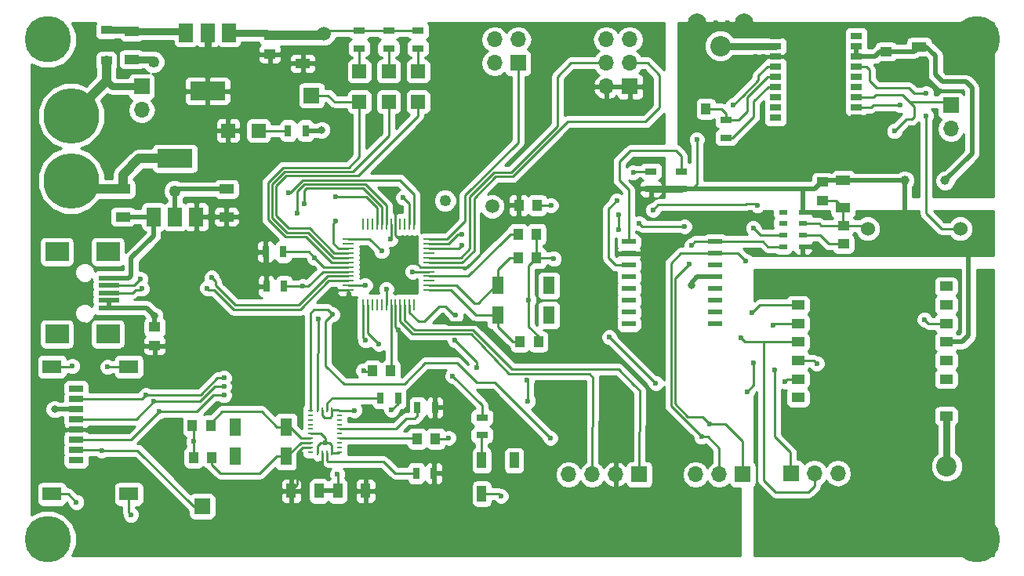
<source format=gtl>
G04 #@! TF.FileFunction,Copper,L1,Top,Signal*
%FSLAX46Y46*%
G04 Gerber Fmt 4.6, Leading zero omitted, Abs format (unit mm)*
G04 Created by KiCad (PCBNEW 4.0.7) date 01/19/19 15:00:20*
%MOMM*%
%LPD*%
G01*
G04 APERTURE LIST*
%ADD10C,0.100000*%
%ADD11C,2.200000*%
%ADD12C,2.000000*%
%ADD13R,1.300000X0.800000*%
%ADD14R,2.300000X0.500000*%
%ADD15R,2.500000X2.000000*%
%ADD16R,1.400000X1.000000*%
%ADD17R,1.000000X1.250000*%
%ADD18R,1.600000X1.000000*%
%ADD19R,1.250000X1.000000*%
%ADD20R,1.000000X1.600000*%
%ADD21R,1.200000X0.900000*%
%ADD22R,1.500000X1.500000*%
%ADD23C,6.000000*%
%ADD24R,2.000000X1.450000*%
%ADD25R,1.500000X0.800000*%
%ADD26R,1.700000X1.700000*%
%ADD27O,1.700000X1.700000*%
%ADD28R,0.700000X1.300000*%
%ADD29R,1.300000X0.700000*%
%ADD30R,1.300000X0.250000*%
%ADD31R,0.250000X1.300000*%
%ADD32R,1.500000X0.600000*%
%ADD33R,1.300000X1.900000*%
%ADD34R,0.600000X0.250000*%
%ADD35R,0.250000X0.600000*%
%ADD36R,0.950000X0.550000*%
%ADD37C,1.524000*%
%ADD38R,1.000000X1.700000*%
%ADD39R,3.800000X2.000000*%
%ADD40R,1.500000X2.000000*%
%ADD41C,5.000000*%
%ADD42C,1.500000*%
%ADD43C,1.250000*%
%ADD44C,0.600000*%
%ADD45C,1.000000*%
%ADD46C,0.800000*%
%ADD47C,0.250000*%
%ADD48C,0.750000*%
%ADD49C,0.500000*%
%ADD50C,1.000000*%
%ADD51C,0.254000*%
G04 APERTURE END LIST*
D10*
D11*
X134874000Y-53403500D03*
D12*
X137414000Y-55943500D03*
X132334000Y-55943500D03*
X137414000Y-50863500D03*
X132334000Y-50863500D03*
D13*
X140843000Y-52324000D03*
X140843000Y-53424000D03*
X140843000Y-54524000D03*
X140843000Y-55624000D03*
X140843000Y-56724000D03*
X140843000Y-57824000D03*
X140843000Y-58924000D03*
X140843000Y-60024000D03*
X140843000Y-61124000D03*
X149543000Y-61124000D03*
X149543000Y-60024000D03*
X149543000Y-58924000D03*
X149543000Y-57824000D03*
X149543000Y-56724000D03*
X149543000Y-55624000D03*
X149543000Y-54524000D03*
X149543000Y-53424000D03*
X149543000Y-52324000D03*
D14*
X68840000Y-78473500D03*
X68840000Y-79273500D03*
X68840000Y-80073500D03*
X68840000Y-80873500D03*
X68840000Y-81673500D03*
D15*
X68740000Y-75623500D03*
X63240000Y-75623500D03*
X68740000Y-84523500D03*
X63240000Y-84523500D03*
D16*
X143258000Y-79376000D03*
X143258000Y-81376000D03*
X143258000Y-83376000D03*
X143258000Y-85376000D03*
X143258000Y-87376000D03*
X143258000Y-89376000D03*
X143258000Y-91376000D03*
X143258000Y-93376000D03*
X159258000Y-93376000D03*
X159258000Y-91376000D03*
X159258000Y-89376000D03*
X159258000Y-87376000D03*
X159258000Y-85376000D03*
X159258000Y-83376000D03*
X159258000Y-81376000D03*
X159258000Y-79376000D03*
D17*
X113046000Y-73723500D03*
X115046000Y-73723500D03*
X115236500Y-85344000D03*
X113236500Y-85344000D03*
X115046000Y-76327000D03*
X113046000Y-76327000D03*
D18*
X71310500Y-51840000D03*
X71310500Y-54840000D03*
D17*
X97298000Y-88519000D03*
X99298000Y-88519000D03*
D18*
X89789000Y-55284500D03*
X89789000Y-52284500D03*
D19*
X86233000Y-54276500D03*
X86233000Y-52276500D03*
X73787000Y-85772500D03*
X73787000Y-83772500D03*
D17*
X113109500Y-70612000D03*
X115109500Y-70612000D03*
D18*
X156337000Y-53491000D03*
X156337000Y-56491000D03*
X148145500Y-67905500D03*
X148145500Y-70905500D03*
D19*
X152781000Y-53991000D03*
X152781000Y-55991000D03*
X148177250Y-74802750D03*
X148177250Y-72802750D03*
D20*
X93559500Y-101473000D03*
X96559500Y-101473000D03*
X91543000Y-101473000D03*
X88543000Y-101473000D03*
D17*
X102124000Y-95821500D03*
X104124000Y-95821500D03*
X77867000Y-94424500D03*
X79867000Y-94424500D03*
X77994000Y-97853500D03*
X79994000Y-97853500D03*
D21*
X68580000Y-51690000D03*
X68580000Y-54990000D03*
D22*
X81725500Y-62547500D03*
X85025500Y-62547500D03*
D23*
X64770000Y-60960000D03*
X64770000Y-67960000D03*
D24*
X62708500Y-88057500D03*
X62708500Y-101807500D03*
X71008500Y-101807500D03*
X71008500Y-88057500D03*
D25*
X65308500Y-90432500D03*
X65308500Y-91532500D03*
X65308500Y-92632500D03*
X65308500Y-93732500D03*
X65308500Y-94832500D03*
X65308500Y-95932500D03*
X65308500Y-97032500D03*
X65308500Y-98132500D03*
D26*
X159766000Y-59817000D03*
D27*
X159766000Y-62357000D03*
X159766000Y-64897000D03*
D28*
X85854500Y-79375000D03*
X87754500Y-79375000D03*
X85793500Y-75628500D03*
X87693500Y-75628500D03*
D29*
X130683000Y-66934000D03*
X130683000Y-68834000D03*
X127381000Y-66934000D03*
X127381000Y-68834000D03*
D28*
X103947000Y-99568000D03*
X102047000Y-99568000D03*
X102174000Y-92456000D03*
X104074000Y-92456000D03*
X100073500Y-91440000D03*
X98173500Y-91440000D03*
D30*
X103410000Y-79775500D03*
X103410000Y-79275500D03*
X103410000Y-78775500D03*
X103410000Y-78275500D03*
X103410000Y-77775500D03*
X103410000Y-77275500D03*
X103410000Y-76775500D03*
X103410000Y-76275500D03*
X103410000Y-75775500D03*
X103410000Y-75275500D03*
X103410000Y-74775500D03*
X103410000Y-74275500D03*
D31*
X101810000Y-72675500D03*
X101310000Y-72675500D03*
X100810000Y-72675500D03*
X100310000Y-72675500D03*
X99810000Y-72675500D03*
X99310000Y-72675500D03*
X98810000Y-72675500D03*
X98310000Y-72675500D03*
X97810000Y-72675500D03*
X97310000Y-72675500D03*
X96810000Y-72675500D03*
X96310000Y-72675500D03*
D30*
X94710000Y-74275500D03*
X94710000Y-74775500D03*
X94710000Y-75275500D03*
X94710000Y-75775500D03*
X94710000Y-76275500D03*
X94710000Y-76775500D03*
X94710000Y-77275500D03*
X94710000Y-77775500D03*
X94710000Y-78275500D03*
X94710000Y-78775500D03*
X94710000Y-79275500D03*
X94710000Y-79775500D03*
D31*
X96310000Y-81375500D03*
X96810000Y-81375500D03*
X97310000Y-81375500D03*
X97810000Y-81375500D03*
X98310000Y-81375500D03*
X98810000Y-81375500D03*
X99310000Y-81375500D03*
X99810000Y-81375500D03*
X100310000Y-81375500D03*
X100810000Y-81375500D03*
X101310000Y-81375500D03*
X101810000Y-81375500D03*
D32*
X125002500Y-74549000D03*
X125002500Y-75819000D03*
X125002500Y-77089000D03*
X125002500Y-78359000D03*
X125002500Y-79629000D03*
X125002500Y-80899000D03*
X125002500Y-82169000D03*
X125002500Y-83439000D03*
X134302500Y-83439000D03*
X134302500Y-82169000D03*
X134302500Y-80899000D03*
X134302500Y-79629000D03*
X134302500Y-78359000D03*
X134302500Y-77089000D03*
X134302500Y-75819000D03*
X134302500Y-74549000D03*
D33*
X110871000Y-82486500D03*
X116371000Y-82486500D03*
X116371000Y-79286500D03*
X110871000Y-79286500D03*
X88011000Y-94551500D03*
X82511000Y-94551500D03*
X82511000Y-97751500D03*
X88011000Y-97751500D03*
D34*
X90614500Y-97282000D03*
X90614500Y-96782000D03*
X90614500Y-96282000D03*
X90614500Y-95782000D03*
X90614500Y-95282000D03*
X90614500Y-94782000D03*
X90614500Y-94282000D03*
X90614500Y-93782000D03*
X90614500Y-93282000D03*
X90614500Y-92782000D03*
X93739500Y-97282000D03*
X93739500Y-96782000D03*
X93739500Y-96282000D03*
X93739500Y-95782000D03*
X93739500Y-95282000D03*
X93739500Y-94782000D03*
X93739500Y-94282000D03*
X93739500Y-93782000D03*
X93739500Y-93282000D03*
X93739500Y-92782000D03*
D35*
X91427000Y-97402000D03*
X91927000Y-97402000D03*
X92427000Y-97402000D03*
X92927000Y-97402000D03*
X91427000Y-92672000D03*
X91927000Y-92672000D03*
X92427000Y-92672000D03*
X92927000Y-92672000D03*
D22*
X95885000Y-59435000D03*
X95885000Y-56135000D03*
X99060000Y-59435000D03*
X99060000Y-56135000D03*
X102235000Y-59435000D03*
X102235000Y-56135000D03*
D29*
X95885000Y-51755000D03*
X95885000Y-53655000D03*
X99060000Y-51755000D03*
X99060000Y-53655000D03*
X102235000Y-51755000D03*
X102235000Y-53655000D03*
D26*
X126111000Y-99695000D03*
D27*
X123571000Y-99695000D03*
X121031000Y-99695000D03*
X118491000Y-99695000D03*
D26*
X72390000Y-57785000D03*
D27*
X72390000Y-60325000D03*
D26*
X142494000Y-99568000D03*
D27*
X145034000Y-99568000D03*
X147574000Y-99568000D03*
X150114000Y-99568000D03*
D26*
X125095000Y-57785000D03*
D27*
X122555000Y-57785000D03*
X125095000Y-55245000D03*
X122555000Y-55245000D03*
X125095000Y-52705000D03*
X122555000Y-52705000D03*
D26*
X113030000Y-55245000D03*
D27*
X110490000Y-55245000D03*
X113030000Y-52705000D03*
X110490000Y-52705000D03*
D26*
X137287000Y-99695000D03*
D27*
X134747000Y-99695000D03*
X132207000Y-99695000D03*
D17*
X133334000Y-60198000D03*
X131334000Y-60198000D03*
D29*
X135509000Y-63307000D03*
X135509000Y-61407000D03*
D28*
X88183500Y-62547500D03*
X90083500Y-62547500D03*
D36*
X143786750Y-71342250D03*
X143786750Y-75092250D03*
X143786750Y-73842250D03*
X143786750Y-72592250D03*
X141636750Y-75092250D03*
X141636750Y-73842250D03*
X141636750Y-72592250D03*
X141636750Y-71342250D03*
D37*
X160782000Y-73152000D03*
X150782000Y-73152000D03*
D38*
X109121000Y-98174400D03*
X109121000Y-101774400D03*
X112621000Y-98174400D03*
D29*
X109143800Y-93538000D03*
X109143800Y-95438000D03*
D39*
X79502000Y-58268000D03*
D40*
X79502000Y-51968000D03*
X77202000Y-51968000D03*
X81802000Y-51968000D03*
D18*
X70358000Y-71858000D03*
X70358000Y-68858000D03*
X81534000Y-71858000D03*
X81534000Y-68858000D03*
D39*
X75988001Y-65557000D03*
D40*
X75988001Y-71857000D03*
X78288001Y-71857000D03*
X73688001Y-71857000D03*
D19*
X145923000Y-68088000D03*
X145923000Y-70088000D03*
D26*
X78930500Y-103124000D03*
X90741500Y-58737500D03*
D41*
X62230000Y-106680000D03*
X162560000Y-106680000D03*
X162560000Y-52705000D03*
X62230000Y-52705000D03*
D11*
X159321500Y-98806000D03*
D12*
X161861500Y-101346000D03*
X156781500Y-101346000D03*
X161861500Y-96266000D03*
X156781500Y-96266000D03*
D42*
X110236000Y-70739000D03*
D43*
X105156000Y-70104000D03*
D44*
X94234000Y-64770000D03*
X99060000Y-69088000D03*
X101219000Y-66865500D03*
X98107500Y-66484500D03*
X104648000Y-83121500D03*
D45*
X159131000Y-67945000D03*
X154773500Y-67905500D03*
D44*
X132334000Y-63500000D03*
X136271000Y-59817000D03*
D46*
X125095000Y-63436500D03*
D44*
X95123000Y-83693000D03*
X100139500Y-84074000D03*
X79946500Y-78422500D03*
X72263000Y-78613000D03*
X79438500Y-79565500D03*
X72390000Y-79629000D03*
X140779500Y-88392000D03*
X138303000Y-82232500D03*
X81280000Y-89281000D03*
X93345000Y-69723000D03*
X72834500Y-91122500D03*
X89916000Y-70485000D03*
X81280000Y-90170000D03*
X137096500Y-84963000D03*
X73723500Y-91821000D03*
X89217500Y-71437500D03*
X74295000Y-92900500D03*
X81280000Y-91122500D03*
X140589000Y-83566000D03*
X93345000Y-72326500D03*
X131508500Y-76962000D03*
X131762500Y-74930000D03*
X133731000Y-94234000D03*
X113982500Y-89535000D03*
X114109500Y-91757500D03*
X89789000Y-79375000D03*
X91503500Y-82931000D03*
X116522500Y-95758000D03*
X132842000Y-95631000D03*
X138430000Y-73088500D03*
X137604500Y-76644500D03*
X92964000Y-82423000D03*
X91059000Y-76327000D03*
X96583500Y-85217000D03*
X153670000Y-62611000D03*
X97980500Y-85598000D03*
X154305000Y-59817000D03*
X125476000Y-67056000D03*
X123698000Y-70104000D03*
X141833600Y-89636600D03*
X138455400Y-87630000D03*
X137769600Y-90728800D03*
X127914400Y-89839800D03*
X122885200Y-84861400D03*
X106934000Y-74930000D03*
X156921200Y-82956400D03*
X138887200Y-70637400D03*
X127609600Y-71120000D03*
X123926600Y-71628000D03*
X123875800Y-73279000D03*
X106934000Y-73787000D03*
X88265000Y-69278500D03*
X68072000Y-97091500D03*
X100647500Y-69786500D03*
X145288000Y-87693500D03*
X131000500Y-72898000D03*
X126111000Y-72580500D03*
X98298000Y-75565000D03*
X105968800Y-89052400D03*
X108534200Y-88112600D03*
X106197400Y-85191600D03*
X106324400Y-82499200D03*
X64897000Y-88011000D03*
X68707000Y-88074500D03*
X65341500Y-102679500D03*
X71247000Y-104076500D03*
X161861500Y-98107500D03*
X161861500Y-99568000D03*
X160020000Y-101346000D03*
X158623000Y-101346000D03*
X156781500Y-99568000D03*
X156781500Y-98044000D03*
X138303000Y-51752500D03*
X138176000Y-54991000D03*
X135445500Y-55943500D03*
X134239000Y-55943500D03*
X132334000Y-54102000D03*
X132334000Y-52641500D03*
X134429500Y-50863500D03*
X135636000Y-50863500D03*
X139573000Y-52324000D03*
X138811000Y-52324000D03*
X147193000Y-51562000D03*
X116586000Y-70612000D03*
X151892000Y-51689000D03*
X152908000Y-51689000D03*
X153987500Y-51689000D03*
X155067000Y-51689000D03*
X146177000Y-51562000D03*
X138684000Y-54524000D03*
X139573000Y-54524000D03*
X148463000Y-61976000D03*
X147447000Y-62230000D03*
X146431000Y-62230000D03*
X144653000Y-62230000D03*
X143637000Y-62230000D03*
X142621000Y-62230000D03*
X145415000Y-62230000D03*
X142367000Y-51562000D03*
X145415000Y-51943000D03*
X144145000Y-51562000D03*
X143256000Y-51562000D03*
X145415000Y-52705000D03*
X145415000Y-53594000D03*
X145415000Y-54737000D03*
X145415000Y-55753000D03*
X145415000Y-56769000D03*
X145415000Y-57785000D03*
X145415000Y-58801000D03*
X145415000Y-59944000D03*
X145415000Y-61087000D03*
X155321000Y-92075000D03*
X154432000Y-91313000D03*
X154432000Y-90297000D03*
X154432000Y-87503000D03*
X154432000Y-85979000D03*
X154432000Y-84582000D03*
X154432000Y-83439000D03*
X154432000Y-82169000D03*
X154432000Y-80899000D03*
X154432000Y-79756000D03*
X154432000Y-78613000D03*
X154178000Y-92964000D03*
X154432000Y-89154000D03*
X152908000Y-92964000D03*
X151638000Y-92964000D03*
X150495000Y-92964000D03*
X149225000Y-92964000D03*
X148082000Y-92964000D03*
X146939000Y-92964000D03*
X145796000Y-92964000D03*
X161290000Y-93726000D03*
X157226000Y-93726000D03*
X161290000Y-91948000D03*
X161298000Y-92837000D03*
X161298000Y-94742000D03*
X157353000Y-91821000D03*
X157218000Y-92837000D03*
X157218000Y-94869000D03*
D43*
X75946000Y-69088000D03*
X73660000Y-55118000D03*
D44*
X111201200Y-102031800D03*
D42*
X92075000Y-52070000D03*
D43*
X152273000Y-61087000D03*
D45*
X154559000Y-55991000D03*
D43*
X143065500Y-95250000D03*
X146939000Y-80454500D03*
D44*
X116903500Y-76390500D03*
X114198400Y-80822800D03*
X105537000Y-95758000D03*
X99377500Y-92710000D03*
X93535500Y-99695000D03*
X92202000Y-96266000D03*
X95377000Y-92773500D03*
X77994000Y-96139000D03*
D46*
X62992000Y-92646500D03*
D44*
X96342200Y-88468200D03*
X96520000Y-79248000D03*
X98806000Y-79692500D03*
X101663500Y-77787500D03*
X99250500Y-74295000D03*
D46*
X91821000Y-62496700D03*
X73787000Y-82550000D03*
X131762500Y-79248000D03*
D44*
X157099000Y-58547000D03*
X157099000Y-60960000D03*
D47*
X94234000Y-64770000D02*
X94234000Y-62928500D01*
X94234000Y-62928500D02*
X94297500Y-62865000D01*
X101219000Y-66865500D02*
X98488500Y-66865500D01*
X99810000Y-70917500D02*
X99695000Y-70802500D01*
X99695000Y-70802500D02*
X99695000Y-70040500D01*
X99695000Y-70040500D02*
X99060000Y-69405500D01*
X99060000Y-69405500D02*
X99060000Y-69088000D01*
X99810000Y-72675500D02*
X99810000Y-70917500D01*
X98488500Y-66865500D02*
X98107500Y-66484500D01*
D48*
X79502000Y-51968000D02*
X79502000Y-54864000D01*
X79502000Y-54864000D02*
X79756000Y-55118000D01*
D49*
X105537000Y-83375500D02*
X108839000Y-83375500D01*
X104648000Y-83121500D02*
X105283000Y-83121500D01*
X105283000Y-83121500D02*
X105537000Y-83375500D01*
X162052000Y-65024000D02*
X162052000Y-57912000D01*
X159131000Y-67945000D02*
X162052000Y-65024000D01*
X158115000Y-54483000D02*
X157123000Y-53491000D01*
X158115000Y-56515000D02*
X158115000Y-54483000D01*
X158877000Y-57277000D02*
X158115000Y-56515000D01*
X161417000Y-57277000D02*
X158877000Y-57277000D01*
X162052000Y-57912000D02*
X161417000Y-57277000D01*
X157123000Y-53491000D02*
X156337000Y-53491000D01*
X159258000Y-85376000D02*
X161004000Y-85376000D01*
X161671000Y-84709000D02*
X161671000Y-75692000D01*
X161004000Y-85376000D02*
X161671000Y-84709000D01*
X154773500Y-67905500D02*
X154773500Y-71842500D01*
X154773500Y-71842500D02*
X154813000Y-71882000D01*
X148145500Y-67905500D02*
X154773500Y-67905500D01*
X143786750Y-71342250D02*
X143786750Y-68834000D01*
X143786750Y-68834000D02*
X144018000Y-68834000D01*
X130683000Y-68834000D02*
X144018000Y-68834000D01*
X144018000Y-68834000D02*
X145034000Y-68834000D01*
X145962500Y-67905500D02*
X148145500Y-67905500D01*
X145034000Y-68834000D02*
X145962500Y-67905500D01*
D47*
X132334000Y-67564000D02*
X132334000Y-68326000D01*
X130683000Y-68834000D02*
X131826000Y-68834000D01*
X132334000Y-63500000D02*
X132334000Y-67564000D01*
X139956000Y-55624000D02*
X139000801Y-56579199D01*
X139000801Y-56579199D02*
X139000801Y-57085801D01*
X139000801Y-57085801D02*
X137344998Y-58741604D01*
X137344998Y-58741604D02*
X137344998Y-58743002D01*
X137344998Y-58743002D02*
X136271000Y-59817000D01*
X139956000Y-55624000D02*
X140843000Y-55624000D01*
X132334000Y-68326000D02*
X131826000Y-68834000D01*
D48*
X127381000Y-68834000D02*
X130683000Y-68834000D01*
D49*
X152781000Y-53991000D02*
X155837000Y-53991000D01*
X155837000Y-53991000D02*
X156337000Y-53491000D01*
X149543000Y-54524000D02*
X151597000Y-54524000D01*
X152130000Y-53991000D02*
X152781000Y-53991000D01*
X151597000Y-54524000D02*
X152130000Y-53991000D01*
X149543000Y-53424000D02*
X149543000Y-54524000D01*
D47*
X103410000Y-77275500D02*
X107573000Y-77275500D01*
X107573000Y-77275500D02*
X107823000Y-77025500D01*
X91927000Y-97402000D02*
X91927000Y-98763500D01*
X91927000Y-98763500D02*
X91884500Y-98806000D01*
X90614500Y-96782000D02*
X89781000Y-96782000D01*
X89217500Y-100798500D02*
X88543000Y-101473000D01*
X89217500Y-97345500D02*
X89217500Y-100798500D01*
X89781000Y-96782000D02*
X89217500Y-97345500D01*
X94710000Y-79775500D02*
X93262000Y-79775500D01*
X93262000Y-79775500D02*
X93091000Y-79946500D01*
X94710000Y-79775500D02*
X94710000Y-80994000D01*
X94710000Y-80994000D02*
X94805500Y-81089500D01*
X99810000Y-72675500D02*
X99810000Y-73838500D01*
X102485000Y-77275500D02*
X103410000Y-77275500D01*
X102108000Y-76898500D02*
X102485000Y-77275500D01*
X102108000Y-76136500D02*
X102108000Y-76898500D01*
X99810000Y-73838500D02*
X102108000Y-76136500D01*
X99810000Y-81375500D02*
X99810000Y-83744500D01*
X99810000Y-83744500D02*
X100139500Y-84074000D01*
X94710000Y-79775500D02*
X94710000Y-80740500D01*
X94710000Y-80740500D02*
X94678500Y-80772000D01*
D49*
X85854500Y-79375000D02*
X85854500Y-75689500D01*
X85854500Y-75689500D02*
X85793500Y-75628500D01*
D47*
X111443898Y-74485500D02*
X111443898Y-74484102D01*
X111443898Y-74484102D02*
X112204500Y-73723500D01*
X112204500Y-73723500D02*
X113046000Y-73723500D01*
X107653898Y-78275500D02*
X111443898Y-74485500D01*
X103410000Y-78275500D02*
X107653898Y-78275500D01*
X103410000Y-79775500D02*
X105747000Y-79775500D01*
X108458000Y-82486500D02*
X110871000Y-82486500D01*
X105747000Y-79775500D02*
X108458000Y-82486500D01*
X113236500Y-85344000D02*
X112458500Y-85344000D01*
X110871000Y-83756500D02*
X110871000Y-82486500D01*
X112458500Y-85344000D02*
X110871000Y-83756500D01*
X110871000Y-79286500D02*
X110871000Y-77597000D01*
X112141000Y-76327000D02*
X113046000Y-76327000D01*
X110871000Y-77597000D02*
X112141000Y-76327000D01*
X103410000Y-79275500D02*
X106390000Y-79275500D01*
X108712000Y-81216500D02*
X110642000Y-79286500D01*
X108331000Y-81216500D02*
X108712000Y-81216500D01*
X106390000Y-79275500D02*
X108331000Y-81216500D01*
X110642000Y-79286500D02*
X110871000Y-79286500D01*
D49*
X70358000Y-71858000D02*
X73687001Y-71858000D01*
X73687001Y-71858000D02*
X73688001Y-71857000D01*
X71247000Y-76708000D02*
X71247000Y-76327000D01*
X68840000Y-78473500D02*
X71005500Y-78473500D01*
X71005500Y-78473500D02*
X71247000Y-78232000D01*
X71247000Y-78232000D02*
X71247000Y-76708000D01*
X73688001Y-73885999D02*
X73688001Y-71857000D01*
X71247000Y-76327000D02*
X73688001Y-73885999D01*
D47*
X99310000Y-81375500D02*
X99310000Y-88507000D01*
X99310000Y-88507000D02*
X99298000Y-88519000D01*
X143786750Y-73842250D02*
X145660750Y-73842250D01*
X146621250Y-74802750D02*
X148177250Y-74802750D01*
X145660750Y-73842250D02*
X146621250Y-74802750D01*
X93739500Y-95782000D02*
X102084500Y-95782000D01*
X102084500Y-95782000D02*
X102124000Y-95821500D01*
X90614500Y-96282000D02*
X89582500Y-96282000D01*
X89582500Y-96282000D02*
X88113000Y-97751500D01*
X88113000Y-97751500D02*
X88011000Y-97751500D01*
X79994000Y-97853500D02*
X79994000Y-98663000D01*
X86970000Y-97751500D02*
X88011000Y-97751500D01*
X85153500Y-99568000D02*
X86970000Y-97751500D01*
X80899000Y-99568000D02*
X85153500Y-99568000D01*
X79994000Y-98663000D02*
X80899000Y-99568000D01*
X90614500Y-95782000D02*
X89622500Y-95782000D01*
X89622500Y-95782000D02*
X88392000Y-94551500D01*
X88392000Y-94551500D02*
X88011000Y-94551500D01*
X79867000Y-94424500D02*
X79867000Y-94123000D01*
X79867000Y-94123000D02*
X81089500Y-92900500D01*
X81089500Y-92900500D02*
X85344000Y-92900500D01*
X85344000Y-92900500D02*
X86995000Y-94551500D01*
X86995000Y-94551500D02*
X88011000Y-94551500D01*
X85025500Y-62547500D02*
X88033500Y-62547500D01*
X68840000Y-79273500D02*
X71602500Y-79273500D01*
X80353000Y-79273500D02*
X82486500Y-81407000D01*
X82486500Y-81407000D02*
X89344500Y-81407000D01*
X89344500Y-81407000D02*
X92476000Y-78275500D01*
X92476000Y-78275500D02*
X94710000Y-78275500D01*
X80353000Y-78829000D02*
X80353000Y-79273500D01*
X79946500Y-78422500D02*
X80353000Y-78829000D01*
X71602500Y-79273500D02*
X72263000Y-78613000D01*
X71723998Y-79723502D02*
X72295498Y-79723502D01*
X71723998Y-79723502D02*
X71374000Y-80073500D01*
X68840000Y-80073500D02*
X71374000Y-80073500D01*
X79597949Y-79724949D02*
X80168051Y-79724949D01*
X79438500Y-79565500D02*
X79597949Y-79724949D01*
X72295498Y-79723502D02*
X72390000Y-79629000D01*
X94710000Y-78775500D02*
X92612398Y-78775500D01*
X82300104Y-81857002D02*
X80168051Y-79724949D01*
X80168051Y-79724949D02*
X80166604Y-79723502D01*
X89530896Y-81857002D02*
X82300104Y-81857002D01*
X92612398Y-78775500D02*
X89530896Y-81857002D01*
X126136400Y-99593400D02*
X126174500Y-90614500D01*
X126174500Y-90614500D02*
X125539500Y-89979500D01*
X100810000Y-83030000D02*
X100810000Y-81375500D01*
X101854000Y-84074000D02*
X100810000Y-83030000D01*
X108140500Y-84074000D02*
X101854000Y-84074000D01*
X112395000Y-88328500D02*
X108140500Y-84074000D01*
X123888500Y-88328500D02*
X112395000Y-88328500D01*
X125666500Y-90106500D02*
X125539500Y-89979500D01*
X125539500Y-89979500D02*
X123888500Y-88328500D01*
X121056400Y-99847400D02*
X121094500Y-89217500D01*
X121094500Y-89217500D02*
X120782502Y-88842002D01*
X100310000Y-81375500D02*
X100310000Y-83166398D01*
X112081604Y-88842002D02*
X120782502Y-88842002D01*
X107954104Y-84524002D02*
X112081604Y-88842002D01*
X101667604Y-84524002D02*
X107954104Y-84524002D01*
X100310000Y-83166398D02*
X101667604Y-84524002D01*
X142443200Y-99568000D02*
X142430500Y-97282000D01*
X140779500Y-95631000D02*
X140779500Y-88392000D01*
X142430500Y-97282000D02*
X140779500Y-95631000D01*
X139159500Y-81376000D02*
X143258000Y-81376000D01*
X138303000Y-82232500D02*
X139159500Y-81376000D01*
X78738602Y-91122500D02*
X80580102Y-89281000D01*
X80580102Y-89281000D02*
X81280000Y-89281000D01*
X72834500Y-91122500D02*
X78738602Y-91122500D01*
X65308500Y-91532500D02*
X72424500Y-91532500D01*
X97810000Y-70886000D02*
X97810000Y-72675500D01*
X96647000Y-69723000D02*
X97810000Y-70886000D01*
X95377000Y-69723000D02*
X96647000Y-69723000D01*
X93345000Y-69723000D02*
X95377000Y-69723000D01*
X72424500Y-91532500D02*
X72834500Y-91122500D01*
X139573000Y-85376000D02*
X139573000Y-100330000D01*
X145034000Y-100965000D02*
X145034000Y-99568000D01*
X144399000Y-101600000D02*
X145034000Y-100965000D01*
X140843000Y-101600000D02*
X144399000Y-101600000D01*
X139573000Y-100330000D02*
X140843000Y-101600000D01*
X91109800Y-68770500D02*
X90171398Y-68770500D01*
X89916000Y-69025898D02*
X89916000Y-70485000D01*
X90171398Y-68770500D02*
X89916000Y-69025898D01*
X91059000Y-68770500D02*
X91109800Y-68770500D01*
X91109800Y-68770500D02*
X96330898Y-68770500D01*
X96330898Y-68770500D02*
X98310000Y-70749602D01*
X98310000Y-70749602D02*
X98310000Y-72675500D01*
X78676500Y-91821000D02*
X80327500Y-90170000D01*
X80327500Y-90170000D02*
X81280000Y-90170000D01*
X73723500Y-91821000D02*
X78676500Y-91821000D01*
X137509500Y-85376000D02*
X139573000Y-85376000D01*
X139573000Y-85376000D02*
X143258000Y-85376000D01*
X137096500Y-84963000D02*
X137509500Y-85376000D01*
X65308500Y-93732500D02*
X71812000Y-93732500D01*
X71812000Y-93732500D02*
X73723500Y-91821000D01*
X78359000Y-92900500D02*
X80137000Y-91122500D01*
X80137000Y-91122500D02*
X81280000Y-91122500D01*
X74295000Y-92900500D02*
X78359000Y-92900500D01*
X140779000Y-83376000D02*
X143258000Y-83376000D01*
X140589000Y-83566000D02*
X140779000Y-83376000D01*
X98810000Y-72675500D02*
X98810000Y-70613204D01*
X98810000Y-70613204D02*
X98760002Y-70563206D01*
X89217500Y-69088000D02*
X89217500Y-71437500D01*
X96517294Y-68320498D02*
X98760002Y-70563206D01*
X89985002Y-68320498D02*
X96517294Y-68320498D01*
X89217500Y-69088000D02*
X89985002Y-68320498D01*
X65308500Y-95932500D02*
X71263000Y-95932500D01*
X71263000Y-95932500D02*
X74295000Y-92900500D01*
X89217500Y-71437500D02*
X89090500Y-71310500D01*
D48*
X140843000Y-53424000D02*
X135466000Y-53424000D01*
X135466000Y-53424000D02*
X135445500Y-53403500D01*
X140822500Y-53403500D02*
X140843000Y-53424000D01*
D47*
X128333500Y-60071000D02*
X128333500Y-56578500D01*
X106996296Y-76775500D02*
X108278504Y-75493292D01*
X108278504Y-75493292D02*
X108278504Y-69840394D01*
X108278504Y-69840394D02*
X110612896Y-67506002D01*
X110612896Y-67506002D02*
X112454396Y-67506002D01*
X112454396Y-67506002D02*
X118365398Y-61595000D01*
X118365398Y-61595000D02*
X126809500Y-61595000D01*
X126809500Y-61595000D02*
X128333500Y-60071000D01*
X103410000Y-76775500D02*
X106996296Y-76775500D01*
X127000000Y-55245000D02*
X125095000Y-55245000D01*
X128333500Y-56578500D02*
X127000000Y-55245000D01*
X112268000Y-67056000D02*
X116014500Y-63309500D01*
X106859898Y-76275500D02*
X107828502Y-75306896D01*
X107828502Y-75306896D02*
X107828502Y-69653998D01*
X107828502Y-69653998D02*
X110426500Y-67056000D01*
X110426500Y-67056000D02*
X112268000Y-67056000D01*
X103410000Y-76275500D02*
X106859898Y-76275500D01*
X118745000Y-55245000D02*
X122555000Y-55245000D01*
X117284500Y-56705500D02*
X118745000Y-55245000D01*
X117284500Y-62039500D02*
X117284500Y-56705500D01*
X116014500Y-63309500D02*
X117284500Y-62039500D01*
X103410000Y-74275500D02*
X105390500Y-74275500D01*
X113030000Y-63816102D02*
X113030000Y-55245000D01*
X107315000Y-69531102D02*
X113030000Y-63816102D01*
X107315000Y-72351000D02*
X107315000Y-69531102D01*
X105390500Y-74275500D02*
X107315000Y-72351000D01*
X93116400Y-74752200D02*
X93116400Y-72555100D01*
X93639700Y-75275500D02*
X93116400Y-74752200D01*
X93639700Y-75275500D02*
X94710000Y-75275500D01*
X93116400Y-72555100D02*
X93345000Y-72326500D01*
X129990002Y-88334002D02*
X129990002Y-92079104D01*
X129990002Y-88334002D02*
X129990002Y-78480498D01*
X129990002Y-78480498D02*
X131508500Y-76962000D01*
X131762500Y-74930000D02*
X132143500Y-74549000D01*
X134302500Y-74549000D02*
X132143500Y-74549000D01*
X132969000Y-93472000D02*
X133731000Y-94234000D01*
X131382898Y-93472000D02*
X132969000Y-93472000D01*
X129990002Y-92079104D02*
X131382898Y-93472000D01*
X133731000Y-94234000D02*
X135382000Y-94234000D01*
X135382000Y-94234000D02*
X137261600Y-96113600D01*
X137261600Y-96113600D02*
X137261600Y-99593400D01*
X114109500Y-89662000D02*
X114109500Y-91757500D01*
X113982500Y-89535000D02*
X114109500Y-89662000D01*
X91427000Y-92672000D02*
X91427000Y-87452500D01*
X91440000Y-85661500D02*
X91440000Y-84137500D01*
X91427000Y-87452500D02*
X91440000Y-85661500D01*
X134302500Y-74549000D02*
X137160000Y-74549000D01*
X137160000Y-74549000D02*
X139446000Y-74549000D01*
X139989250Y-75092250D02*
X141636750Y-75092250D01*
X139446000Y-74549000D02*
X139989250Y-75092250D01*
X87754500Y-79375000D02*
X89789000Y-79375000D01*
X89789000Y-79375000D02*
X90360500Y-79375000D01*
X91960000Y-77775500D02*
X94710000Y-77775500D01*
X90360500Y-79375000D02*
X91960000Y-77775500D01*
X91440000Y-84137500D02*
X91503500Y-82931000D01*
X91453000Y-84150500D02*
X91440000Y-84163500D01*
X91440000Y-84163500D02*
X91440000Y-84201000D01*
X91440000Y-84201000D02*
X91440000Y-84137500D01*
X92274443Y-83159307D02*
X92274443Y-87931043D01*
X110553500Y-89789000D02*
X111506000Y-90741500D01*
X108559600Y-89789000D02*
X110553500Y-89789000D01*
X106426000Y-87655400D02*
X108559600Y-89789000D01*
X103022400Y-87655400D02*
X106426000Y-87655400D01*
X100787200Y-89890600D02*
X103022400Y-87655400D01*
X94234000Y-89890600D02*
X100787200Y-89890600D01*
X92274443Y-87931043D02*
X94234000Y-89890600D01*
X132842000Y-95631000D02*
X133527800Y-95631000D01*
X134721600Y-96824800D02*
X134721600Y-99593400D01*
X133527800Y-95631000D02*
X134721600Y-96824800D01*
X111506000Y-90741500D02*
X114427000Y-93662500D01*
X114427000Y-93662500D02*
X116522500Y-95758000D01*
X132842000Y-95567500D02*
X132842000Y-95631000D01*
X111506000Y-90741500D02*
X111506000Y-90741500D01*
X92214700Y-83223100D02*
X92274443Y-83159307D01*
X92274443Y-83159307D02*
X92964000Y-82423000D01*
X90614500Y-92782000D02*
X90614500Y-82296000D01*
X90614500Y-82296000D02*
X90995500Y-81915000D01*
X90995500Y-81915000D02*
X92456000Y-81915000D01*
X92456000Y-81915000D02*
X92964000Y-82423000D01*
X134302500Y-75819000D02*
X136779000Y-75819000D01*
X139183750Y-73842250D02*
X141636750Y-73842250D01*
X138430000Y-73088500D02*
X139183750Y-73842250D01*
X136779000Y-75819000D02*
X137604500Y-76644500D01*
X130619500Y-75819000D02*
X134302500Y-75819000D01*
X132842000Y-95567500D02*
X129540000Y-92265500D01*
X129540000Y-92265500D02*
X129540000Y-76898500D01*
X129540000Y-76898500D02*
X130619500Y-75819000D01*
X87693500Y-75628500D02*
X90424000Y-75628500D01*
X92071000Y-77275500D02*
X94710000Y-77275500D01*
X90995500Y-76263500D02*
X90995500Y-76200000D01*
X91027250Y-76295250D02*
X90995500Y-76263500D01*
X91090750Y-76295250D02*
X91027250Y-76295250D01*
X91059000Y-76327000D02*
X91090750Y-76295250D01*
X90424000Y-75628500D02*
X90995500Y-76200000D01*
X90995500Y-76200000D02*
X92071000Y-77275500D01*
X96310000Y-84943500D02*
X96583500Y-85217000D01*
X96310000Y-84943500D02*
X96310000Y-81375500D01*
X155321000Y-59436000D02*
X159385000Y-59436000D01*
X159385000Y-59436000D02*
X159766000Y-59817000D01*
X151388000Y-58924000D02*
X149543000Y-58924000D01*
X151638000Y-58674000D02*
X151388000Y-58924000D01*
X154559000Y-58674000D02*
X151638000Y-58674000D01*
X155829000Y-59944000D02*
X155321000Y-59436000D01*
X155321000Y-59436000D02*
X154559000Y-58674000D01*
X155829000Y-61087000D02*
X155829000Y-59944000D01*
X155575000Y-61341000D02*
X155829000Y-61087000D01*
X154940000Y-61341000D02*
X155575000Y-61341000D01*
X153670000Y-62611000D02*
X154940000Y-61341000D01*
X96810000Y-84427500D02*
X96810000Y-81375500D01*
X96810000Y-84427500D02*
X97980500Y-85598000D01*
X151177000Y-60024000D02*
X149543000Y-60024000D01*
X151384000Y-59817000D02*
X151177000Y-60024000D01*
X154305000Y-59817000D02*
X151384000Y-59817000D01*
X125002500Y-74549000D02*
X125002500Y-68932000D01*
X130683000Y-65278000D02*
X130683000Y-66934000D01*
X130111500Y-64706500D02*
X130683000Y-65278000D01*
X125158500Y-64706500D02*
X130111500Y-64706500D01*
X123952000Y-65913000D02*
X125158500Y-64706500D01*
X123952000Y-67881500D02*
X123952000Y-65913000D01*
X125002500Y-68932000D02*
X123952000Y-67881500D01*
X125002500Y-77089000D02*
X123571000Y-77089000D01*
X125598000Y-66934000D02*
X127381000Y-66934000D01*
X125476000Y-67056000D02*
X125598000Y-66934000D01*
X122809000Y-70993000D02*
X123698000Y-70104000D01*
X122809000Y-76327000D02*
X122809000Y-70993000D01*
X123571000Y-77089000D02*
X122809000Y-76327000D01*
X102047000Y-99568000D02*
X99758500Y-99568000D01*
X92427000Y-98220998D02*
X92427000Y-97402000D01*
X92504002Y-98298000D02*
X92427000Y-98220998D01*
X98488500Y-98298000D02*
X92504002Y-98298000D01*
X99758500Y-99568000D02*
X98488500Y-98298000D01*
X93739500Y-94782000D02*
X99845500Y-94782000D01*
X102174000Y-93342500D02*
X102174000Y-92456000D01*
X101854000Y-93662500D02*
X102174000Y-93342500D01*
X100965000Y-93662500D02*
X101854000Y-93662500D01*
X99845500Y-94782000D02*
X100965000Y-93662500D01*
X92427000Y-92672000D02*
X92427000Y-91977000D01*
X92964000Y-91440000D02*
X98173500Y-91440000D01*
X92427000Y-91977000D02*
X92964000Y-91440000D01*
X103410000Y-75275500D02*
X106588500Y-75275500D01*
X142094200Y-89376000D02*
X143258000Y-89376000D01*
X141833600Y-89636600D02*
X142094200Y-89376000D01*
X138455400Y-90043000D02*
X138455400Y-87630000D01*
X137769600Y-90728800D02*
X138455400Y-90043000D01*
X127863600Y-89839800D02*
X127914400Y-89839800D01*
X122885200Y-84861400D02*
X127863600Y-89839800D01*
X106588500Y-75275500D02*
X106934000Y-74930000D01*
X103410000Y-74775500D02*
X105526898Y-74775500D01*
X157340800Y-83376000D02*
X159258000Y-83376000D01*
X156921200Y-82956400D02*
X157340800Y-83376000D01*
X138709400Y-70459600D02*
X138887200Y-70637400D01*
X137693400Y-70459600D02*
X138709400Y-70459600D01*
X137591800Y-70561200D02*
X137693400Y-70459600D01*
X128168400Y-70561200D02*
X137591800Y-70561200D01*
X127609600Y-71120000D02*
X128168400Y-70561200D01*
X123926600Y-73228200D02*
X123926600Y-71628000D01*
X123875800Y-73279000D02*
X123926600Y-73228200D01*
X106515398Y-73787000D02*
X106934000Y-73787000D01*
X105526898Y-74775500D02*
X106515398Y-73787000D01*
X78930500Y-103124000D02*
X77978000Y-103124000D01*
X71945500Y-97091500D02*
X68072000Y-97091500D01*
X77978000Y-103124000D02*
X71945500Y-97091500D01*
X101810000Y-69425000D02*
X100255496Y-67870496D01*
X100255496Y-67870496D02*
X89798606Y-67870496D01*
X89798606Y-67870496D02*
X88390602Y-69278500D01*
X88390602Y-69278500D02*
X88265000Y-69278500D01*
X68072000Y-97091500D02*
X68013000Y-97032500D01*
X65308500Y-97032500D02*
X68013000Y-97032500D01*
X101810000Y-69425000D02*
X101810000Y-72675500D01*
X101310000Y-72675500D02*
X101310000Y-70449000D01*
X101310000Y-70449000D02*
X100647500Y-69786500D01*
X145288000Y-87693500D02*
X144970500Y-87376000D01*
X126428500Y-72898000D02*
X131000500Y-72898000D01*
X126111000Y-72580500D02*
X126428500Y-72898000D01*
X144970500Y-87376000D02*
X143258000Y-87376000D01*
X94710000Y-74275500D02*
X97008500Y-74275500D01*
X97008500Y-74275500D02*
X98298000Y-75565000D01*
X95250000Y-67420494D02*
X95774506Y-67420494D01*
X102235000Y-60960000D02*
X102235000Y-59435000D01*
X95774506Y-67420494D02*
X102235000Y-60960000D01*
X91948000Y-67420494D02*
X95250000Y-67420494D01*
X95250000Y-67420494D02*
X95393506Y-67420494D01*
X90517392Y-73090196D02*
X88253996Y-73090196D01*
X86918800Y-68529200D02*
X88027506Y-67420494D01*
X88027506Y-67420494D02*
X91948000Y-67420494D01*
X91948000Y-67420494D02*
X92015306Y-67420494D01*
X94710000Y-75775500D02*
X93202696Y-75775500D01*
X93202696Y-75775500D02*
X90517392Y-73090196D01*
X86918800Y-71755000D02*
X86918800Y-68529200D01*
X88253996Y-73090196D02*
X86918800Y-71755000D01*
X99060000Y-59435000D02*
X99060000Y-63117602D01*
X95207110Y-66970492D02*
X99060000Y-63117602D01*
X90330996Y-73540198D02*
X88067600Y-73540198D01*
X93066298Y-76275500D02*
X94710000Y-76275500D01*
X87841110Y-66970492D02*
X90560308Y-66970492D01*
X86468798Y-68342804D02*
X87841110Y-66970492D01*
X86468798Y-71941396D02*
X86468798Y-68342804D01*
X88067600Y-73540198D02*
X86468798Y-71941396D01*
X93066298Y-76275500D02*
X90330996Y-73540198D01*
X90560308Y-66970492D02*
X95207110Y-66970492D01*
X90741500Y-58737500D02*
X92519500Y-58737500D01*
X93217000Y-59435000D02*
X95885000Y-59435000D01*
X92519500Y-58737500D02*
X93217000Y-59435000D01*
X94234000Y-66520490D02*
X94769510Y-66520490D01*
X92938600Y-76775500D02*
X92929900Y-76775500D01*
X94710000Y-76775500D02*
X92938600Y-76775500D01*
X90144600Y-73990200D02*
X87881204Y-73990200D01*
X87881204Y-73990200D02*
X86018796Y-72127792D01*
X86018796Y-72127792D02*
X86018796Y-68156408D01*
X86018796Y-68156408D02*
X87654714Y-66520490D01*
X87654714Y-66520490D02*
X89079910Y-66520490D01*
X92929900Y-76775500D02*
X90144600Y-73990200D01*
X89079910Y-66520490D02*
X94234000Y-66520490D01*
X95885000Y-65405000D02*
X95885000Y-59435000D01*
X94769510Y-66520490D02*
X95885000Y-65405000D01*
X101310000Y-81375500D02*
X101310000Y-82183800D01*
X109143800Y-92227400D02*
X109143800Y-93538000D01*
X105968800Y-89052400D02*
X109143800Y-92227400D01*
X108534200Y-87528400D02*
X108534200Y-88112600D01*
X106197400Y-85191600D02*
X108534200Y-87528400D01*
X106146600Y-82499200D02*
X106324400Y-82499200D01*
X105206800Y-81559400D02*
X106146600Y-82499200D01*
X104521000Y-81559400D02*
X105206800Y-81559400D01*
X102895400Y-83185000D02*
X104521000Y-81559400D01*
X102311200Y-83185000D02*
X102895400Y-83185000D01*
X101310000Y-82183800D02*
X102311200Y-83185000D01*
D48*
X159258000Y-98552000D02*
X159258000Y-93376000D01*
D47*
X62708500Y-88057500D02*
X64850500Y-88057500D01*
X64850500Y-88057500D02*
X64897000Y-88011000D01*
X71008500Y-88057500D02*
X68724000Y-88057500D01*
X68724000Y-88057500D02*
X68707000Y-88074500D01*
X62708500Y-101807500D02*
X64469500Y-101807500D01*
X64469500Y-101807500D02*
X65341500Y-102679500D01*
X71008500Y-101807500D02*
X71008500Y-103838000D01*
X71008500Y-103838000D02*
X71247000Y-104076500D01*
X156781500Y-96266000D02*
X156781500Y-95305500D01*
X156781500Y-95305500D02*
X157218000Y-94869000D01*
X161861500Y-96266000D02*
X161861500Y-95305500D01*
X161861500Y-95305500D02*
X161298000Y-94742000D01*
X156781500Y-96266000D02*
X156781500Y-98044000D01*
X156781500Y-98044000D02*
X156781500Y-99568000D01*
X156781500Y-99568000D02*
X156781500Y-101346000D01*
X156781500Y-101346000D02*
X158623000Y-101346000D01*
X158623000Y-101346000D02*
X160020000Y-101346000D01*
X160020000Y-101346000D02*
X161861500Y-101346000D01*
X161861500Y-101346000D02*
X161861500Y-99568000D01*
X161861500Y-99568000D02*
X161861500Y-98107500D01*
X161861500Y-98107500D02*
X161861500Y-96266000D01*
X138303000Y-51816000D02*
X138303000Y-51752500D01*
X138271250Y-51784250D02*
X138303000Y-51752500D01*
X138303000Y-51752500D02*
X138271250Y-51784250D01*
X138176000Y-55032000D02*
X138176000Y-54991000D01*
X138196500Y-55011500D02*
X138176000Y-54991000D01*
X138176000Y-54991000D02*
X138196500Y-55011500D01*
X137414000Y-50863500D02*
X137414000Y-50927000D01*
X137414000Y-50927000D02*
X138303000Y-51816000D01*
X138303000Y-51816000D02*
X138811000Y-52324000D01*
X139573000Y-52324000D02*
X138811000Y-52324000D01*
X140843000Y-52324000D02*
X139573000Y-52324000D01*
X132334000Y-50863500D02*
X134429500Y-50863500D01*
X134429500Y-50863500D02*
X135636000Y-50863500D01*
X135636000Y-50863500D02*
X137414000Y-50863500D01*
X137414000Y-55943500D02*
X135445500Y-55943500D01*
X135445500Y-55943500D02*
X134239000Y-55943500D01*
X134239000Y-55943500D02*
X132334000Y-55943500D01*
X132334000Y-55943500D02*
X132334000Y-54102000D01*
X132334000Y-54102000D02*
X132334000Y-52641500D01*
X132334000Y-52641500D02*
X132334000Y-50863500D01*
X139573000Y-54524000D02*
X138684000Y-54524000D01*
X138684000Y-54524000D02*
X138176000Y-55032000D01*
X138176000Y-55032000D02*
X137414000Y-55794000D01*
X137414000Y-55794000D02*
X137414000Y-55943500D01*
X145224500Y-72592250D02*
X145553750Y-72592250D01*
X145764250Y-72802750D02*
X148177250Y-72802750D01*
X145553750Y-72592250D02*
X145764250Y-72802750D01*
X145923000Y-70088000D02*
X147328000Y-70088000D01*
X147328000Y-70088000D02*
X148145500Y-70905500D01*
X115109500Y-70612000D02*
X116586000Y-70612000D01*
X115046000Y-73723500D02*
X115046000Y-76327000D01*
X151892000Y-51689000D02*
X151828500Y-51689000D01*
D49*
X146177000Y-51562000D02*
X147193000Y-51562000D01*
D47*
X148463000Y-51054000D02*
X151193500Y-51054000D01*
X151193500Y-51054000D02*
X151828500Y-51689000D01*
X151828500Y-51689000D02*
X152908000Y-51689000D01*
X152908000Y-51689000D02*
X153987500Y-51689000D01*
X153987500Y-51689000D02*
X155067000Y-51689000D01*
X147955000Y-51562000D02*
X148463000Y-51054000D01*
X147193000Y-51562000D02*
X147955000Y-51562000D01*
X138446000Y-52324000D02*
X138446000Y-52276500D01*
X138446000Y-52276500D02*
X138430000Y-52260500D01*
X140843000Y-54524000D02*
X138684000Y-54524000D01*
X139319000Y-54524000D02*
X138493500Y-54524000D01*
X140843000Y-54524000D02*
X139573000Y-54524000D01*
X139446000Y-52324000D02*
X138557000Y-52324000D01*
X139128500Y-52324000D02*
X138446000Y-52324000D01*
D49*
X146177000Y-51562000D02*
X146177000Y-51689000D01*
X145415000Y-62230000D02*
X144653000Y-62230000D01*
X144653000Y-62230000D02*
X143637000Y-62230000D01*
X143637000Y-62230000D02*
X142621000Y-62230000D01*
X145415000Y-51943000D02*
X145034000Y-51562000D01*
X143256000Y-51562000D02*
X142367000Y-51562000D01*
X144145000Y-51562000D02*
X143256000Y-51562000D01*
X145034000Y-51562000D02*
X144145000Y-51562000D01*
X146177000Y-51689000D02*
X146177000Y-51562000D01*
X145415000Y-51943000D02*
X145542000Y-51943000D01*
X145923000Y-51562000D02*
X146177000Y-51562000D01*
X145542000Y-51943000D02*
X145923000Y-51562000D01*
X145415000Y-62230000D02*
X145415000Y-61087000D01*
X145415000Y-61087000D02*
X145415000Y-59944000D01*
X145415000Y-59944000D02*
X145415000Y-58801000D01*
X145415000Y-58801000D02*
X145415000Y-57785000D01*
X145415000Y-57785000D02*
X145415000Y-56769000D01*
X145415000Y-56769000D02*
X145415000Y-55753000D01*
X145415000Y-55753000D02*
X145415000Y-54737000D01*
X145415000Y-54737000D02*
X145415000Y-53594000D01*
X145415000Y-53594000D02*
X145415000Y-52705000D01*
X145415000Y-52705000D02*
X145415000Y-51943000D01*
X149543000Y-61124000D02*
X149315000Y-61124000D01*
X149315000Y-61124000D02*
X148463000Y-61976000D01*
X148463000Y-61976000D02*
X148209000Y-62230000D01*
X148209000Y-62230000D02*
X147447000Y-62230000D01*
X147447000Y-62230000D02*
X146431000Y-62230000D01*
X146431000Y-62230000D02*
X145415000Y-62230000D01*
X156464000Y-91313000D02*
X156464000Y-91376000D01*
X156464000Y-91313000D02*
X156464000Y-91376000D01*
X154432000Y-78613000D02*
X154432000Y-79756000D01*
X154432000Y-79756000D02*
X154432000Y-80899000D01*
X154432000Y-80899000D02*
X154432000Y-82169000D01*
X154432000Y-82169000D02*
X154432000Y-83439000D01*
X154432000Y-83439000D02*
X154432000Y-84582000D01*
X154432000Y-84582000D02*
X154432000Y-85979000D01*
X154432000Y-85979000D02*
X154432000Y-87503000D01*
X154432000Y-87503000D02*
X154432000Y-89154000D01*
X154432000Y-89154000D02*
X154432000Y-90297000D01*
X154432000Y-90297000D02*
X154432000Y-91313000D01*
X154432000Y-91313000D02*
X154432000Y-92964000D01*
X154432000Y-92964000D02*
X154178000Y-92964000D01*
X154178000Y-92964000D02*
X152908000Y-92964000D01*
X152908000Y-92964000D02*
X151638000Y-92964000D01*
X151638000Y-92964000D02*
X150495000Y-92964000D01*
X150495000Y-92964000D02*
X149225000Y-92964000D01*
X149225000Y-92964000D02*
X148082000Y-92964000D01*
X148082000Y-92964000D02*
X146939000Y-92964000D01*
X146939000Y-92964000D02*
X145796000Y-92964000D01*
X159258000Y-91376000D02*
X156464000Y-91376000D01*
X156464000Y-91376000D02*
X156020000Y-91376000D01*
X156020000Y-91376000D02*
X155321000Y-92075000D01*
X155321000Y-92075000D02*
X154432000Y-92964000D01*
X157226000Y-93726000D02*
X157226000Y-93853000D01*
X157226000Y-93853000D02*
X157218000Y-93853000D01*
X161290000Y-91948000D02*
X161298000Y-91956000D01*
X161290000Y-93726000D02*
X161298000Y-93726000D01*
X161290000Y-93726000D02*
X161298000Y-93726000D01*
X157226000Y-93853000D02*
X157218000Y-93853000D01*
X157218000Y-91829000D02*
X157345000Y-91829000D01*
X157345000Y-91829000D02*
X157353000Y-91821000D01*
X157226000Y-93853000D02*
X157218000Y-93853000D01*
X159258000Y-91376000D02*
X157671000Y-91376000D01*
X157218000Y-91829000D02*
X157218000Y-92837000D01*
X157218000Y-92837000D02*
X157218000Y-93853000D01*
X157218000Y-93853000D02*
X157218000Y-94869000D01*
X157671000Y-91376000D02*
X157218000Y-91829000D01*
X161298000Y-94742000D02*
X161298000Y-93726000D01*
X161298000Y-93726000D02*
X161298000Y-92837000D01*
X161298000Y-92837000D02*
X161298000Y-91956000D01*
X160718000Y-91376000D02*
X159258000Y-91376000D01*
X161298000Y-91956000D02*
X160718000Y-91376000D01*
X81534000Y-68858000D02*
X76176000Y-68858000D01*
X75988001Y-69130001D02*
X75946000Y-69088000D01*
X75988001Y-69130001D02*
X75988001Y-71857000D01*
X76176000Y-68858000D02*
X75946000Y-69088000D01*
D50*
X75988001Y-65557000D02*
X72111000Y-65557000D01*
X70358000Y-67310000D02*
X70358000Y-68858000D01*
X72111000Y-65557000D02*
X70358000Y-67310000D01*
X70358000Y-68858000D02*
X65668000Y-68858000D01*
X65668000Y-68858000D02*
X64770000Y-67960000D01*
D48*
X71310500Y-54840000D02*
X73382000Y-54840000D01*
X73382000Y-54840000D02*
X73660000Y-55118000D01*
X81802000Y-51968000D02*
X85924500Y-51968000D01*
X85924500Y-51968000D02*
X86233000Y-52276500D01*
D47*
X109121000Y-101774400D02*
X110943800Y-101774400D01*
X110943800Y-101774400D02*
X111201200Y-102031800D01*
X95885000Y-51755000D02*
X92390000Y-51755000D01*
D50*
X91860500Y-52284500D02*
X89789000Y-52284500D01*
X91860500Y-52284500D02*
X92075000Y-52070000D01*
D47*
X92390000Y-51755000D02*
X92075000Y-52070000D01*
X99060000Y-51755000D02*
X95885000Y-51755000D01*
X102235000Y-51755000D02*
X99060000Y-51755000D01*
X148177250Y-72802750D02*
X150432750Y-72802750D01*
X150432750Y-72802750D02*
X150782000Y-73152000D01*
D49*
X149543000Y-61124000D02*
X152236000Y-61124000D01*
X152236000Y-61124000D02*
X152273000Y-61087000D01*
X152781000Y-55991000D02*
X154559000Y-55991000D01*
X154559000Y-55991000D02*
X155837000Y-55991000D01*
X155837000Y-55991000D02*
X156337000Y-56491000D01*
D50*
X143258000Y-93376000D02*
X143258000Y-95057500D01*
X143258000Y-95057500D02*
X143065500Y-95250000D01*
X143258000Y-79376000D02*
X145860500Y-79376000D01*
X145860500Y-79376000D02*
X146939000Y-80454500D01*
D47*
X145276250Y-72592250D02*
X145224500Y-72592250D01*
X145224500Y-72592250D02*
X143786750Y-72592250D01*
X148145500Y-70905500D02*
X148145500Y-72771000D01*
X148145500Y-72771000D02*
X148177250Y-72802750D01*
X115046000Y-76327000D02*
X116840000Y-76327000D01*
X116840000Y-76327000D02*
X116903500Y-76390500D01*
X115236500Y-85344000D02*
X115236500Y-84756500D01*
X115236500Y-84756500D02*
X114198400Y-83718400D01*
X114198400Y-77174600D02*
X115046000Y-76327000D01*
X114198400Y-83718400D02*
X114198400Y-80822800D01*
X114198400Y-80822800D02*
X114198400Y-77174600D01*
X104124000Y-95821500D02*
X105473500Y-95821500D01*
X105473500Y-95821500D02*
X105537000Y-95758000D01*
X100073500Y-91440000D02*
X100073500Y-92014000D01*
X100073500Y-92014000D02*
X99377500Y-92710000D01*
X93559500Y-101473000D02*
X93559500Y-99719000D01*
X93559500Y-99719000D02*
X93535500Y-99695000D01*
X92202000Y-96266000D02*
X92202000Y-95758000D01*
X91726000Y-95282000D02*
X90614500Y-95282000D01*
X92202000Y-95758000D02*
X91726000Y-95282000D01*
X92927000Y-97402000D02*
X93619500Y-97402000D01*
X93619500Y-97402000D02*
X93739500Y-97282000D01*
X91427000Y-97402000D02*
X91427000Y-96596500D01*
X92927000Y-96546500D02*
X92927000Y-97402000D01*
X92646500Y-96266000D02*
X92927000Y-96546500D01*
X91757500Y-96266000D02*
X92202000Y-96266000D01*
X92202000Y-96266000D02*
X92646500Y-96266000D01*
X91427000Y-96596500D02*
X91757500Y-96266000D01*
X91927000Y-92672000D02*
X91927000Y-93324000D01*
X92927000Y-93318500D02*
X92927000Y-92672000D01*
X92710000Y-93535500D02*
X92927000Y-93318500D01*
X92138500Y-93535500D02*
X92710000Y-93535500D01*
X91927000Y-93324000D02*
X92138500Y-93535500D01*
X93739500Y-92782000D02*
X95368500Y-92782000D01*
X95368500Y-92782000D02*
X95377000Y-92773500D01*
X92927000Y-92672000D02*
X93629500Y-92672000D01*
X93629500Y-92672000D02*
X93739500Y-92782000D01*
X148177250Y-70937250D02*
X148145500Y-70905500D01*
X93559500Y-101473000D02*
X93559500Y-100814000D01*
X92519500Y-101473000D02*
X92519500Y-101409500D01*
X92519500Y-101409500D02*
X92519500Y-101473000D01*
X77994000Y-97853500D02*
X77994000Y-96139000D01*
X77994000Y-96139000D02*
X77994000Y-94551500D01*
X77994000Y-94551500D02*
X77867000Y-94424500D01*
D49*
X65308500Y-92632500D02*
X63006000Y-92632500D01*
X63006000Y-92632500D02*
X62992000Y-92646500D01*
D47*
X97298000Y-88519000D02*
X96405700Y-88531700D01*
X96405700Y-88531700D02*
X96342200Y-88468200D01*
X94710000Y-79275500D02*
X96492500Y-79275500D01*
X96492500Y-79275500D02*
X96520000Y-79248000D01*
X98810000Y-81375500D02*
X98810000Y-79696500D01*
X98810000Y-79696500D02*
X98806000Y-79692500D01*
X103410000Y-77775500D02*
X101675500Y-77775500D01*
X101675500Y-77775500D02*
X101663500Y-77787500D01*
X99310000Y-72675500D02*
X99310000Y-74235500D01*
X99310000Y-74235500D02*
X99250500Y-74295000D01*
D49*
X90233500Y-62547500D02*
X91757500Y-62560200D01*
X91757500Y-62560200D02*
X91821000Y-62496700D01*
X68840000Y-81673500D02*
X72910500Y-81673500D01*
X73787000Y-82550000D02*
X73787000Y-83772500D01*
X72910500Y-81673500D02*
X73787000Y-82550000D01*
X68840000Y-81673500D02*
X68840000Y-80873500D01*
X91543000Y-101473000D02*
X92519500Y-101473000D01*
X92519500Y-101473000D02*
X93559500Y-101473000D01*
D50*
X89789000Y-52284500D02*
X86241000Y-52284500D01*
X86241000Y-52284500D02*
X86233000Y-52276500D01*
D49*
X134302500Y-78359000D02*
X132397500Y-78359000D01*
X131762500Y-78994000D02*
X131762500Y-79248000D01*
X132397500Y-78359000D02*
X131762500Y-78994000D01*
D47*
X95885000Y-56135000D02*
X95885000Y-53655000D01*
X99060000Y-56135000D02*
X99060000Y-53655000D01*
X102235000Y-56135000D02*
X102235000Y-53655000D01*
X150620000Y-55624000D02*
X149543000Y-55624000D01*
X151003000Y-56007000D02*
X150620000Y-55624000D01*
X151003000Y-57150000D02*
X151003000Y-56007000D01*
X151765000Y-57912000D02*
X151003000Y-57150000D01*
X155194000Y-57912000D02*
X151765000Y-57912000D01*
X155829000Y-58547000D02*
X155194000Y-57912000D01*
X157099000Y-58547000D02*
X155829000Y-58547000D01*
X160782000Y-73152000D02*
X158750000Y-73152000D01*
X157099000Y-71501000D02*
X157099000Y-60960000D01*
X158750000Y-73152000D02*
X157099000Y-71501000D01*
X133334000Y-60198000D02*
X135001000Y-60198000D01*
X135509000Y-60706000D02*
X135509000Y-61407000D01*
X135001000Y-60198000D02*
X135509000Y-60706000D01*
X140843000Y-56724000D02*
X139999000Y-56724000D01*
X136840000Y-61407000D02*
X135509000Y-61407000D01*
X137795000Y-60452000D02*
X136840000Y-61407000D01*
X137795000Y-58928000D02*
X137795000Y-60452000D01*
X139999000Y-56724000D02*
X137795000Y-58928000D01*
D48*
X72390000Y-57785000D02*
X69215000Y-57785000D01*
X69215000Y-57785000D02*
X68580000Y-57150000D01*
D50*
X68580000Y-54990000D02*
X68580000Y-57150000D01*
X68580000Y-57150000D02*
X64770000Y-60960000D01*
D47*
X135509000Y-63307000D02*
X136208602Y-63307000D01*
X140040602Y-57824000D02*
X140843000Y-57824000D01*
X138487998Y-59376604D02*
X140040602Y-57824000D01*
X138487998Y-61027604D02*
X138487998Y-59376604D01*
X136208602Y-63307000D02*
X138487998Y-61027604D01*
X141705250Y-71273750D02*
X141636750Y-71342250D01*
X109121000Y-98174400D02*
X109121000Y-95460800D01*
X109121000Y-95460800D02*
X109143800Y-95438000D01*
D48*
X71310500Y-51840000D02*
X77074000Y-51840000D01*
X77074000Y-51840000D02*
X77202000Y-51968000D01*
X68580000Y-51690000D02*
X71160500Y-51690000D01*
X71160500Y-51690000D02*
X71310500Y-51840000D01*
D50*
X71010500Y-51840000D02*
X71310500Y-51840000D01*
D51*
G36*
X122212689Y-78891185D02*
X122184138Y-78932734D01*
X122174000Y-78982455D01*
X122174000Y-82931000D01*
X118745000Y-82931000D01*
X118745000Y-78870848D01*
X118744625Y-78868995D01*
X118745000Y-78867000D01*
X122250495Y-78867000D01*
X122212689Y-78891185D01*
X122212689Y-78891185D01*
G37*
X122212689Y-78891185D02*
X122184138Y-78932734D01*
X122174000Y-78982455D01*
X122174000Y-82931000D01*
X118745000Y-82931000D01*
X118745000Y-78870848D01*
X118744625Y-78868995D01*
X118745000Y-78867000D01*
X122250495Y-78867000D01*
X122212689Y-78891185D01*
G36*
X164338000Y-69723000D02*
X157859000Y-69723000D01*
X157859000Y-61522463D01*
X157891192Y-61490327D01*
X158033838Y-61146799D01*
X158034162Y-60774833D01*
X157892117Y-60431057D01*
X157657470Y-60196000D01*
X158268560Y-60196000D01*
X158268560Y-60667000D01*
X158312838Y-60902317D01*
X158451910Y-61118441D01*
X158664110Y-61263431D01*
X158731541Y-61277086D01*
X158686853Y-61306946D01*
X158364946Y-61788715D01*
X158251907Y-62357000D01*
X158364946Y-62925285D01*
X158686853Y-63407054D01*
X159168622Y-63728961D01*
X159736907Y-63842000D01*
X159795093Y-63842000D01*
X160363378Y-63728961D01*
X160845147Y-63407054D01*
X161167000Y-62925366D01*
X161167000Y-64657421D01*
X159014523Y-66809897D01*
X158906225Y-66809803D01*
X158488914Y-66982233D01*
X158169355Y-67301235D01*
X157996197Y-67718244D01*
X157995803Y-68169775D01*
X158168233Y-68587086D01*
X158487235Y-68906645D01*
X158904244Y-69079803D01*
X159355775Y-69080197D01*
X159773086Y-68907767D01*
X160092645Y-68588765D01*
X160265803Y-68171756D01*
X160265899Y-68061681D01*
X162677787Y-65649792D01*
X162677790Y-65649790D01*
X162869633Y-65362675D01*
X162893259Y-65243901D01*
X162937001Y-65024000D01*
X162937000Y-65023995D01*
X162937000Y-57912005D01*
X162937001Y-57912000D01*
X162869634Y-57573326D01*
X162769858Y-57424000D01*
X162677790Y-57286210D01*
X162677787Y-57286208D01*
X162042790Y-56651210D01*
X161882938Y-56544401D01*
X161755675Y-56459367D01*
X161699484Y-56448190D01*
X161417000Y-56391999D01*
X161416995Y-56392000D01*
X159243579Y-56392000D01*
X159000000Y-56148420D01*
X159000000Y-54483005D01*
X159000001Y-54483000D01*
X158932633Y-54144326D01*
X158932633Y-54144325D01*
X158740790Y-53857210D01*
X158740787Y-53857208D01*
X157763548Y-52879968D01*
X157740162Y-52755683D01*
X157601090Y-52539559D01*
X157388890Y-52394569D01*
X157137000Y-52343560D01*
X155537000Y-52343560D01*
X155301683Y-52387838D01*
X155085559Y-52526910D01*
X154940569Y-52739110D01*
X154889560Y-52991000D01*
X154889560Y-53106000D01*
X153912844Y-53106000D01*
X153870090Y-53039559D01*
X153657890Y-52894569D01*
X153406000Y-52843560D01*
X152156000Y-52843560D01*
X151920683Y-52887838D01*
X151704559Y-53026910D01*
X151559569Y-53239110D01*
X151538700Y-53342165D01*
X151504210Y-53365210D01*
X151504208Y-53365213D01*
X151230420Y-53639000D01*
X150840440Y-53639000D01*
X150840440Y-53024000D01*
X150811179Y-52868493D01*
X150840440Y-52724000D01*
X150840440Y-51924000D01*
X150796162Y-51688683D01*
X150657090Y-51472559D01*
X150444890Y-51327569D01*
X150193000Y-51276560D01*
X148893000Y-51276560D01*
X148657683Y-51320838D01*
X148441559Y-51459910D01*
X148296569Y-51672110D01*
X148245560Y-51924000D01*
X148245560Y-52724000D01*
X148274821Y-52879507D01*
X148245560Y-53024000D01*
X148245560Y-53824000D01*
X148274821Y-53979507D01*
X148245560Y-54124000D01*
X148245560Y-54924000D01*
X148274821Y-55079507D01*
X148245560Y-55224000D01*
X148245560Y-56024000D01*
X148274821Y-56179507D01*
X148245560Y-56324000D01*
X148245560Y-57124000D01*
X148274821Y-57279507D01*
X148245560Y-57424000D01*
X148245560Y-58224000D01*
X148274821Y-58379507D01*
X148245560Y-58524000D01*
X148245560Y-59324000D01*
X148274821Y-59479507D01*
X148245560Y-59624000D01*
X148245560Y-60424000D01*
X148289838Y-60659317D01*
X148428910Y-60875441D01*
X148641110Y-61020431D01*
X148893000Y-61071440D01*
X150193000Y-61071440D01*
X150428317Y-61027162D01*
X150644441Y-60888090D01*
X150715563Y-60784000D01*
X151177000Y-60784000D01*
X151467839Y-60726148D01*
X151691055Y-60577000D01*
X153742537Y-60577000D01*
X153774673Y-60609192D01*
X154118201Y-60751838D01*
X154479594Y-60752153D01*
X154402599Y-60803599D01*
X153530320Y-61675878D01*
X153484833Y-61675838D01*
X153141057Y-61817883D01*
X152877808Y-62080673D01*
X152735162Y-62424201D01*
X152734838Y-62796167D01*
X152876883Y-63139943D01*
X153139673Y-63403192D01*
X153483201Y-63545838D01*
X153855167Y-63546162D01*
X154198943Y-63404117D01*
X154462192Y-63141327D01*
X154604838Y-62797799D01*
X154604879Y-62750923D01*
X155254802Y-62101000D01*
X155575000Y-62101000D01*
X155865839Y-62043148D01*
X156112401Y-61878401D01*
X156339000Y-61651802D01*
X156339000Y-69723000D01*
X155658500Y-69723000D01*
X155658500Y-68625776D01*
X155735145Y-68549265D01*
X155908303Y-68132256D01*
X155908697Y-67680725D01*
X155736267Y-67263414D01*
X155417265Y-66943855D01*
X155000256Y-66770697D01*
X154548725Y-66770303D01*
X154131414Y-66942733D01*
X154053511Y-67020500D01*
X149452344Y-67020500D01*
X149409590Y-66954059D01*
X149197390Y-66809069D01*
X148945500Y-66758060D01*
X147345500Y-66758060D01*
X147110183Y-66802338D01*
X146894059Y-66941410D01*
X146840723Y-67019469D01*
X146799890Y-66991569D01*
X146548000Y-66940560D01*
X145298000Y-66940560D01*
X145062683Y-66984838D01*
X144846559Y-67123910D01*
X144701569Y-67336110D01*
X144650560Y-67588000D01*
X144650560Y-67949000D01*
X133094000Y-67949000D01*
X133094000Y-64062463D01*
X133126192Y-64030327D01*
X133268838Y-63686799D01*
X133269162Y-63314833D01*
X133127117Y-62971057D01*
X132864327Y-62707808D01*
X132520799Y-62565162D01*
X132148833Y-62564838D01*
X131805057Y-62706883D01*
X131541808Y-62969673D01*
X131399162Y-63313201D01*
X131398838Y-63685167D01*
X131540883Y-64028943D01*
X131574000Y-64062118D01*
X131574000Y-65985364D01*
X131443000Y-65958836D01*
X131443000Y-65278000D01*
X131385148Y-64987161D01*
X131220401Y-64740599D01*
X130648901Y-64169099D01*
X130402339Y-64004352D01*
X130302000Y-63984393D01*
X130302000Y-59573000D01*
X132186560Y-59573000D01*
X132186560Y-60823000D01*
X132230838Y-61058317D01*
X132369910Y-61274441D01*
X132582110Y-61419431D01*
X132834000Y-61470440D01*
X133834000Y-61470440D01*
X134069317Y-61426162D01*
X134211560Y-61334631D01*
X134211560Y-61757000D01*
X134255838Y-61992317D01*
X134394910Y-62208441D01*
X134607110Y-62353431D01*
X134620197Y-62356081D01*
X134407559Y-62492910D01*
X134262569Y-62705110D01*
X134211560Y-62957000D01*
X134211560Y-63657000D01*
X134255838Y-63892317D01*
X134394910Y-64108441D01*
X134607110Y-64253431D01*
X134859000Y-64304440D01*
X136159000Y-64304440D01*
X136394317Y-64260162D01*
X136610441Y-64121090D01*
X136755431Y-63908890D01*
X136774200Y-63816204D01*
X139025399Y-61565005D01*
X139190146Y-61318443D01*
X139247998Y-61027604D01*
X139247998Y-59691406D01*
X139556621Y-59382783D01*
X139574821Y-59479507D01*
X139545560Y-59624000D01*
X139545560Y-60424000D01*
X139574821Y-60579507D01*
X139545560Y-60724000D01*
X139545560Y-61524000D01*
X139589838Y-61759317D01*
X139728910Y-61975441D01*
X139941110Y-62120431D01*
X140193000Y-62171440D01*
X141493000Y-62171440D01*
X141728317Y-62127162D01*
X141944441Y-61988090D01*
X142089431Y-61775890D01*
X142140440Y-61524000D01*
X142140440Y-60724000D01*
X142111179Y-60568493D01*
X142140440Y-60424000D01*
X142140440Y-59624000D01*
X142111179Y-59468493D01*
X142140440Y-59324000D01*
X142140440Y-58524000D01*
X142111179Y-58368493D01*
X142140440Y-58224000D01*
X142140440Y-57424000D01*
X142111179Y-57268493D01*
X142140440Y-57124000D01*
X142140440Y-56324000D01*
X142111179Y-56168493D01*
X142140440Y-56024000D01*
X142140440Y-55224000D01*
X142096162Y-54988683D01*
X141957090Y-54772559D01*
X141744890Y-54627569D01*
X141493000Y-54576560D01*
X140193000Y-54576560D01*
X139957683Y-54620838D01*
X139741559Y-54759910D01*
X139602135Y-54963964D01*
X139418599Y-55086599D01*
X138463400Y-56041798D01*
X138298653Y-56288360D01*
X138240801Y-56579199D01*
X138240801Y-56770999D01*
X136807597Y-58204203D01*
X136804782Y-58208416D01*
X136131320Y-58881878D01*
X136085833Y-58881838D01*
X135742057Y-59023883D01*
X135478808Y-59286673D01*
X135370206Y-59548215D01*
X135291839Y-59495852D01*
X135001000Y-59438000D01*
X134456038Y-59438000D01*
X134437162Y-59337683D01*
X134298090Y-59121559D01*
X134085890Y-58976569D01*
X133834000Y-58925560D01*
X132834000Y-58925560D01*
X132598683Y-58969838D01*
X132382559Y-59108910D01*
X132237569Y-59321110D01*
X132186560Y-59573000D01*
X130302000Y-59573000D01*
X130302000Y-53747099D01*
X133138699Y-53747099D01*
X133402281Y-54385015D01*
X133889918Y-54873504D01*
X134527373Y-55138199D01*
X135217599Y-55138801D01*
X135855515Y-54875219D01*
X136297505Y-54434000D01*
X140008116Y-54434000D01*
X140193000Y-54471440D01*
X141493000Y-54471440D01*
X141728317Y-54427162D01*
X141944441Y-54288090D01*
X142089431Y-54075890D01*
X142140440Y-53824000D01*
X142140440Y-53024000D01*
X142096162Y-52788683D01*
X141957090Y-52572559D01*
X141744890Y-52427569D01*
X141493000Y-52376560D01*
X140193000Y-52376560D01*
X139994024Y-52414000D01*
X136337748Y-52414000D01*
X135858082Y-51933496D01*
X135220627Y-51668801D01*
X134530401Y-51668199D01*
X133892485Y-51931781D01*
X133403996Y-52419418D01*
X133139301Y-53056873D01*
X133138699Y-53747099D01*
X130302000Y-53747099D01*
X130302000Y-50927000D01*
X164338000Y-50927000D01*
X164338000Y-69723000D01*
X164338000Y-69723000D01*
G37*
X164338000Y-69723000D02*
X157859000Y-69723000D01*
X157859000Y-61522463D01*
X157891192Y-61490327D01*
X158033838Y-61146799D01*
X158034162Y-60774833D01*
X157892117Y-60431057D01*
X157657470Y-60196000D01*
X158268560Y-60196000D01*
X158268560Y-60667000D01*
X158312838Y-60902317D01*
X158451910Y-61118441D01*
X158664110Y-61263431D01*
X158731541Y-61277086D01*
X158686853Y-61306946D01*
X158364946Y-61788715D01*
X158251907Y-62357000D01*
X158364946Y-62925285D01*
X158686853Y-63407054D01*
X159168622Y-63728961D01*
X159736907Y-63842000D01*
X159795093Y-63842000D01*
X160363378Y-63728961D01*
X160845147Y-63407054D01*
X161167000Y-62925366D01*
X161167000Y-64657421D01*
X159014523Y-66809897D01*
X158906225Y-66809803D01*
X158488914Y-66982233D01*
X158169355Y-67301235D01*
X157996197Y-67718244D01*
X157995803Y-68169775D01*
X158168233Y-68587086D01*
X158487235Y-68906645D01*
X158904244Y-69079803D01*
X159355775Y-69080197D01*
X159773086Y-68907767D01*
X160092645Y-68588765D01*
X160265803Y-68171756D01*
X160265899Y-68061681D01*
X162677787Y-65649792D01*
X162677790Y-65649790D01*
X162869633Y-65362675D01*
X162893259Y-65243901D01*
X162937001Y-65024000D01*
X162937000Y-65023995D01*
X162937000Y-57912005D01*
X162937001Y-57912000D01*
X162869634Y-57573326D01*
X162769858Y-57424000D01*
X162677790Y-57286210D01*
X162677787Y-57286208D01*
X162042790Y-56651210D01*
X161882938Y-56544401D01*
X161755675Y-56459367D01*
X161699484Y-56448190D01*
X161417000Y-56391999D01*
X161416995Y-56392000D01*
X159243579Y-56392000D01*
X159000000Y-56148420D01*
X159000000Y-54483005D01*
X159000001Y-54483000D01*
X158932633Y-54144326D01*
X158932633Y-54144325D01*
X158740790Y-53857210D01*
X158740787Y-53857208D01*
X157763548Y-52879968D01*
X157740162Y-52755683D01*
X157601090Y-52539559D01*
X157388890Y-52394569D01*
X157137000Y-52343560D01*
X155537000Y-52343560D01*
X155301683Y-52387838D01*
X155085559Y-52526910D01*
X154940569Y-52739110D01*
X154889560Y-52991000D01*
X154889560Y-53106000D01*
X153912844Y-53106000D01*
X153870090Y-53039559D01*
X153657890Y-52894569D01*
X153406000Y-52843560D01*
X152156000Y-52843560D01*
X151920683Y-52887838D01*
X151704559Y-53026910D01*
X151559569Y-53239110D01*
X151538700Y-53342165D01*
X151504210Y-53365210D01*
X151504208Y-53365213D01*
X151230420Y-53639000D01*
X150840440Y-53639000D01*
X150840440Y-53024000D01*
X150811179Y-52868493D01*
X150840440Y-52724000D01*
X150840440Y-51924000D01*
X150796162Y-51688683D01*
X150657090Y-51472559D01*
X150444890Y-51327569D01*
X150193000Y-51276560D01*
X148893000Y-51276560D01*
X148657683Y-51320838D01*
X148441559Y-51459910D01*
X148296569Y-51672110D01*
X148245560Y-51924000D01*
X148245560Y-52724000D01*
X148274821Y-52879507D01*
X148245560Y-53024000D01*
X148245560Y-53824000D01*
X148274821Y-53979507D01*
X148245560Y-54124000D01*
X148245560Y-54924000D01*
X148274821Y-55079507D01*
X148245560Y-55224000D01*
X148245560Y-56024000D01*
X148274821Y-56179507D01*
X148245560Y-56324000D01*
X148245560Y-57124000D01*
X148274821Y-57279507D01*
X148245560Y-57424000D01*
X148245560Y-58224000D01*
X148274821Y-58379507D01*
X148245560Y-58524000D01*
X148245560Y-59324000D01*
X148274821Y-59479507D01*
X148245560Y-59624000D01*
X148245560Y-60424000D01*
X148289838Y-60659317D01*
X148428910Y-60875441D01*
X148641110Y-61020431D01*
X148893000Y-61071440D01*
X150193000Y-61071440D01*
X150428317Y-61027162D01*
X150644441Y-60888090D01*
X150715563Y-60784000D01*
X151177000Y-60784000D01*
X151467839Y-60726148D01*
X151691055Y-60577000D01*
X153742537Y-60577000D01*
X153774673Y-60609192D01*
X154118201Y-60751838D01*
X154479594Y-60752153D01*
X154402599Y-60803599D01*
X153530320Y-61675878D01*
X153484833Y-61675838D01*
X153141057Y-61817883D01*
X152877808Y-62080673D01*
X152735162Y-62424201D01*
X152734838Y-62796167D01*
X152876883Y-63139943D01*
X153139673Y-63403192D01*
X153483201Y-63545838D01*
X153855167Y-63546162D01*
X154198943Y-63404117D01*
X154462192Y-63141327D01*
X154604838Y-62797799D01*
X154604879Y-62750923D01*
X155254802Y-62101000D01*
X155575000Y-62101000D01*
X155865839Y-62043148D01*
X156112401Y-61878401D01*
X156339000Y-61651802D01*
X156339000Y-69723000D01*
X155658500Y-69723000D01*
X155658500Y-68625776D01*
X155735145Y-68549265D01*
X155908303Y-68132256D01*
X155908697Y-67680725D01*
X155736267Y-67263414D01*
X155417265Y-66943855D01*
X155000256Y-66770697D01*
X154548725Y-66770303D01*
X154131414Y-66942733D01*
X154053511Y-67020500D01*
X149452344Y-67020500D01*
X149409590Y-66954059D01*
X149197390Y-66809069D01*
X148945500Y-66758060D01*
X147345500Y-66758060D01*
X147110183Y-66802338D01*
X146894059Y-66941410D01*
X146840723Y-67019469D01*
X146799890Y-66991569D01*
X146548000Y-66940560D01*
X145298000Y-66940560D01*
X145062683Y-66984838D01*
X144846559Y-67123910D01*
X144701569Y-67336110D01*
X144650560Y-67588000D01*
X144650560Y-67949000D01*
X133094000Y-67949000D01*
X133094000Y-64062463D01*
X133126192Y-64030327D01*
X133268838Y-63686799D01*
X133269162Y-63314833D01*
X133127117Y-62971057D01*
X132864327Y-62707808D01*
X132520799Y-62565162D01*
X132148833Y-62564838D01*
X131805057Y-62706883D01*
X131541808Y-62969673D01*
X131399162Y-63313201D01*
X131398838Y-63685167D01*
X131540883Y-64028943D01*
X131574000Y-64062118D01*
X131574000Y-65985364D01*
X131443000Y-65958836D01*
X131443000Y-65278000D01*
X131385148Y-64987161D01*
X131220401Y-64740599D01*
X130648901Y-64169099D01*
X130402339Y-64004352D01*
X130302000Y-63984393D01*
X130302000Y-59573000D01*
X132186560Y-59573000D01*
X132186560Y-60823000D01*
X132230838Y-61058317D01*
X132369910Y-61274441D01*
X132582110Y-61419431D01*
X132834000Y-61470440D01*
X133834000Y-61470440D01*
X134069317Y-61426162D01*
X134211560Y-61334631D01*
X134211560Y-61757000D01*
X134255838Y-61992317D01*
X134394910Y-62208441D01*
X134607110Y-62353431D01*
X134620197Y-62356081D01*
X134407559Y-62492910D01*
X134262569Y-62705110D01*
X134211560Y-62957000D01*
X134211560Y-63657000D01*
X134255838Y-63892317D01*
X134394910Y-64108441D01*
X134607110Y-64253431D01*
X134859000Y-64304440D01*
X136159000Y-64304440D01*
X136394317Y-64260162D01*
X136610441Y-64121090D01*
X136755431Y-63908890D01*
X136774200Y-63816204D01*
X139025399Y-61565005D01*
X139190146Y-61318443D01*
X139247998Y-61027604D01*
X139247998Y-59691406D01*
X139556621Y-59382783D01*
X139574821Y-59479507D01*
X139545560Y-59624000D01*
X139545560Y-60424000D01*
X139574821Y-60579507D01*
X139545560Y-60724000D01*
X139545560Y-61524000D01*
X139589838Y-61759317D01*
X139728910Y-61975441D01*
X139941110Y-62120431D01*
X140193000Y-62171440D01*
X141493000Y-62171440D01*
X141728317Y-62127162D01*
X141944441Y-61988090D01*
X142089431Y-61775890D01*
X142140440Y-61524000D01*
X142140440Y-60724000D01*
X142111179Y-60568493D01*
X142140440Y-60424000D01*
X142140440Y-59624000D01*
X142111179Y-59468493D01*
X142140440Y-59324000D01*
X142140440Y-58524000D01*
X142111179Y-58368493D01*
X142140440Y-58224000D01*
X142140440Y-57424000D01*
X142111179Y-57268493D01*
X142140440Y-57124000D01*
X142140440Y-56324000D01*
X142111179Y-56168493D01*
X142140440Y-56024000D01*
X142140440Y-55224000D01*
X142096162Y-54988683D01*
X141957090Y-54772559D01*
X141744890Y-54627569D01*
X141493000Y-54576560D01*
X140193000Y-54576560D01*
X139957683Y-54620838D01*
X139741559Y-54759910D01*
X139602135Y-54963964D01*
X139418599Y-55086599D01*
X138463400Y-56041798D01*
X138298653Y-56288360D01*
X138240801Y-56579199D01*
X138240801Y-56770999D01*
X136807597Y-58204203D01*
X136804782Y-58208416D01*
X136131320Y-58881878D01*
X136085833Y-58881838D01*
X135742057Y-59023883D01*
X135478808Y-59286673D01*
X135370206Y-59548215D01*
X135291839Y-59495852D01*
X135001000Y-59438000D01*
X134456038Y-59438000D01*
X134437162Y-59337683D01*
X134298090Y-59121559D01*
X134085890Y-58976569D01*
X133834000Y-58925560D01*
X132834000Y-58925560D01*
X132598683Y-58969838D01*
X132382559Y-59108910D01*
X132237569Y-59321110D01*
X132186560Y-59573000D01*
X130302000Y-59573000D01*
X130302000Y-53747099D01*
X133138699Y-53747099D01*
X133402281Y-54385015D01*
X133889918Y-54873504D01*
X134527373Y-55138199D01*
X135217599Y-55138801D01*
X135855515Y-54875219D01*
X136297505Y-54434000D01*
X140008116Y-54434000D01*
X140193000Y-54471440D01*
X141493000Y-54471440D01*
X141728317Y-54427162D01*
X141944441Y-54288090D01*
X142089431Y-54075890D01*
X142140440Y-53824000D01*
X142140440Y-53024000D01*
X142096162Y-52788683D01*
X141957090Y-52572559D01*
X141744890Y-52427569D01*
X141493000Y-52376560D01*
X140193000Y-52376560D01*
X139994024Y-52414000D01*
X136337748Y-52414000D01*
X135858082Y-51933496D01*
X135220627Y-51668801D01*
X134530401Y-51668199D01*
X133892485Y-51931781D01*
X133403996Y-52419418D01*
X133139301Y-53056873D01*
X133138699Y-53747099D01*
X130302000Y-53747099D01*
X130302000Y-50927000D01*
X164338000Y-50927000D01*
X164338000Y-69723000D01*
G36*
X157230000Y-54849579D02*
X157230000Y-56514995D01*
X157229999Y-56515000D01*
X157271573Y-56724000D01*
X157297367Y-56853675D01*
X157437901Y-57064000D01*
X157489210Y-57140790D01*
X158251208Y-57902787D01*
X158251210Y-57902790D01*
X158538325Y-58094633D01*
X158594516Y-58105810D01*
X158877000Y-58162001D01*
X158877005Y-58162000D01*
X161050420Y-58162000D01*
X161167000Y-58278579D01*
X161167000Y-58650621D01*
X161080090Y-58515559D01*
X160867890Y-58370569D01*
X160616000Y-58319560D01*
X158916000Y-58319560D01*
X158680683Y-58363838D01*
X158464559Y-58502910D01*
X158346292Y-58676000D01*
X158033888Y-58676000D01*
X158034162Y-58361833D01*
X157892117Y-58018057D01*
X157629327Y-57754808D01*
X157285799Y-57612162D01*
X156913833Y-57611838D01*
X156570057Y-57753883D01*
X156536882Y-57787000D01*
X156143802Y-57787000D01*
X155731401Y-57374599D01*
X155484839Y-57209852D01*
X155194000Y-57152000D01*
X152079802Y-57152000D01*
X151763000Y-56835198D01*
X151763000Y-56007000D01*
X151705148Y-55716161D01*
X151540401Y-55469599D01*
X151479802Y-55409000D01*
X151596995Y-55409000D01*
X151597000Y-55409001D01*
X151879484Y-55352810D01*
X151935675Y-55341633D01*
X152222790Y-55149790D01*
X152234140Y-55138440D01*
X153406000Y-55138440D01*
X153641317Y-55094162D01*
X153857441Y-54955090D01*
X153911481Y-54876000D01*
X155836995Y-54876000D01*
X155837000Y-54876001D01*
X156119484Y-54819810D01*
X156175675Y-54808633D01*
X156430388Y-54638440D01*
X157018861Y-54638440D01*
X157230000Y-54849579D01*
X157230000Y-54849579D01*
G37*
X157230000Y-54849579D02*
X157230000Y-56514995D01*
X157229999Y-56515000D01*
X157271573Y-56724000D01*
X157297367Y-56853675D01*
X157437901Y-57064000D01*
X157489210Y-57140790D01*
X158251208Y-57902787D01*
X158251210Y-57902790D01*
X158538325Y-58094633D01*
X158594516Y-58105810D01*
X158877000Y-58162001D01*
X158877005Y-58162000D01*
X161050420Y-58162000D01*
X161167000Y-58278579D01*
X161167000Y-58650621D01*
X161080090Y-58515559D01*
X160867890Y-58370569D01*
X160616000Y-58319560D01*
X158916000Y-58319560D01*
X158680683Y-58363838D01*
X158464559Y-58502910D01*
X158346292Y-58676000D01*
X158033888Y-58676000D01*
X158034162Y-58361833D01*
X157892117Y-58018057D01*
X157629327Y-57754808D01*
X157285799Y-57612162D01*
X156913833Y-57611838D01*
X156570057Y-57753883D01*
X156536882Y-57787000D01*
X156143802Y-57787000D01*
X155731401Y-57374599D01*
X155484839Y-57209852D01*
X155194000Y-57152000D01*
X152079802Y-57152000D01*
X151763000Y-56835198D01*
X151763000Y-56007000D01*
X151705148Y-55716161D01*
X151540401Y-55469599D01*
X151479802Y-55409000D01*
X151596995Y-55409000D01*
X151597000Y-55409001D01*
X151879484Y-55352810D01*
X151935675Y-55341633D01*
X152222790Y-55149790D01*
X152234140Y-55138440D01*
X153406000Y-55138440D01*
X153641317Y-55094162D01*
X153857441Y-54955090D01*
X153911481Y-54876000D01*
X155836995Y-54876000D01*
X155837000Y-54876001D01*
X156119484Y-54819810D01*
X156175675Y-54808633D01*
X156430388Y-54638440D01*
X157018861Y-54638440D01*
X157230000Y-54849579D01*
G36*
X160786000Y-84342421D02*
X160637420Y-84491000D01*
X160464844Y-84491000D01*
X160422090Y-84424559D01*
X160352289Y-84376866D01*
X160409441Y-84340090D01*
X160554431Y-84127890D01*
X160605440Y-83876000D01*
X160605440Y-82876000D01*
X160561162Y-82640683D01*
X160422090Y-82424559D01*
X160352289Y-82376866D01*
X160409441Y-82340090D01*
X160554431Y-82127890D01*
X160605440Y-81876000D01*
X160605440Y-80876000D01*
X160561162Y-80640683D01*
X160422090Y-80424559D01*
X160352289Y-80376866D01*
X160409441Y-80340090D01*
X160554431Y-80127890D01*
X160605440Y-79876000D01*
X160605440Y-78876000D01*
X160561162Y-78640683D01*
X160422090Y-78424559D01*
X160209890Y-78279569D01*
X159958000Y-78228560D01*
X158558000Y-78228560D01*
X158322683Y-78272838D01*
X158106559Y-78411910D01*
X157961569Y-78624110D01*
X157910560Y-78876000D01*
X157910560Y-79876000D01*
X157954838Y-80111317D01*
X158093910Y-80327441D01*
X158163711Y-80375134D01*
X158106559Y-80411910D01*
X157961569Y-80624110D01*
X157910560Y-80876000D01*
X157910560Y-81876000D01*
X157954838Y-82111317D01*
X158093910Y-82327441D01*
X158163711Y-82375134D01*
X158106559Y-82411910D01*
X157967110Y-82616000D01*
X157792221Y-82616000D01*
X157714317Y-82427457D01*
X157451527Y-82164208D01*
X157107999Y-82021562D01*
X156736033Y-82021238D01*
X156392257Y-82163283D01*
X156129008Y-82426073D01*
X155986362Y-82769601D01*
X155986038Y-83141567D01*
X156128083Y-83485343D01*
X156390873Y-83748592D01*
X156734401Y-83891238D01*
X156781277Y-83891279D01*
X156803399Y-83913401D01*
X157049961Y-84078148D01*
X157340800Y-84136000D01*
X157970721Y-84136000D01*
X158093910Y-84327441D01*
X158163711Y-84375134D01*
X158106559Y-84411910D01*
X157961569Y-84624110D01*
X157910560Y-84876000D01*
X157910560Y-85876000D01*
X157954838Y-86111317D01*
X158093910Y-86327441D01*
X158163711Y-86375134D01*
X158106559Y-86411910D01*
X157961569Y-86624110D01*
X157910560Y-86876000D01*
X157910560Y-87876000D01*
X157954838Y-88111317D01*
X158093910Y-88327441D01*
X158163711Y-88375134D01*
X158106559Y-88411910D01*
X157961569Y-88624110D01*
X157910560Y-88876000D01*
X157910560Y-89876000D01*
X157954838Y-90111317D01*
X158093910Y-90327441D01*
X158306110Y-90472431D01*
X158558000Y-90523440D01*
X159958000Y-90523440D01*
X160193317Y-90479162D01*
X160409441Y-90340090D01*
X160554431Y-90127890D01*
X160605440Y-89876000D01*
X160605440Y-88876000D01*
X160561162Y-88640683D01*
X160422090Y-88424559D01*
X160352289Y-88376866D01*
X160409441Y-88340090D01*
X160554431Y-88127890D01*
X160605440Y-87876000D01*
X160605440Y-86876000D01*
X160561162Y-86640683D01*
X160422090Y-86424559D01*
X160352289Y-86376866D01*
X160409441Y-86340090D01*
X160463481Y-86261000D01*
X161003995Y-86261000D01*
X161004000Y-86261001D01*
X161286484Y-86204810D01*
X161342675Y-86193633D01*
X161629790Y-86001790D01*
X162296787Y-85334792D01*
X162296790Y-85334790D01*
X162488633Y-85047675D01*
X162556000Y-84709000D01*
X162556000Y-77597000D01*
X164338000Y-77597000D01*
X164338000Y-108458000D01*
X138557000Y-108458000D01*
X138557000Y-101029322D01*
X138588441Y-101009090D01*
X138733431Y-100796890D01*
X138784440Y-100545000D01*
X138784440Y-98845000D01*
X138740162Y-98609683D01*
X138601090Y-98393559D01*
X138557000Y-98363434D01*
X138557000Y-91263911D01*
X138561792Y-91259127D01*
X138704438Y-90915599D01*
X138704479Y-90868723D01*
X138813000Y-90760202D01*
X138813000Y-100330000D01*
X138870852Y-100620839D01*
X139035599Y-100867401D01*
X140305599Y-102137401D01*
X140552160Y-102302148D01*
X140843000Y-102360000D01*
X144399000Y-102360000D01*
X144689839Y-102302148D01*
X144936401Y-102137401D01*
X145571401Y-101502401D01*
X145736148Y-101255839D01*
X145794000Y-100965000D01*
X145794000Y-100840954D01*
X146084054Y-100647147D01*
X146304000Y-100317974D01*
X146523946Y-100647147D01*
X147005715Y-100969054D01*
X147574000Y-101082093D01*
X148142285Y-100969054D01*
X148624054Y-100647147D01*
X148945961Y-100165378D01*
X149059000Y-99597093D01*
X149059000Y-99538907D01*
X148981562Y-99149599D01*
X157586199Y-99149599D01*
X157849781Y-99787515D01*
X158337418Y-100276004D01*
X158974873Y-100540699D01*
X159665099Y-100541301D01*
X160303015Y-100277719D01*
X160791504Y-99790082D01*
X161056199Y-99152627D01*
X161056801Y-98462401D01*
X160793219Y-97824485D01*
X160305582Y-97335996D01*
X160268000Y-97320391D01*
X160268000Y-94431105D01*
X160409441Y-94340090D01*
X160554431Y-94127890D01*
X160605440Y-93876000D01*
X160605440Y-92876000D01*
X160561162Y-92640683D01*
X160422090Y-92424559D01*
X160209890Y-92279569D01*
X159958000Y-92228560D01*
X158558000Y-92228560D01*
X158322683Y-92272838D01*
X158106559Y-92411910D01*
X157961569Y-92624110D01*
X157910560Y-92876000D01*
X157910560Y-93876000D01*
X157954838Y-94111317D01*
X158093910Y-94327441D01*
X158248000Y-94432726D01*
X158248000Y-97426106D01*
X157851496Y-97821918D01*
X157586801Y-98459373D01*
X157586199Y-99149599D01*
X148981562Y-99149599D01*
X148945961Y-98970622D01*
X148624054Y-98488853D01*
X148142285Y-98166946D01*
X147574000Y-98053907D01*
X147005715Y-98166946D01*
X146523946Y-98488853D01*
X146304000Y-98818026D01*
X146084054Y-98488853D01*
X145602285Y-98166946D01*
X145034000Y-98053907D01*
X144465715Y-98166946D01*
X143983946Y-98488853D01*
X143956150Y-98530452D01*
X143947162Y-98482683D01*
X143808090Y-98266559D01*
X143595890Y-98121569D01*
X143344000Y-98070560D01*
X143194892Y-98070560D01*
X143190488Y-97277778D01*
X143161183Y-97134615D01*
X143132648Y-96991161D01*
X143131452Y-96989371D01*
X143131021Y-96987265D01*
X143049164Y-96866218D01*
X142967901Y-96744599D01*
X141539500Y-95316198D01*
X141539500Y-90526883D01*
X141646801Y-90571438D01*
X141997350Y-90571743D01*
X141961569Y-90624110D01*
X141910560Y-90876000D01*
X141910560Y-91876000D01*
X141954838Y-92111317D01*
X142093910Y-92327441D01*
X142306110Y-92472431D01*
X142558000Y-92523440D01*
X143958000Y-92523440D01*
X144193317Y-92479162D01*
X144409441Y-92340090D01*
X144554431Y-92127890D01*
X144605440Y-91876000D01*
X144605440Y-90876000D01*
X144561162Y-90640683D01*
X144422090Y-90424559D01*
X144352289Y-90376866D01*
X144409441Y-90340090D01*
X144554431Y-90127890D01*
X144605440Y-89876000D01*
X144605440Y-88876000D01*
X144561162Y-88640683D01*
X144422090Y-88424559D01*
X144352289Y-88376866D01*
X144409441Y-88340090D01*
X144492977Y-88217831D01*
X144494883Y-88222443D01*
X144757673Y-88485692D01*
X145101201Y-88628338D01*
X145473167Y-88628662D01*
X145816943Y-88486617D01*
X146080192Y-88223827D01*
X146222838Y-87880299D01*
X146223162Y-87508333D01*
X146081117Y-87164557D01*
X145818327Y-86901308D01*
X145474799Y-86758662D01*
X145388154Y-86758587D01*
X145261339Y-86673852D01*
X144970500Y-86616000D01*
X144545279Y-86616000D01*
X144422090Y-86424559D01*
X144352289Y-86376866D01*
X144409441Y-86340090D01*
X144554431Y-86127890D01*
X144605440Y-85876000D01*
X144605440Y-84876000D01*
X144561162Y-84640683D01*
X144422090Y-84424559D01*
X144352289Y-84376866D01*
X144409441Y-84340090D01*
X144554431Y-84127890D01*
X144605440Y-83876000D01*
X144605440Y-82876000D01*
X144561162Y-82640683D01*
X144422090Y-82424559D01*
X144352289Y-82376866D01*
X144409441Y-82340090D01*
X144554431Y-82127890D01*
X144605440Y-81876000D01*
X144605440Y-80876000D01*
X144561162Y-80640683D01*
X144422090Y-80424559D01*
X144209890Y-80279569D01*
X143958000Y-80228560D01*
X142558000Y-80228560D01*
X142322683Y-80272838D01*
X142106559Y-80411910D01*
X141967110Y-80616000D01*
X139159500Y-80616000D01*
X138868661Y-80673852D01*
X138622099Y-80838599D01*
X138557000Y-80903698D01*
X138557000Y-77597000D01*
X160786000Y-77597000D01*
X160786000Y-84342421D01*
X160786000Y-84342421D01*
G37*
X160786000Y-84342421D02*
X160637420Y-84491000D01*
X160464844Y-84491000D01*
X160422090Y-84424559D01*
X160352289Y-84376866D01*
X160409441Y-84340090D01*
X160554431Y-84127890D01*
X160605440Y-83876000D01*
X160605440Y-82876000D01*
X160561162Y-82640683D01*
X160422090Y-82424559D01*
X160352289Y-82376866D01*
X160409441Y-82340090D01*
X160554431Y-82127890D01*
X160605440Y-81876000D01*
X160605440Y-80876000D01*
X160561162Y-80640683D01*
X160422090Y-80424559D01*
X160352289Y-80376866D01*
X160409441Y-80340090D01*
X160554431Y-80127890D01*
X160605440Y-79876000D01*
X160605440Y-78876000D01*
X160561162Y-78640683D01*
X160422090Y-78424559D01*
X160209890Y-78279569D01*
X159958000Y-78228560D01*
X158558000Y-78228560D01*
X158322683Y-78272838D01*
X158106559Y-78411910D01*
X157961569Y-78624110D01*
X157910560Y-78876000D01*
X157910560Y-79876000D01*
X157954838Y-80111317D01*
X158093910Y-80327441D01*
X158163711Y-80375134D01*
X158106559Y-80411910D01*
X157961569Y-80624110D01*
X157910560Y-80876000D01*
X157910560Y-81876000D01*
X157954838Y-82111317D01*
X158093910Y-82327441D01*
X158163711Y-82375134D01*
X158106559Y-82411910D01*
X157967110Y-82616000D01*
X157792221Y-82616000D01*
X157714317Y-82427457D01*
X157451527Y-82164208D01*
X157107999Y-82021562D01*
X156736033Y-82021238D01*
X156392257Y-82163283D01*
X156129008Y-82426073D01*
X155986362Y-82769601D01*
X155986038Y-83141567D01*
X156128083Y-83485343D01*
X156390873Y-83748592D01*
X156734401Y-83891238D01*
X156781277Y-83891279D01*
X156803399Y-83913401D01*
X157049961Y-84078148D01*
X157340800Y-84136000D01*
X157970721Y-84136000D01*
X158093910Y-84327441D01*
X158163711Y-84375134D01*
X158106559Y-84411910D01*
X157961569Y-84624110D01*
X157910560Y-84876000D01*
X157910560Y-85876000D01*
X157954838Y-86111317D01*
X158093910Y-86327441D01*
X158163711Y-86375134D01*
X158106559Y-86411910D01*
X157961569Y-86624110D01*
X157910560Y-86876000D01*
X157910560Y-87876000D01*
X157954838Y-88111317D01*
X158093910Y-88327441D01*
X158163711Y-88375134D01*
X158106559Y-88411910D01*
X157961569Y-88624110D01*
X157910560Y-88876000D01*
X157910560Y-89876000D01*
X157954838Y-90111317D01*
X158093910Y-90327441D01*
X158306110Y-90472431D01*
X158558000Y-90523440D01*
X159958000Y-90523440D01*
X160193317Y-90479162D01*
X160409441Y-90340090D01*
X160554431Y-90127890D01*
X160605440Y-89876000D01*
X160605440Y-88876000D01*
X160561162Y-88640683D01*
X160422090Y-88424559D01*
X160352289Y-88376866D01*
X160409441Y-88340090D01*
X160554431Y-88127890D01*
X160605440Y-87876000D01*
X160605440Y-86876000D01*
X160561162Y-86640683D01*
X160422090Y-86424559D01*
X160352289Y-86376866D01*
X160409441Y-86340090D01*
X160463481Y-86261000D01*
X161003995Y-86261000D01*
X161004000Y-86261001D01*
X161286484Y-86204810D01*
X161342675Y-86193633D01*
X161629790Y-86001790D01*
X162296787Y-85334792D01*
X162296790Y-85334790D01*
X162488633Y-85047675D01*
X162556000Y-84709000D01*
X162556000Y-77597000D01*
X164338000Y-77597000D01*
X164338000Y-108458000D01*
X138557000Y-108458000D01*
X138557000Y-101029322D01*
X138588441Y-101009090D01*
X138733431Y-100796890D01*
X138784440Y-100545000D01*
X138784440Y-98845000D01*
X138740162Y-98609683D01*
X138601090Y-98393559D01*
X138557000Y-98363434D01*
X138557000Y-91263911D01*
X138561792Y-91259127D01*
X138704438Y-90915599D01*
X138704479Y-90868723D01*
X138813000Y-90760202D01*
X138813000Y-100330000D01*
X138870852Y-100620839D01*
X139035599Y-100867401D01*
X140305599Y-102137401D01*
X140552160Y-102302148D01*
X140843000Y-102360000D01*
X144399000Y-102360000D01*
X144689839Y-102302148D01*
X144936401Y-102137401D01*
X145571401Y-101502401D01*
X145736148Y-101255839D01*
X145794000Y-100965000D01*
X145794000Y-100840954D01*
X146084054Y-100647147D01*
X146304000Y-100317974D01*
X146523946Y-100647147D01*
X147005715Y-100969054D01*
X147574000Y-101082093D01*
X148142285Y-100969054D01*
X148624054Y-100647147D01*
X148945961Y-100165378D01*
X149059000Y-99597093D01*
X149059000Y-99538907D01*
X148981562Y-99149599D01*
X157586199Y-99149599D01*
X157849781Y-99787515D01*
X158337418Y-100276004D01*
X158974873Y-100540699D01*
X159665099Y-100541301D01*
X160303015Y-100277719D01*
X160791504Y-99790082D01*
X161056199Y-99152627D01*
X161056801Y-98462401D01*
X160793219Y-97824485D01*
X160305582Y-97335996D01*
X160268000Y-97320391D01*
X160268000Y-94431105D01*
X160409441Y-94340090D01*
X160554431Y-94127890D01*
X160605440Y-93876000D01*
X160605440Y-92876000D01*
X160561162Y-92640683D01*
X160422090Y-92424559D01*
X160209890Y-92279569D01*
X159958000Y-92228560D01*
X158558000Y-92228560D01*
X158322683Y-92272838D01*
X158106559Y-92411910D01*
X157961569Y-92624110D01*
X157910560Y-92876000D01*
X157910560Y-93876000D01*
X157954838Y-94111317D01*
X158093910Y-94327441D01*
X158248000Y-94432726D01*
X158248000Y-97426106D01*
X157851496Y-97821918D01*
X157586801Y-98459373D01*
X157586199Y-99149599D01*
X148981562Y-99149599D01*
X148945961Y-98970622D01*
X148624054Y-98488853D01*
X148142285Y-98166946D01*
X147574000Y-98053907D01*
X147005715Y-98166946D01*
X146523946Y-98488853D01*
X146304000Y-98818026D01*
X146084054Y-98488853D01*
X145602285Y-98166946D01*
X145034000Y-98053907D01*
X144465715Y-98166946D01*
X143983946Y-98488853D01*
X143956150Y-98530452D01*
X143947162Y-98482683D01*
X143808090Y-98266559D01*
X143595890Y-98121569D01*
X143344000Y-98070560D01*
X143194892Y-98070560D01*
X143190488Y-97277778D01*
X143161183Y-97134615D01*
X143132648Y-96991161D01*
X143131452Y-96989371D01*
X143131021Y-96987265D01*
X143049164Y-96866218D01*
X142967901Y-96744599D01*
X141539500Y-95316198D01*
X141539500Y-90526883D01*
X141646801Y-90571438D01*
X141997350Y-90571743D01*
X141961569Y-90624110D01*
X141910560Y-90876000D01*
X141910560Y-91876000D01*
X141954838Y-92111317D01*
X142093910Y-92327441D01*
X142306110Y-92472431D01*
X142558000Y-92523440D01*
X143958000Y-92523440D01*
X144193317Y-92479162D01*
X144409441Y-92340090D01*
X144554431Y-92127890D01*
X144605440Y-91876000D01*
X144605440Y-90876000D01*
X144561162Y-90640683D01*
X144422090Y-90424559D01*
X144352289Y-90376866D01*
X144409441Y-90340090D01*
X144554431Y-90127890D01*
X144605440Y-89876000D01*
X144605440Y-88876000D01*
X144561162Y-88640683D01*
X144422090Y-88424559D01*
X144352289Y-88376866D01*
X144409441Y-88340090D01*
X144492977Y-88217831D01*
X144494883Y-88222443D01*
X144757673Y-88485692D01*
X145101201Y-88628338D01*
X145473167Y-88628662D01*
X145816943Y-88486617D01*
X146080192Y-88223827D01*
X146222838Y-87880299D01*
X146223162Y-87508333D01*
X146081117Y-87164557D01*
X145818327Y-86901308D01*
X145474799Y-86758662D01*
X145388154Y-86758587D01*
X145261339Y-86673852D01*
X144970500Y-86616000D01*
X144545279Y-86616000D01*
X144422090Y-86424559D01*
X144352289Y-86376866D01*
X144409441Y-86340090D01*
X144554431Y-86127890D01*
X144605440Y-85876000D01*
X144605440Y-84876000D01*
X144561162Y-84640683D01*
X144422090Y-84424559D01*
X144352289Y-84376866D01*
X144409441Y-84340090D01*
X144554431Y-84127890D01*
X144605440Y-83876000D01*
X144605440Y-82876000D01*
X144561162Y-82640683D01*
X144422090Y-82424559D01*
X144352289Y-82376866D01*
X144409441Y-82340090D01*
X144554431Y-82127890D01*
X144605440Y-81876000D01*
X144605440Y-80876000D01*
X144561162Y-80640683D01*
X144422090Y-80424559D01*
X144209890Y-80279569D01*
X143958000Y-80228560D01*
X142558000Y-80228560D01*
X142322683Y-80272838D01*
X142106559Y-80411910D01*
X141967110Y-80616000D01*
X139159500Y-80616000D01*
X138868661Y-80673852D01*
X138622099Y-80838599D01*
X138557000Y-80903698D01*
X138557000Y-77597000D01*
X160786000Y-77597000D01*
X160786000Y-84342421D01*
G36*
X67383569Y-50988110D02*
X67332560Y-51240000D01*
X67332560Y-52140000D01*
X67376838Y-52375317D01*
X67515910Y-52591441D01*
X67728110Y-52736431D01*
X67980000Y-52787440D01*
X69180000Y-52787440D01*
X69415317Y-52743162D01*
X69482393Y-52700000D01*
X69987569Y-52700000D01*
X70046410Y-52791441D01*
X70258610Y-52936431D01*
X70510500Y-52987440D01*
X72110500Y-52987440D01*
X72345817Y-52943162D01*
X72490595Y-52850000D01*
X75804560Y-52850000D01*
X75804560Y-52968000D01*
X75848838Y-53203317D01*
X75987910Y-53419441D01*
X76200110Y-53564431D01*
X76452000Y-53615440D01*
X77952000Y-53615440D01*
X78187317Y-53571162D01*
X78351492Y-53465518D01*
X78392301Y-53506327D01*
X78625690Y-53603000D01*
X79216250Y-53603000D01*
X79375000Y-53444250D01*
X79375000Y-52095000D01*
X79355000Y-52095000D01*
X79355000Y-51841000D01*
X79375000Y-51841000D01*
X79375000Y-51821000D01*
X79629000Y-51821000D01*
X79629000Y-51841000D01*
X79649000Y-51841000D01*
X79649000Y-52095000D01*
X79629000Y-52095000D01*
X79629000Y-53444250D01*
X79787750Y-53603000D01*
X80378310Y-53603000D01*
X80611699Y-53506327D01*
X80653660Y-53464366D01*
X80800110Y-53564431D01*
X81052000Y-53615440D01*
X82552000Y-53615440D01*
X82787317Y-53571162D01*
X83003441Y-53432090D01*
X83148431Y-53219890D01*
X83197415Y-52978000D01*
X84998475Y-52978000D01*
X85004838Y-53011817D01*
X85143910Y-53227941D01*
X85212006Y-53274469D01*
X85069673Y-53416802D01*
X84973000Y-53650191D01*
X84973000Y-53990750D01*
X85131750Y-54149500D01*
X86106000Y-54149500D01*
X86106000Y-54129500D01*
X86360000Y-54129500D01*
X86360000Y-54149500D01*
X87334250Y-54149500D01*
X87493000Y-53990750D01*
X87493000Y-53650191D01*
X87397445Y-53419500D01*
X88927569Y-53419500D01*
X88989000Y-53431940D01*
X90589000Y-53431940D01*
X90655113Y-53419500D01*
X91713385Y-53419500D01*
X91798298Y-53454759D01*
X92349285Y-53455240D01*
X92858515Y-53244831D01*
X93248461Y-52855564D01*
X93389876Y-52515000D01*
X94744243Y-52515000D01*
X94770910Y-52556441D01*
X94983110Y-52701431D01*
X94996197Y-52704081D01*
X94783559Y-52840910D01*
X94638569Y-53053110D01*
X94587560Y-53305000D01*
X94587560Y-54005000D01*
X94631838Y-54240317D01*
X94770910Y-54456441D01*
X94983110Y-54601431D01*
X95125000Y-54630164D01*
X95125000Y-54739442D01*
X94899683Y-54781838D01*
X94683559Y-54920910D01*
X94538569Y-55133110D01*
X94487560Y-55385000D01*
X94487560Y-56885000D01*
X94531838Y-57120317D01*
X94670910Y-57336441D01*
X94883110Y-57481431D01*
X95135000Y-57532440D01*
X96635000Y-57532440D01*
X96870317Y-57488162D01*
X97086441Y-57349090D01*
X97231431Y-57136890D01*
X97282440Y-56885000D01*
X97282440Y-55385000D01*
X97238162Y-55149683D01*
X97099090Y-54933559D01*
X96886890Y-54788569D01*
X96645000Y-54739585D01*
X96645000Y-54631742D01*
X96770317Y-54608162D01*
X96986441Y-54469090D01*
X97131431Y-54256890D01*
X97182440Y-54005000D01*
X97182440Y-53305000D01*
X97138162Y-53069683D01*
X96999090Y-52853559D01*
X96786890Y-52708569D01*
X96773803Y-52705919D01*
X96986441Y-52569090D01*
X97023399Y-52515000D01*
X97919243Y-52515000D01*
X97945910Y-52556441D01*
X98158110Y-52701431D01*
X98171197Y-52704081D01*
X97958559Y-52840910D01*
X97813569Y-53053110D01*
X97762560Y-53305000D01*
X97762560Y-54005000D01*
X97806838Y-54240317D01*
X97945910Y-54456441D01*
X98158110Y-54601431D01*
X98300000Y-54630164D01*
X98300000Y-54739442D01*
X98074683Y-54781838D01*
X97858559Y-54920910D01*
X97713569Y-55133110D01*
X97662560Y-55385000D01*
X97662560Y-56885000D01*
X97706838Y-57120317D01*
X97845910Y-57336441D01*
X98058110Y-57481431D01*
X98310000Y-57532440D01*
X99810000Y-57532440D01*
X100045317Y-57488162D01*
X100261441Y-57349090D01*
X100406431Y-57136890D01*
X100457440Y-56885000D01*
X100457440Y-55385000D01*
X100413162Y-55149683D01*
X100274090Y-54933559D01*
X100061890Y-54788569D01*
X99820000Y-54739585D01*
X99820000Y-54631742D01*
X99945317Y-54608162D01*
X100161441Y-54469090D01*
X100306431Y-54256890D01*
X100357440Y-54005000D01*
X100357440Y-53305000D01*
X100313162Y-53069683D01*
X100174090Y-52853559D01*
X99961890Y-52708569D01*
X99948803Y-52705919D01*
X100161441Y-52569090D01*
X100198399Y-52515000D01*
X101094243Y-52515000D01*
X101120910Y-52556441D01*
X101333110Y-52701431D01*
X101346197Y-52704081D01*
X101133559Y-52840910D01*
X100988569Y-53053110D01*
X100937560Y-53305000D01*
X100937560Y-54005000D01*
X100981838Y-54240317D01*
X101120910Y-54456441D01*
X101333110Y-54601431D01*
X101475000Y-54630164D01*
X101475000Y-54739442D01*
X101249683Y-54781838D01*
X101033559Y-54920910D01*
X100888569Y-55133110D01*
X100837560Y-55385000D01*
X100837560Y-56885000D01*
X100881838Y-57120317D01*
X101020910Y-57336441D01*
X101233110Y-57481431D01*
X101485000Y-57532440D01*
X102985000Y-57532440D01*
X103220317Y-57488162D01*
X103436441Y-57349090D01*
X103581431Y-57136890D01*
X103632440Y-56885000D01*
X103632440Y-55385000D01*
X103588162Y-55149683D01*
X103449090Y-54933559D01*
X103236890Y-54788569D01*
X102995000Y-54739585D01*
X102995000Y-54631742D01*
X103120317Y-54608162D01*
X103336441Y-54469090D01*
X103481431Y-54256890D01*
X103532440Y-54005000D01*
X103532440Y-53305000D01*
X103488162Y-53069683D01*
X103349090Y-52853559D01*
X103136890Y-52708569D01*
X103123803Y-52705919D01*
X103336441Y-52569090D01*
X103481431Y-52356890D01*
X103532440Y-52105000D01*
X103532440Y-51405000D01*
X103488162Y-51169683D01*
X103349090Y-50953559D01*
X103310220Y-50927000D01*
X128778000Y-50927000D01*
X128778000Y-55948198D01*
X127537401Y-54707599D01*
X127290839Y-54542852D01*
X127000000Y-54485000D01*
X126367954Y-54485000D01*
X126174147Y-54194946D01*
X125844974Y-53975000D01*
X126174147Y-53755054D01*
X126496054Y-53273285D01*
X126609093Y-52705000D01*
X126496054Y-52136715D01*
X126174147Y-51654946D01*
X125692378Y-51333039D01*
X125124093Y-51220000D01*
X125065907Y-51220000D01*
X124497622Y-51333039D01*
X124015853Y-51654946D01*
X123825000Y-51940578D01*
X123634147Y-51654946D01*
X123152378Y-51333039D01*
X122584093Y-51220000D01*
X122525907Y-51220000D01*
X121957622Y-51333039D01*
X121475853Y-51654946D01*
X121153946Y-52136715D01*
X121040907Y-52705000D01*
X121153946Y-53273285D01*
X121475853Y-53755054D01*
X121805026Y-53975000D01*
X121475853Y-54194946D01*
X121282046Y-54485000D01*
X118745000Y-54485000D01*
X118454161Y-54542852D01*
X118207599Y-54707599D01*
X116747099Y-56168099D01*
X116582352Y-56414661D01*
X116524500Y-56705500D01*
X116524500Y-61724698D01*
X111953198Y-66296000D01*
X111624905Y-66296000D01*
X113567402Y-64353503D01*
X113732148Y-64106941D01*
X113790000Y-63816102D01*
X113790000Y-56742440D01*
X113880000Y-56742440D01*
X114115317Y-56698162D01*
X114331441Y-56559090D01*
X114476431Y-56346890D01*
X114527440Y-56095000D01*
X114527440Y-54395000D01*
X114483162Y-54159683D01*
X114344090Y-53943559D01*
X114131890Y-53798569D01*
X114064459Y-53784914D01*
X114109147Y-53755054D01*
X114431054Y-53273285D01*
X114544093Y-52705000D01*
X114431054Y-52136715D01*
X114109147Y-51654946D01*
X113627378Y-51333039D01*
X113059093Y-51220000D01*
X113000907Y-51220000D01*
X112432622Y-51333039D01*
X111950853Y-51654946D01*
X111760000Y-51940578D01*
X111569147Y-51654946D01*
X111087378Y-51333039D01*
X110519093Y-51220000D01*
X110460907Y-51220000D01*
X109892622Y-51333039D01*
X109410853Y-51654946D01*
X109088946Y-52136715D01*
X108975907Y-52705000D01*
X109088946Y-53273285D01*
X109410853Y-53755054D01*
X109740026Y-53975000D01*
X109410853Y-54194946D01*
X109088946Y-54676715D01*
X108975907Y-55245000D01*
X109088946Y-55813285D01*
X109410853Y-56295054D01*
X109892622Y-56616961D01*
X110460907Y-56730000D01*
X110519093Y-56730000D01*
X111087378Y-56616961D01*
X111569147Y-56295054D01*
X111569971Y-56293821D01*
X111576838Y-56330317D01*
X111715910Y-56546441D01*
X111928110Y-56691431D01*
X112180000Y-56742440D01*
X112270000Y-56742440D01*
X112270000Y-63501299D01*
X106777599Y-68993701D01*
X106612852Y-69240263D01*
X106555000Y-69531102D01*
X106555000Y-72036198D01*
X105075698Y-73515500D01*
X104121431Y-73515500D01*
X104060000Y-73503060D01*
X102760000Y-73503060D01*
X102538025Y-73544828D01*
X102582440Y-73325500D01*
X102582440Y-72025500D01*
X102570000Y-71959387D01*
X102570000Y-70353530D01*
X103895782Y-70353530D01*
X104087201Y-70816800D01*
X104441335Y-71171553D01*
X104904271Y-71363781D01*
X105405530Y-71364218D01*
X105868800Y-71172799D01*
X106223553Y-70818665D01*
X106415781Y-70355729D01*
X106416218Y-69854470D01*
X106224799Y-69391200D01*
X105870665Y-69036447D01*
X105407729Y-68844219D01*
X104906470Y-68843782D01*
X104443200Y-69035201D01*
X104088447Y-69389335D01*
X103896219Y-69852271D01*
X103895782Y-70353530D01*
X102570000Y-70353530D01*
X102570000Y-69425000D01*
X102512148Y-69134161D01*
X102347401Y-68887599D01*
X100792897Y-67333095D01*
X100546335Y-67168348D01*
X100255496Y-67110496D01*
X97159306Y-67110496D01*
X102772401Y-61497401D01*
X102937148Y-61250840D01*
X102995000Y-60960000D01*
X102995000Y-60830558D01*
X103220317Y-60788162D01*
X103436441Y-60649090D01*
X103581431Y-60436890D01*
X103632440Y-60185000D01*
X103632440Y-58685000D01*
X103588162Y-58449683D01*
X103449090Y-58233559D01*
X103236890Y-58088569D01*
X102985000Y-58037560D01*
X101485000Y-58037560D01*
X101249683Y-58081838D01*
X101033559Y-58220910D01*
X100888569Y-58433110D01*
X100837560Y-58685000D01*
X100837560Y-60185000D01*
X100881838Y-60420317D01*
X101020910Y-60636441D01*
X101233110Y-60781431D01*
X101320974Y-60799224D01*
X99820000Y-62300198D01*
X99820000Y-60830558D01*
X100045317Y-60788162D01*
X100261441Y-60649090D01*
X100406431Y-60436890D01*
X100457440Y-60185000D01*
X100457440Y-58685000D01*
X100413162Y-58449683D01*
X100274090Y-58233559D01*
X100061890Y-58088569D01*
X99810000Y-58037560D01*
X98310000Y-58037560D01*
X98074683Y-58081838D01*
X97858559Y-58220910D01*
X97713569Y-58433110D01*
X97662560Y-58685000D01*
X97662560Y-60185000D01*
X97706838Y-60420317D01*
X97845910Y-60636441D01*
X98058110Y-60781431D01*
X98300000Y-60830415D01*
X98300000Y-62802800D01*
X96645000Y-64457800D01*
X96645000Y-60830558D01*
X96870317Y-60788162D01*
X97086441Y-60649090D01*
X97231431Y-60436890D01*
X97282440Y-60185000D01*
X97282440Y-58685000D01*
X97238162Y-58449683D01*
X97099090Y-58233559D01*
X96886890Y-58088569D01*
X96635000Y-58037560D01*
X95135000Y-58037560D01*
X94899683Y-58081838D01*
X94683559Y-58220910D01*
X94538569Y-58433110D01*
X94489585Y-58675000D01*
X93531802Y-58675000D01*
X93056901Y-58200099D01*
X92810339Y-58035352D01*
X92519500Y-57977500D01*
X92238940Y-57977500D01*
X92238940Y-57887500D01*
X92194662Y-57652183D01*
X92055590Y-57436059D01*
X91843390Y-57291069D01*
X91591500Y-57240060D01*
X89891500Y-57240060D01*
X89656183Y-57284338D01*
X89440059Y-57423410D01*
X89295069Y-57635610D01*
X89244060Y-57887500D01*
X89244060Y-59587500D01*
X89288338Y-59822817D01*
X89427410Y-60038941D01*
X89639610Y-60183931D01*
X89891500Y-60234940D01*
X91591500Y-60234940D01*
X91826817Y-60190662D01*
X92042941Y-60051590D01*
X92187931Y-59839390D01*
X92238940Y-59587500D01*
X92238940Y-59531742D01*
X92679599Y-59972401D01*
X92926161Y-60137148D01*
X93217000Y-60195000D01*
X94489442Y-60195000D01*
X94531838Y-60420317D01*
X94670910Y-60636441D01*
X94883110Y-60781431D01*
X95125000Y-60830415D01*
X95125000Y-65090198D01*
X94454708Y-65760490D01*
X87654714Y-65760490D01*
X87412128Y-65808744D01*
X87363874Y-65818342D01*
X87117313Y-65983089D01*
X85481395Y-67619007D01*
X85316648Y-67865569D01*
X85258796Y-68156408D01*
X85258796Y-72127792D01*
X85316648Y-72418631D01*
X85481395Y-72665193D01*
X87178339Y-74362137D01*
X87108183Y-74375338D01*
X86892059Y-74514410D01*
X86747069Y-74726610D01*
X86740309Y-74759990D01*
X86681827Y-74618801D01*
X86503198Y-74440173D01*
X86269809Y-74343500D01*
X86079250Y-74343500D01*
X85920500Y-74502250D01*
X85920500Y-75501500D01*
X85940500Y-75501500D01*
X85940500Y-75755500D01*
X85920500Y-75755500D01*
X85920500Y-76754750D01*
X86079250Y-76913500D01*
X86269809Y-76913500D01*
X86503198Y-76816827D01*
X86681827Y-76638199D01*
X86738154Y-76502213D01*
X86740338Y-76513817D01*
X86879410Y-76729941D01*
X87091610Y-76874931D01*
X87343500Y-76925940D01*
X88043500Y-76925940D01*
X88278817Y-76881662D01*
X88494941Y-76742590D01*
X88639931Y-76530390D01*
X88668664Y-76388500D01*
X90109198Y-76388500D01*
X90123933Y-76403235D01*
X90123838Y-76512167D01*
X90265883Y-76855943D01*
X90528673Y-77119192D01*
X90872201Y-77261838D01*
X90982632Y-77261934D01*
X91190698Y-77470000D01*
X90148729Y-78511969D01*
X89975799Y-78440162D01*
X89603833Y-78439838D01*
X89260057Y-78581883D01*
X89226882Y-78615000D01*
X88731242Y-78615000D01*
X88707662Y-78489683D01*
X88568590Y-78273559D01*
X88356390Y-78128569D01*
X88104500Y-78077560D01*
X87404500Y-78077560D01*
X87169183Y-78121838D01*
X86953059Y-78260910D01*
X86808069Y-78473110D01*
X86801309Y-78506490D01*
X86742827Y-78365301D01*
X86564198Y-78186673D01*
X86330809Y-78090000D01*
X86140250Y-78090000D01*
X85981500Y-78248750D01*
X85981500Y-79248000D01*
X86001500Y-79248000D01*
X86001500Y-79502000D01*
X85981500Y-79502000D01*
X85981500Y-79522000D01*
X85727500Y-79522000D01*
X85727500Y-79502000D01*
X85028250Y-79502000D01*
X84869500Y-79660750D01*
X84869500Y-80151310D01*
X84966173Y-80384699D01*
X85144802Y-80563327D01*
X85346806Y-80647000D01*
X82801302Y-80647000D01*
X81113000Y-78958698D01*
X81113000Y-78829000D01*
X81067189Y-78598690D01*
X84869500Y-78598690D01*
X84869500Y-79089250D01*
X85028250Y-79248000D01*
X85727500Y-79248000D01*
X85727500Y-78248750D01*
X85568750Y-78090000D01*
X85378191Y-78090000D01*
X85144802Y-78186673D01*
X84966173Y-78365301D01*
X84869500Y-78598690D01*
X81067189Y-78598690D01*
X81055148Y-78538161D01*
X80890401Y-78291599D01*
X80881622Y-78282820D01*
X80881662Y-78237333D01*
X80739617Y-77893557D01*
X80476827Y-77630308D01*
X80133299Y-77487662D01*
X79761333Y-77487338D01*
X79417557Y-77629383D01*
X79154308Y-77892173D01*
X79011662Y-78235701D01*
X79011338Y-78607667D01*
X79054629Y-78712440D01*
X78909557Y-78772383D01*
X78646308Y-79035173D01*
X78503662Y-79378701D01*
X78503338Y-79750667D01*
X78645383Y-80094443D01*
X78908173Y-80357692D01*
X79251701Y-80500338D01*
X79623667Y-80500662D01*
X79661695Y-80484949D01*
X79853249Y-80484949D01*
X81762703Y-82394403D01*
X82009264Y-82559150D01*
X82300104Y-82617002D01*
X89530896Y-82617002D01*
X89821735Y-82559150D01*
X89854500Y-82537257D01*
X89854500Y-92205437D01*
X89718069Y-92405110D01*
X89667060Y-92657000D01*
X89667060Y-92907000D01*
X89691444Y-93036589D01*
X89667060Y-93157000D01*
X89667060Y-93407000D01*
X89691444Y-93536589D01*
X89667060Y-93657000D01*
X89667060Y-93907000D01*
X89691444Y-94036589D01*
X89667060Y-94157000D01*
X89667060Y-94407000D01*
X89691444Y-94536589D01*
X89667060Y-94657000D01*
X89667060Y-94751758D01*
X89308440Y-94393138D01*
X89308440Y-93601500D01*
X89264162Y-93366183D01*
X89125090Y-93150059D01*
X88912890Y-93005069D01*
X88661000Y-92954060D01*
X87361000Y-92954060D01*
X87125683Y-92998338D01*
X86909559Y-93137410D01*
X86806518Y-93288216D01*
X85881401Y-92363099D01*
X85634839Y-92198352D01*
X85344000Y-92140500D01*
X81089500Y-92140500D01*
X80798661Y-92198352D01*
X80552099Y-92363099D01*
X79763138Y-93152060D01*
X79367000Y-93152060D01*
X79139420Y-93194882D01*
X80451802Y-91882500D01*
X80717537Y-91882500D01*
X80749673Y-91914692D01*
X81093201Y-92057338D01*
X81465167Y-92057662D01*
X81808943Y-91915617D01*
X82072192Y-91652827D01*
X82214838Y-91309299D01*
X82215162Y-90937333D01*
X82094768Y-90645957D01*
X82214838Y-90356799D01*
X82215162Y-89984833D01*
X82107920Y-89725286D01*
X82214838Y-89467799D01*
X82215162Y-89095833D01*
X82073117Y-88752057D01*
X81810327Y-88488808D01*
X81466799Y-88346162D01*
X81094833Y-88345838D01*
X80751057Y-88487883D01*
X80717882Y-88521000D01*
X80580102Y-88521000D01*
X80289262Y-88578852D01*
X80042701Y-88743599D01*
X78423800Y-90362500D01*
X73396963Y-90362500D01*
X73364827Y-90330308D01*
X73021299Y-90187662D01*
X72649333Y-90187338D01*
X72305557Y-90329383D01*
X72042308Y-90592173D01*
X71967429Y-90772500D01*
X66705940Y-90772500D01*
X66705940Y-90032500D01*
X66661662Y-89797183D01*
X66522590Y-89581059D01*
X66310390Y-89436069D01*
X66058500Y-89385060D01*
X64558500Y-89385060D01*
X64323183Y-89429338D01*
X64107059Y-89568410D01*
X63962069Y-89780610D01*
X63911060Y-90032500D01*
X63911060Y-90832500D01*
X63940321Y-90988007D01*
X63911060Y-91132500D01*
X63911060Y-91747500D01*
X63525869Y-91747500D01*
X63198777Y-91611680D01*
X62787029Y-91611321D01*
X62406485Y-91768558D01*
X62115081Y-92059454D01*
X61957180Y-92439723D01*
X61956821Y-92851471D01*
X62114058Y-93232015D01*
X62404954Y-93523419D01*
X62785223Y-93681320D01*
X63196971Y-93681679D01*
X63577515Y-93524442D01*
X63584469Y-93517500D01*
X63911060Y-93517500D01*
X63911060Y-94132500D01*
X63937419Y-94272587D01*
X63923500Y-94306191D01*
X63923500Y-94546750D01*
X64082250Y-94705500D01*
X64272318Y-94705500D01*
X64306610Y-94728931D01*
X64558500Y-94779940D01*
X66058500Y-94779940D01*
X66293817Y-94735662D01*
X66340690Y-94705500D01*
X66534750Y-94705500D01*
X66693500Y-94546750D01*
X66693500Y-94492500D01*
X71628198Y-94492500D01*
X70948198Y-95172500D01*
X66693500Y-95172500D01*
X66693500Y-95118250D01*
X66534750Y-94959500D01*
X66344682Y-94959500D01*
X66310390Y-94936069D01*
X66058500Y-94885060D01*
X64558500Y-94885060D01*
X64323183Y-94929338D01*
X64276310Y-94959500D01*
X64082250Y-94959500D01*
X63923500Y-95118250D01*
X63923500Y-95358809D01*
X63938769Y-95395671D01*
X63911060Y-95532500D01*
X63911060Y-96332500D01*
X63940321Y-96488007D01*
X63911060Y-96632500D01*
X63911060Y-97432500D01*
X63940321Y-97588007D01*
X63911060Y-97732500D01*
X63911060Y-98532500D01*
X63955338Y-98767817D01*
X64094410Y-98983941D01*
X64306610Y-99128931D01*
X64558500Y-99179940D01*
X66058500Y-99179940D01*
X66293817Y-99135662D01*
X66509941Y-98996590D01*
X66654931Y-98784390D01*
X66705940Y-98532500D01*
X66705940Y-97792500D01*
X67450640Y-97792500D01*
X67541673Y-97883692D01*
X67885201Y-98026338D01*
X68257167Y-98026662D01*
X68600943Y-97884617D01*
X68634118Y-97851500D01*
X71630698Y-97851500D01*
X77433060Y-103653862D01*
X77433060Y-103974000D01*
X77477338Y-104209317D01*
X77616410Y-104425441D01*
X77828610Y-104570431D01*
X78080500Y-104621440D01*
X79780500Y-104621440D01*
X80015817Y-104577162D01*
X80231941Y-104438090D01*
X80376931Y-104225890D01*
X80427940Y-103974000D01*
X80427940Y-102274000D01*
X80383662Y-102038683D01*
X80244590Y-101822559D01*
X80151203Y-101758750D01*
X87408000Y-101758750D01*
X87408000Y-102399310D01*
X87504673Y-102632699D01*
X87683302Y-102811327D01*
X87916691Y-102908000D01*
X88257250Y-102908000D01*
X88416000Y-102749250D01*
X88416000Y-101600000D01*
X88670000Y-101600000D01*
X88670000Y-102749250D01*
X88828750Y-102908000D01*
X89169309Y-102908000D01*
X89402698Y-102811327D01*
X89581327Y-102632699D01*
X89678000Y-102399310D01*
X89678000Y-101758750D01*
X89519250Y-101600000D01*
X88670000Y-101600000D01*
X88416000Y-101600000D01*
X87566750Y-101600000D01*
X87408000Y-101758750D01*
X80151203Y-101758750D01*
X80032390Y-101677569D01*
X79780500Y-101626560D01*
X78080500Y-101626560D01*
X77845183Y-101670838D01*
X77695779Y-101766977D01*
X76475492Y-100546690D01*
X87408000Y-100546690D01*
X87408000Y-101187250D01*
X87566750Y-101346000D01*
X88416000Y-101346000D01*
X88416000Y-100196750D01*
X88670000Y-100196750D01*
X88670000Y-101346000D01*
X89519250Y-101346000D01*
X89678000Y-101187250D01*
X89678000Y-100546690D01*
X89581327Y-100313301D01*
X89402698Y-100134673D01*
X89169309Y-100038000D01*
X88828750Y-100038000D01*
X88670000Y-100196750D01*
X88416000Y-100196750D01*
X88257250Y-100038000D01*
X87916691Y-100038000D01*
X87683302Y-100134673D01*
X87504673Y-100313301D01*
X87408000Y-100546690D01*
X76475492Y-100546690D01*
X72482901Y-96554099D01*
X72236339Y-96389352D01*
X71945500Y-96331500D01*
X71938802Y-96331500D01*
X74434680Y-93835622D01*
X74480167Y-93835662D01*
X74823943Y-93693617D01*
X74857118Y-93660500D01*
X76747708Y-93660500D01*
X76719560Y-93799500D01*
X76719560Y-95049500D01*
X76763838Y-95284817D01*
X76902910Y-95500941D01*
X77115110Y-95645931D01*
X77180812Y-95659236D01*
X77059162Y-95952201D01*
X77058838Y-96324167D01*
X77199117Y-96663668D01*
X77042559Y-96764410D01*
X76897569Y-96976610D01*
X76846560Y-97228500D01*
X76846560Y-98478500D01*
X76890838Y-98713817D01*
X77029910Y-98929941D01*
X77242110Y-99074931D01*
X77494000Y-99125940D01*
X78494000Y-99125940D01*
X78729317Y-99081662D01*
X78945441Y-98942590D01*
X78993134Y-98872789D01*
X79029910Y-98929941D01*
X79242110Y-99074931D01*
X79393208Y-99105529D01*
X79456599Y-99200401D01*
X80361599Y-100105401D01*
X80608160Y-100270148D01*
X80899000Y-100328000D01*
X85153500Y-100328000D01*
X85444339Y-100270148D01*
X85690901Y-100105401D01*
X86797636Y-98998666D01*
X86896910Y-99152941D01*
X87109110Y-99297931D01*
X87361000Y-99348940D01*
X88661000Y-99348940D01*
X88896317Y-99304662D01*
X89112441Y-99165590D01*
X89257431Y-98953390D01*
X89308440Y-98701500D01*
X89308440Y-97630862D01*
X89667060Y-97272242D01*
X89667060Y-97407000D01*
X89711338Y-97642317D01*
X89850410Y-97858441D01*
X90062610Y-98003431D01*
X90314500Y-98054440D01*
X90774205Y-98054440D01*
X90837910Y-98153441D01*
X91050110Y-98298431D01*
X91302000Y-98349440D01*
X91552000Y-98349440D01*
X91657705Y-98329550D01*
X91675690Y-98337000D01*
X91690074Y-98337000D01*
X91724852Y-98511837D01*
X91889599Y-98758399D01*
X91966601Y-98835401D01*
X92213162Y-99000148D01*
X92504002Y-99058000D01*
X92850167Y-99058000D01*
X92743308Y-99164673D01*
X92600662Y-99508201D01*
X92600338Y-99880167D01*
X92709263Y-100143787D01*
X92608059Y-100208910D01*
X92551869Y-100291147D01*
X92507090Y-100221559D01*
X92294890Y-100076569D01*
X92043000Y-100025560D01*
X91043000Y-100025560D01*
X90807683Y-100069838D01*
X90591559Y-100208910D01*
X90446569Y-100421110D01*
X90395560Y-100673000D01*
X90395560Y-102273000D01*
X90439838Y-102508317D01*
X90578910Y-102724441D01*
X90791110Y-102869431D01*
X91043000Y-102920440D01*
X92043000Y-102920440D01*
X92278317Y-102876162D01*
X92494441Y-102737090D01*
X92550631Y-102654853D01*
X92595410Y-102724441D01*
X92807610Y-102869431D01*
X93059500Y-102920440D01*
X94059500Y-102920440D01*
X94294817Y-102876162D01*
X94510941Y-102737090D01*
X94655931Y-102524890D01*
X94706940Y-102273000D01*
X94706940Y-101758750D01*
X95424500Y-101758750D01*
X95424500Y-102399310D01*
X95521173Y-102632699D01*
X95699802Y-102811327D01*
X95933191Y-102908000D01*
X96273750Y-102908000D01*
X96432500Y-102749250D01*
X96432500Y-101600000D01*
X96686500Y-101600000D01*
X96686500Y-102749250D01*
X96845250Y-102908000D01*
X97185809Y-102908000D01*
X97419198Y-102811327D01*
X97597827Y-102632699D01*
X97694500Y-102399310D01*
X97694500Y-101758750D01*
X97535750Y-101600000D01*
X96686500Y-101600000D01*
X96432500Y-101600000D01*
X95583250Y-101600000D01*
X95424500Y-101758750D01*
X94706940Y-101758750D01*
X94706940Y-100673000D01*
X94683174Y-100546690D01*
X95424500Y-100546690D01*
X95424500Y-101187250D01*
X95583250Y-101346000D01*
X96432500Y-101346000D01*
X96432500Y-100196750D01*
X96686500Y-100196750D01*
X96686500Y-101346000D01*
X97535750Y-101346000D01*
X97694500Y-101187250D01*
X97694500Y-100924400D01*
X107973560Y-100924400D01*
X107973560Y-102624400D01*
X108017838Y-102859717D01*
X108156910Y-103075841D01*
X108369110Y-103220831D01*
X108621000Y-103271840D01*
X109621000Y-103271840D01*
X109856317Y-103227562D01*
X110072441Y-103088490D01*
X110217431Y-102876290D01*
X110268440Y-102624400D01*
X110268440Y-102534400D01*
X110397198Y-102534400D01*
X110408083Y-102560743D01*
X110670873Y-102823992D01*
X111014401Y-102966638D01*
X111386367Y-102966962D01*
X111730143Y-102824917D01*
X111993392Y-102562127D01*
X112136038Y-102218599D01*
X112136362Y-101846633D01*
X111994317Y-101502857D01*
X111731527Y-101239608D01*
X111387999Y-101096962D01*
X111271468Y-101096860D01*
X111234639Y-101072252D01*
X110943800Y-101014400D01*
X110268440Y-101014400D01*
X110268440Y-100924400D01*
X110224162Y-100689083D01*
X110085090Y-100472959D01*
X109872890Y-100327969D01*
X109621000Y-100276960D01*
X108621000Y-100276960D01*
X108385683Y-100321238D01*
X108169559Y-100460310D01*
X108024569Y-100672510D01*
X107973560Y-100924400D01*
X97694500Y-100924400D01*
X97694500Y-100546690D01*
X97597827Y-100313301D01*
X97419198Y-100134673D01*
X97185809Y-100038000D01*
X96845250Y-100038000D01*
X96686500Y-100196750D01*
X96432500Y-100196750D01*
X96273750Y-100038000D01*
X95933191Y-100038000D01*
X95699802Y-100134673D01*
X95521173Y-100313301D01*
X95424500Y-100546690D01*
X94683174Y-100546690D01*
X94662662Y-100437683D01*
X94523590Y-100221559D01*
X94372207Y-100118123D01*
X94470338Y-99881799D01*
X94470662Y-99509833D01*
X94328617Y-99166057D01*
X94220748Y-99058000D01*
X98173698Y-99058000D01*
X99221099Y-100105401D01*
X99467660Y-100270148D01*
X99758500Y-100328000D01*
X101070258Y-100328000D01*
X101093838Y-100453317D01*
X101232910Y-100669441D01*
X101445110Y-100814431D01*
X101697000Y-100865440D01*
X102397000Y-100865440D01*
X102632317Y-100821162D01*
X102848441Y-100682090D01*
X102993431Y-100469890D01*
X103000191Y-100436510D01*
X103058673Y-100577699D01*
X103237302Y-100756327D01*
X103470691Y-100853000D01*
X103661250Y-100853000D01*
X103820000Y-100694250D01*
X103820000Y-99695000D01*
X104074000Y-99695000D01*
X104074000Y-100694250D01*
X104232750Y-100853000D01*
X104423309Y-100853000D01*
X104656698Y-100756327D01*
X104835327Y-100577699D01*
X104932000Y-100344310D01*
X104932000Y-99853750D01*
X104773250Y-99695000D01*
X104074000Y-99695000D01*
X103820000Y-99695000D01*
X103800000Y-99695000D01*
X103800000Y-99441000D01*
X103820000Y-99441000D01*
X103820000Y-98441750D01*
X104074000Y-98441750D01*
X104074000Y-99441000D01*
X104773250Y-99441000D01*
X104932000Y-99282250D01*
X104932000Y-98791690D01*
X104835327Y-98558301D01*
X104656698Y-98379673D01*
X104423309Y-98283000D01*
X104232750Y-98283000D01*
X104074000Y-98441750D01*
X103820000Y-98441750D01*
X103661250Y-98283000D01*
X103470691Y-98283000D01*
X103237302Y-98379673D01*
X103058673Y-98558301D01*
X103002346Y-98694287D01*
X103000162Y-98682683D01*
X102861090Y-98466559D01*
X102648890Y-98321569D01*
X102397000Y-98270560D01*
X101697000Y-98270560D01*
X101461683Y-98314838D01*
X101245559Y-98453910D01*
X101100569Y-98666110D01*
X101071836Y-98808000D01*
X100073302Y-98808000D01*
X99025901Y-97760599D01*
X98779339Y-97595852D01*
X98488500Y-97538000D01*
X94660412Y-97538000D01*
X94686940Y-97407000D01*
X94686940Y-97157000D01*
X94662556Y-97027411D01*
X94686940Y-96907000D01*
X94686940Y-96657000D01*
X94665301Y-96542000D01*
X100994530Y-96542000D01*
X101020838Y-96681817D01*
X101159910Y-96897941D01*
X101372110Y-97042931D01*
X101624000Y-97093940D01*
X102624000Y-97093940D01*
X102859317Y-97049662D01*
X103075441Y-96910590D01*
X103123134Y-96840789D01*
X103159910Y-96897941D01*
X103372110Y-97042931D01*
X103624000Y-97093940D01*
X104624000Y-97093940D01*
X104859317Y-97049662D01*
X105075441Y-96910590D01*
X105220431Y-96698390D01*
X105231534Y-96643563D01*
X105350201Y-96692838D01*
X105722167Y-96693162D01*
X106065943Y-96551117D01*
X106329192Y-96288327D01*
X106471838Y-95944799D01*
X106472162Y-95572833D01*
X106330117Y-95229057D01*
X106067327Y-94965808D01*
X105723799Y-94823162D01*
X105351833Y-94822838D01*
X105183023Y-94892589D01*
X105088090Y-94745059D01*
X104875890Y-94600069D01*
X104624000Y-94549060D01*
X103624000Y-94549060D01*
X103388683Y-94593338D01*
X103172559Y-94732410D01*
X103124866Y-94802211D01*
X103088090Y-94745059D01*
X102875890Y-94600069D01*
X102624000Y-94549060D01*
X101624000Y-94549060D01*
X101388683Y-94593338D01*
X101172559Y-94732410D01*
X101027569Y-94944610D01*
X101011897Y-95022000D01*
X100680302Y-95022000D01*
X101279802Y-94422500D01*
X101854000Y-94422500D01*
X102144839Y-94364648D01*
X102391401Y-94199901D01*
X102711401Y-93879901D01*
X102875394Y-93634469D01*
X102975441Y-93570090D01*
X103120431Y-93357890D01*
X103127191Y-93324510D01*
X103185673Y-93465699D01*
X103364302Y-93644327D01*
X103597691Y-93741000D01*
X103788250Y-93741000D01*
X103947000Y-93582250D01*
X103947000Y-92583000D01*
X104201000Y-92583000D01*
X104201000Y-93582250D01*
X104359750Y-93741000D01*
X104550309Y-93741000D01*
X104783698Y-93644327D01*
X104962327Y-93465699D01*
X105059000Y-93232310D01*
X105059000Y-92741750D01*
X104900250Y-92583000D01*
X104201000Y-92583000D01*
X103947000Y-92583000D01*
X103927000Y-92583000D01*
X103927000Y-92329000D01*
X103947000Y-92329000D01*
X103947000Y-91329750D01*
X104201000Y-91329750D01*
X104201000Y-92329000D01*
X104900250Y-92329000D01*
X105059000Y-92170250D01*
X105059000Y-91679690D01*
X104962327Y-91446301D01*
X104783698Y-91267673D01*
X104550309Y-91171000D01*
X104359750Y-91171000D01*
X104201000Y-91329750D01*
X103947000Y-91329750D01*
X103788250Y-91171000D01*
X103597691Y-91171000D01*
X103364302Y-91267673D01*
X103185673Y-91446301D01*
X103129346Y-91582287D01*
X103127162Y-91570683D01*
X102988090Y-91354559D01*
X102775890Y-91209569D01*
X102524000Y-91158560D01*
X101824000Y-91158560D01*
X101588683Y-91202838D01*
X101372559Y-91341910D01*
X101227569Y-91554110D01*
X101176560Y-91806000D01*
X101176560Y-92902500D01*
X100965000Y-92902500D01*
X100674161Y-92960352D01*
X100427599Y-93125099D01*
X99530698Y-94022000D01*
X94663652Y-94022000D01*
X94686940Y-93907000D01*
X94686940Y-93657000D01*
X94665301Y-93542000D01*
X94823022Y-93542000D01*
X94846673Y-93565692D01*
X95190201Y-93708338D01*
X95562167Y-93708662D01*
X95905943Y-93566617D01*
X96169192Y-93303827D01*
X96311838Y-92960299D01*
X96312162Y-92588333D01*
X96170117Y-92244557D01*
X96125638Y-92200000D01*
X97196758Y-92200000D01*
X97220338Y-92325317D01*
X97359410Y-92541441D01*
X97571610Y-92686431D01*
X97823500Y-92737440D01*
X98442475Y-92737440D01*
X98442338Y-92895167D01*
X98584383Y-93238943D01*
X98847173Y-93502192D01*
X99190701Y-93644838D01*
X99562667Y-93645162D01*
X99906443Y-93503117D01*
X100169692Y-93240327D01*
X100312338Y-92896799D01*
X100312379Y-92849923D01*
X100425178Y-92737124D01*
X100658817Y-92693162D01*
X100874941Y-92554090D01*
X101019931Y-92341890D01*
X101070940Y-92090000D01*
X101070940Y-90790000D01*
X101035420Y-90601226D01*
X101078039Y-90592748D01*
X101324601Y-90428001D01*
X103337202Y-88415400D01*
X105283467Y-88415400D01*
X105176608Y-88522073D01*
X105033962Y-88865601D01*
X105033638Y-89237567D01*
X105175683Y-89581343D01*
X105438473Y-89844592D01*
X105782001Y-89987238D01*
X105828877Y-89987279D01*
X108383800Y-92542202D01*
X108383800Y-92561258D01*
X108258483Y-92584838D01*
X108042359Y-92723910D01*
X107897369Y-92936110D01*
X107846360Y-93188000D01*
X107846360Y-93888000D01*
X107890638Y-94123317D01*
X108029710Y-94339441D01*
X108241910Y-94484431D01*
X108254997Y-94487081D01*
X108042359Y-94623910D01*
X107897369Y-94836110D01*
X107846360Y-95088000D01*
X107846360Y-95788000D01*
X107890638Y-96023317D01*
X108029710Y-96239441D01*
X108241910Y-96384431D01*
X108361000Y-96408547D01*
X108361000Y-96737121D01*
X108169559Y-96860310D01*
X108024569Y-97072510D01*
X107973560Y-97324400D01*
X107973560Y-99024400D01*
X108017838Y-99259717D01*
X108156910Y-99475841D01*
X108369110Y-99620831D01*
X108621000Y-99671840D01*
X109621000Y-99671840D01*
X109856317Y-99627562D01*
X110072441Y-99488490D01*
X110217431Y-99276290D01*
X110268440Y-99024400D01*
X110268440Y-97324400D01*
X111473560Y-97324400D01*
X111473560Y-99024400D01*
X111517838Y-99259717D01*
X111656910Y-99475841D01*
X111869110Y-99620831D01*
X112121000Y-99671840D01*
X113121000Y-99671840D01*
X113356317Y-99627562D01*
X113572441Y-99488490D01*
X113717431Y-99276290D01*
X113768440Y-99024400D01*
X113768440Y-97324400D01*
X113724162Y-97089083D01*
X113585090Y-96872959D01*
X113372890Y-96727969D01*
X113121000Y-96676960D01*
X112121000Y-96676960D01*
X111885683Y-96721238D01*
X111669559Y-96860310D01*
X111524569Y-97072510D01*
X111473560Y-97324400D01*
X110268440Y-97324400D01*
X110224162Y-97089083D01*
X110085090Y-96872959D01*
X109881000Y-96733510D01*
X109881000Y-96419032D01*
X110029117Y-96391162D01*
X110245241Y-96252090D01*
X110390231Y-96039890D01*
X110441240Y-95788000D01*
X110441240Y-95088000D01*
X110396962Y-94852683D01*
X110257890Y-94636559D01*
X110045690Y-94491569D01*
X110032603Y-94488919D01*
X110245241Y-94352090D01*
X110390231Y-94139890D01*
X110441240Y-93888000D01*
X110441240Y-93188000D01*
X110396962Y-92952683D01*
X110257890Y-92736559D01*
X110045690Y-92591569D01*
X109903800Y-92562836D01*
X109903800Y-92227400D01*
X109845948Y-91936561D01*
X109681201Y-91689999D01*
X108535385Y-90544183D01*
X108559600Y-90549000D01*
X110238698Y-90549000D01*
X115587378Y-95897680D01*
X115587338Y-95943167D01*
X115729383Y-96286943D01*
X115992173Y-96550192D01*
X116335701Y-96692838D01*
X116707667Y-96693162D01*
X117051443Y-96551117D01*
X117314692Y-96288327D01*
X117457338Y-95944799D01*
X117457662Y-95572833D01*
X117315617Y-95229057D01*
X117052827Y-94965808D01*
X116709299Y-94823162D01*
X116662423Y-94823121D01*
X114462583Y-92623281D01*
X114638443Y-92550617D01*
X114901692Y-92287827D01*
X115044338Y-91944299D01*
X115044662Y-91572333D01*
X114902617Y-91228557D01*
X114869500Y-91195382D01*
X114869500Y-89837005D01*
X114917338Y-89721799D01*
X114917442Y-89602002D01*
X120333117Y-89602002D01*
X120301577Y-98401615D01*
X119980946Y-98615853D01*
X119761000Y-98945026D01*
X119541054Y-98615853D01*
X119059285Y-98293946D01*
X118491000Y-98180907D01*
X117922715Y-98293946D01*
X117440946Y-98615853D01*
X117119039Y-99097622D01*
X117006000Y-99665907D01*
X117006000Y-99724093D01*
X117119039Y-100292378D01*
X117440946Y-100774147D01*
X117922715Y-101096054D01*
X118491000Y-101209093D01*
X119059285Y-101096054D01*
X119541054Y-100774147D01*
X119761000Y-100444974D01*
X119980946Y-100774147D01*
X120462715Y-101096054D01*
X121031000Y-101209093D01*
X121599285Y-101096054D01*
X122081054Y-100774147D01*
X122308702Y-100433447D01*
X122375817Y-100576358D01*
X122804076Y-100966645D01*
X123214110Y-101136476D01*
X123444000Y-101015155D01*
X123444000Y-99822000D01*
X123424000Y-99822000D01*
X123424000Y-99568000D01*
X123444000Y-99568000D01*
X123444000Y-98374845D01*
X123214110Y-98253524D01*
X122804076Y-98423355D01*
X122375817Y-98813642D01*
X122308702Y-98956553D01*
X122081054Y-98615853D01*
X121821441Y-98442385D01*
X121854495Y-89220224D01*
X121832414Y-89107098D01*
X121830468Y-89088500D01*
X123573698Y-89088500D01*
X125413163Y-90927965D01*
X125382316Y-98197560D01*
X125261000Y-98197560D01*
X125025683Y-98241838D01*
X124809559Y-98380910D01*
X124664569Y-98593110D01*
X124642699Y-98701107D01*
X124337924Y-98423355D01*
X123927890Y-98253524D01*
X123698000Y-98374845D01*
X123698000Y-99568000D01*
X123718000Y-99568000D01*
X123718000Y-99822000D01*
X123698000Y-99822000D01*
X123698000Y-101015155D01*
X123927890Y-101136476D01*
X124337924Y-100966645D01*
X124640937Y-100690499D01*
X124657838Y-100780317D01*
X124796910Y-100996441D01*
X125009110Y-101141431D01*
X125261000Y-101192440D01*
X126961000Y-101192440D01*
X127196317Y-101148162D01*
X127412441Y-101009090D01*
X127557431Y-100796890D01*
X127608440Y-100545000D01*
X127608440Y-98845000D01*
X127564162Y-98609683D01*
X127425090Y-98393559D01*
X127212890Y-98248569D01*
X126961000Y-98197560D01*
X126902330Y-98197560D01*
X126934493Y-90617725D01*
X126934179Y-90616112D01*
X126934500Y-90614500D01*
X126905883Y-90470635D01*
X126877876Y-90326643D01*
X126876969Y-90325272D01*
X126876648Y-90323661D01*
X126795145Y-90201682D01*
X126714176Y-90079384D01*
X126712814Y-90078466D01*
X126711901Y-90077099D01*
X124425901Y-87791099D01*
X124179339Y-87626352D01*
X123888500Y-87568500D01*
X112709802Y-87568500D01*
X108677901Y-83536599D01*
X108431339Y-83371852D01*
X108140500Y-83314000D01*
X106800866Y-83314000D01*
X106853343Y-83292317D01*
X107116592Y-83029527D01*
X107259238Y-82685999D01*
X107259520Y-82362822D01*
X107920599Y-83023901D01*
X108167161Y-83188648D01*
X108458000Y-83246500D01*
X109573560Y-83246500D01*
X109573560Y-83436500D01*
X109617838Y-83671817D01*
X109756910Y-83887941D01*
X109969110Y-84032931D01*
X110188975Y-84077455D01*
X110333599Y-84293901D01*
X111921099Y-85881401D01*
X112094361Y-85997170D01*
X112133338Y-86204317D01*
X112272410Y-86420441D01*
X112484610Y-86565431D01*
X112736500Y-86616440D01*
X113736500Y-86616440D01*
X113971817Y-86572162D01*
X114187941Y-86433090D01*
X114235634Y-86363289D01*
X114272410Y-86420441D01*
X114484610Y-86565431D01*
X114736500Y-86616440D01*
X115736500Y-86616440D01*
X115971817Y-86572162D01*
X116187941Y-86433090D01*
X116332931Y-86220890D01*
X116383940Y-85969000D01*
X116383940Y-84719000D01*
X116339662Y-84483683D01*
X116200590Y-84267559D01*
X115988390Y-84122569D01*
X115797634Y-84083940D01*
X117021000Y-84083940D01*
X117256317Y-84039662D01*
X117472441Y-83900590D01*
X117617431Y-83688390D01*
X117668440Y-83436500D01*
X117668440Y-81536500D01*
X117624162Y-81301183D01*
X117485090Y-81085059D01*
X117272890Y-80940069D01*
X117021000Y-80889060D01*
X115721000Y-80889060D01*
X115485683Y-80933338D01*
X115269559Y-81072410D01*
X115124569Y-81284610D01*
X115073560Y-81536500D01*
X115073560Y-83436500D01*
X115092625Y-83537823D01*
X114958400Y-83403598D01*
X114958400Y-81385263D01*
X114990592Y-81353127D01*
X115133238Y-81009599D01*
X115133562Y-80637633D01*
X114991517Y-80293857D01*
X114958400Y-80260682D01*
X114958400Y-78336500D01*
X115073560Y-78336500D01*
X115073560Y-80236500D01*
X115117838Y-80471817D01*
X115256910Y-80687941D01*
X115469110Y-80832931D01*
X115721000Y-80883940D01*
X117021000Y-80883940D01*
X117256317Y-80839662D01*
X117472441Y-80700590D01*
X117617431Y-80488390D01*
X117668440Y-80236500D01*
X117668440Y-78336500D01*
X117624162Y-78101183D01*
X117485090Y-77885059D01*
X117272890Y-77740069D01*
X117021000Y-77689060D01*
X115721000Y-77689060D01*
X115485683Y-77733338D01*
X115269559Y-77872410D01*
X115124569Y-78084610D01*
X115073560Y-78336500D01*
X114958400Y-78336500D01*
X114958400Y-77599440D01*
X115546000Y-77599440D01*
X115781317Y-77555162D01*
X115997441Y-77416090D01*
X116142431Y-77203890D01*
X116166102Y-77087000D01*
X116277648Y-77087000D01*
X116373173Y-77182692D01*
X116716701Y-77325338D01*
X117088667Y-77325662D01*
X117432443Y-77183617D01*
X117695692Y-76920827D01*
X117838338Y-76577299D01*
X117838662Y-76205333D01*
X117696617Y-75861557D01*
X117433827Y-75598308D01*
X117090299Y-75455662D01*
X116718333Y-75455338D01*
X116448090Y-75567000D01*
X116168038Y-75567000D01*
X116149162Y-75466683D01*
X116010090Y-75250559D01*
X115806000Y-75111110D01*
X115806000Y-74935779D01*
X115997441Y-74812590D01*
X116142431Y-74600390D01*
X116193440Y-74348500D01*
X116193440Y-73098500D01*
X116149162Y-72863183D01*
X116010090Y-72647059D01*
X115797890Y-72502069D01*
X115546000Y-72451060D01*
X114546000Y-72451060D01*
X114310683Y-72495338D01*
X114094559Y-72634410D01*
X114046866Y-72704211D01*
X114010090Y-72647059D01*
X113797890Y-72502069D01*
X113546000Y-72451060D01*
X112546000Y-72451060D01*
X112310683Y-72495338D01*
X112094559Y-72634410D01*
X111949569Y-72846610D01*
X111914205Y-73021244D01*
X111913661Y-73021352D01*
X111667099Y-73186099D01*
X110906497Y-73946701D01*
X110903682Y-73950914D01*
X107339096Y-77515500D01*
X107096842Y-77515500D01*
X107287135Y-77477648D01*
X107533697Y-77312901D01*
X108815905Y-76030693D01*
X108980652Y-75784131D01*
X109038504Y-75493292D01*
X109038504Y-71467661D01*
X109061169Y-71522515D01*
X109450436Y-71912461D01*
X109959298Y-72123759D01*
X110510285Y-72124240D01*
X111019515Y-71913831D01*
X111409461Y-71524564D01*
X111620759Y-71015702D01*
X111620861Y-70897750D01*
X111974500Y-70897750D01*
X111974500Y-71363310D01*
X112071173Y-71596699D01*
X112249802Y-71775327D01*
X112483191Y-71872000D01*
X112823750Y-71872000D01*
X112982500Y-71713250D01*
X112982500Y-70739000D01*
X112133250Y-70739000D01*
X111974500Y-70897750D01*
X111620861Y-70897750D01*
X111621240Y-70464715D01*
X111410831Y-69955485D01*
X111316202Y-69860690D01*
X111974500Y-69860690D01*
X111974500Y-70326250D01*
X112133250Y-70485000D01*
X112982500Y-70485000D01*
X112982500Y-69510750D01*
X113236500Y-69510750D01*
X113236500Y-70485000D01*
X113256500Y-70485000D01*
X113256500Y-70739000D01*
X113236500Y-70739000D01*
X113236500Y-71713250D01*
X113395250Y-71872000D01*
X113735809Y-71872000D01*
X113969198Y-71775327D01*
X114110436Y-71634090D01*
X114145410Y-71688441D01*
X114357610Y-71833431D01*
X114609500Y-71884440D01*
X115609500Y-71884440D01*
X115844817Y-71840162D01*
X116060941Y-71701090D01*
X116205931Y-71488890D01*
X116210098Y-71468315D01*
X116399201Y-71546838D01*
X116771167Y-71547162D01*
X117114943Y-71405117D01*
X117378192Y-71142327D01*
X117520838Y-70798799D01*
X117521162Y-70426833D01*
X117379117Y-70083057D01*
X117116327Y-69819808D01*
X116772799Y-69677162D01*
X116400833Y-69676838D01*
X116213169Y-69754379D01*
X116212662Y-69751683D01*
X116073590Y-69535559D01*
X115861390Y-69390569D01*
X115609500Y-69339560D01*
X114609500Y-69339560D01*
X114374183Y-69383838D01*
X114158059Y-69522910D01*
X114111531Y-69591006D01*
X113969198Y-69448673D01*
X113735809Y-69352000D01*
X113395250Y-69352000D01*
X113236500Y-69510750D01*
X112982500Y-69510750D01*
X112823750Y-69352000D01*
X112483191Y-69352000D01*
X112249802Y-69448673D01*
X112071173Y-69627301D01*
X111974500Y-69860690D01*
X111316202Y-69860690D01*
X111021564Y-69565539D01*
X110512702Y-69354241D01*
X109961715Y-69353760D01*
X109754195Y-69439505D01*
X110927698Y-68266002D01*
X112454396Y-68266002D01*
X112745235Y-68208150D01*
X112991797Y-68043403D01*
X118680200Y-62355000D01*
X126809500Y-62355000D01*
X127100339Y-62297148D01*
X127346901Y-62132401D01*
X128778000Y-60701302D01*
X128778000Y-63946500D01*
X125158500Y-63946500D01*
X124867661Y-64004352D01*
X124621099Y-64169099D01*
X123414599Y-65375599D01*
X123249852Y-65622161D01*
X123192000Y-65913000D01*
X123192000Y-67881500D01*
X123249852Y-68172339D01*
X123414599Y-68418901D01*
X124242500Y-69246802D01*
X124242500Y-69326006D01*
X124228327Y-69311808D01*
X123884799Y-69169162D01*
X123512833Y-69168838D01*
X123169057Y-69310883D01*
X122905808Y-69573673D01*
X122763162Y-69917201D01*
X122763121Y-69964077D01*
X122271599Y-70455599D01*
X122106852Y-70702161D01*
X122049000Y-70993000D01*
X122049000Y-76327000D01*
X122106852Y-76617839D01*
X122271599Y-76864401D01*
X123033599Y-77626401D01*
X123280161Y-77791148D01*
X123571000Y-77849000D01*
X123647586Y-77849000D01*
X123605060Y-78059000D01*
X123605060Y-78659000D01*
X123649338Y-78894317D01*
X123713178Y-78993528D01*
X123656069Y-79077110D01*
X123605060Y-79329000D01*
X123605060Y-79929000D01*
X123649338Y-80164317D01*
X123713178Y-80263528D01*
X123656069Y-80347110D01*
X123605060Y-80599000D01*
X123605060Y-81199000D01*
X123649338Y-81434317D01*
X123713178Y-81533528D01*
X123656069Y-81617110D01*
X123605060Y-81869000D01*
X123605060Y-82469000D01*
X123649338Y-82704317D01*
X123713178Y-82803528D01*
X123656069Y-82887110D01*
X123605060Y-83139000D01*
X123605060Y-83739000D01*
X123649338Y-83974317D01*
X123788410Y-84190441D01*
X124000610Y-84335431D01*
X124252500Y-84386440D01*
X125752500Y-84386440D01*
X125987817Y-84342162D01*
X126203941Y-84203090D01*
X126348931Y-83990890D01*
X126399940Y-83739000D01*
X126399940Y-83139000D01*
X126355662Y-82903683D01*
X126291822Y-82804472D01*
X126348931Y-82720890D01*
X126399940Y-82469000D01*
X126399940Y-81869000D01*
X126355662Y-81633683D01*
X126291822Y-81534472D01*
X126348931Y-81450890D01*
X126399940Y-81199000D01*
X126399940Y-80599000D01*
X126355662Y-80363683D01*
X126291822Y-80264472D01*
X126348931Y-80180890D01*
X126399940Y-79929000D01*
X126399940Y-79329000D01*
X126355662Y-79093683D01*
X126291822Y-78994472D01*
X126348931Y-78910890D01*
X126399940Y-78659000D01*
X126399940Y-78059000D01*
X126355662Y-77823683D01*
X126291822Y-77724472D01*
X126348931Y-77640890D01*
X126399940Y-77389000D01*
X126399940Y-76789000D01*
X126355662Y-76553683D01*
X126297322Y-76463020D01*
X126387500Y-76245310D01*
X126387500Y-76104750D01*
X126228750Y-75946000D01*
X125129500Y-75946000D01*
X125129500Y-75966000D01*
X124875500Y-75966000D01*
X124875500Y-75946000D01*
X123776250Y-75946000D01*
X123639526Y-76082724D01*
X123569000Y-76012198D01*
X123569000Y-74164009D01*
X123618139Y-74184413D01*
X123605060Y-74249000D01*
X123605060Y-74849000D01*
X123649338Y-75084317D01*
X123707678Y-75174980D01*
X123617500Y-75392690D01*
X123617500Y-75533250D01*
X123776250Y-75692000D01*
X124875500Y-75692000D01*
X124875500Y-75672000D01*
X125129500Y-75672000D01*
X125129500Y-75692000D01*
X126228750Y-75692000D01*
X126387500Y-75533250D01*
X126387500Y-75392690D01*
X126297694Y-75175878D01*
X126348931Y-75100890D01*
X126399940Y-74849000D01*
X126399940Y-74249000D01*
X126355662Y-74013683D01*
X126216590Y-73797559D01*
X126004390Y-73652569D01*
X125762500Y-73603585D01*
X125762500Y-73448194D01*
X125924201Y-73515338D01*
X126010846Y-73515413D01*
X126137661Y-73600148D01*
X126428500Y-73658000D01*
X130438037Y-73658000D01*
X130470173Y-73690192D01*
X130813701Y-73832838D01*
X131185667Y-73833162D01*
X131529443Y-73691117D01*
X131792692Y-73428327D01*
X131935338Y-73084799D01*
X131935662Y-72712833D01*
X131793617Y-72369057D01*
X131530827Y-72105808D01*
X131187299Y-71963162D01*
X130815333Y-71962838D01*
X130471557Y-72104883D01*
X130438382Y-72138000D01*
X126939834Y-72138000D01*
X126904117Y-72051557D01*
X126641327Y-71788308D01*
X126297799Y-71645662D01*
X125925833Y-71645338D01*
X125762500Y-71712826D01*
X125762500Y-69119750D01*
X126096000Y-69119750D01*
X126096000Y-69310309D01*
X126192673Y-69543698D01*
X126371301Y-69722327D01*
X126604690Y-69819000D01*
X127095250Y-69819000D01*
X127254000Y-69660250D01*
X127254000Y-68961000D01*
X126254750Y-68961000D01*
X126096000Y-69119750D01*
X125762500Y-69119750D01*
X125762500Y-68932000D01*
X125723326Y-68735059D01*
X125704648Y-68641160D01*
X125539901Y-68394599D01*
X125027452Y-67882150D01*
X125289201Y-67990838D01*
X125661167Y-67991162D01*
X126004943Y-67849117D01*
X126160331Y-67694000D01*
X126240243Y-67694000D01*
X126266910Y-67735441D01*
X126479110Y-67880431D01*
X126512490Y-67887191D01*
X126371301Y-67945673D01*
X126192673Y-68124302D01*
X126096000Y-68357691D01*
X126096000Y-68548250D01*
X126254750Y-68707000D01*
X127254000Y-68707000D01*
X127254000Y-68687000D01*
X127508000Y-68687000D01*
X127508000Y-68707000D01*
X128507250Y-68707000D01*
X128666000Y-68548250D01*
X128666000Y-68357691D01*
X128569327Y-68124302D01*
X128390699Y-67945673D01*
X128254713Y-67889346D01*
X128266317Y-67887162D01*
X128482441Y-67748090D01*
X128627431Y-67535890D01*
X128678440Y-67284000D01*
X128678440Y-66584000D01*
X128634162Y-66348683D01*
X128495090Y-66132559D01*
X128282890Y-65987569D01*
X128031000Y-65936560D01*
X126731000Y-65936560D01*
X126495683Y-65980838D01*
X126279559Y-66119910D01*
X126242601Y-66174000D01*
X125790046Y-66174000D01*
X125662799Y-66121162D01*
X125290833Y-66120838D01*
X124947057Y-66262883D01*
X124712000Y-66497530D01*
X124712000Y-66227802D01*
X125473302Y-65466500D01*
X128778000Y-65466500D01*
X128778000Y-69801200D01*
X128200283Y-69801200D01*
X128390699Y-69722327D01*
X128569327Y-69543698D01*
X128666000Y-69310309D01*
X128666000Y-69119750D01*
X128507250Y-68961000D01*
X127508000Y-68961000D01*
X127508000Y-69660250D01*
X127666750Y-69819000D01*
X128078914Y-69819000D01*
X127877561Y-69859052D01*
X127630999Y-70023799D01*
X127469920Y-70184878D01*
X127424433Y-70184838D01*
X127080657Y-70326883D01*
X126817408Y-70589673D01*
X126674762Y-70933201D01*
X126674438Y-71305167D01*
X126816483Y-71648943D01*
X127079273Y-71912192D01*
X127422801Y-72054838D01*
X127794767Y-72055162D01*
X128138543Y-71913117D01*
X128401792Y-71650327D01*
X128538458Y-71321200D01*
X137591800Y-71321200D01*
X137882639Y-71263348D01*
X137907106Y-71247000D01*
X138174599Y-71247000D01*
X138356873Y-71429592D01*
X138700401Y-71572238D01*
X139072367Y-71572562D01*
X139416143Y-71430517D01*
X139599981Y-71247000D01*
X140514310Y-71247000D01*
X140514310Y-71617250D01*
X140558588Y-71852567D01*
X140632370Y-71967228D01*
X140565319Y-72065360D01*
X140514310Y-72317250D01*
X140514310Y-72867250D01*
X140554765Y-73082250D01*
X139498552Y-73082250D01*
X139365122Y-72948820D01*
X139365162Y-72903333D01*
X139223117Y-72559557D01*
X138960327Y-72296308D01*
X138616799Y-72153662D01*
X138244833Y-72153338D01*
X137901057Y-72295383D01*
X137637808Y-72558173D01*
X137495162Y-72901701D01*
X137494838Y-73273667D01*
X137636883Y-73617443D01*
X137808141Y-73789000D01*
X135504063Y-73789000D01*
X135304390Y-73652569D01*
X135052500Y-73601560D01*
X133552500Y-73601560D01*
X133317183Y-73645838D01*
X133101059Y-73784910D01*
X133098264Y-73789000D01*
X132143500Y-73789000D01*
X131852660Y-73846852D01*
X131631113Y-73994885D01*
X131577333Y-73994838D01*
X131233557Y-74136883D01*
X130970308Y-74399673D01*
X130827662Y-74743201D01*
X130827387Y-75059000D01*
X130619500Y-75059000D01*
X130328661Y-75116852D01*
X130082099Y-75281599D01*
X129002599Y-76361099D01*
X128837852Y-76607661D01*
X128780000Y-76898500D01*
X128780000Y-89486280D01*
X128707517Y-89310857D01*
X128444727Y-89047608D01*
X128101199Y-88904962D01*
X128003479Y-88904877D01*
X123820322Y-84721720D01*
X123820362Y-84676233D01*
X123678317Y-84332457D01*
X123415527Y-84069208D01*
X123071999Y-83926562D01*
X122700033Y-83926238D01*
X122356257Y-84068283D01*
X122093008Y-84331073D01*
X121950362Y-84674601D01*
X121950038Y-85046567D01*
X122092083Y-85390343D01*
X122354873Y-85653592D01*
X122698401Y-85796238D01*
X122745277Y-85796279D01*
X126982951Y-90033953D01*
X127121283Y-90368743D01*
X127384073Y-90631992D01*
X127727601Y-90774638D01*
X128099567Y-90774962D01*
X128443343Y-90632917D01*
X128706592Y-90370127D01*
X128780000Y-90193342D01*
X128780000Y-92265500D01*
X128837852Y-92556339D01*
X129002599Y-92802901D01*
X131906933Y-95707235D01*
X131906838Y-95816167D01*
X132048883Y-96159943D01*
X132311673Y-96423192D01*
X132655201Y-96565838D01*
X133027167Y-96566162D01*
X133282612Y-96460614D01*
X133961600Y-97139602D01*
X133961600Y-98439017D01*
X133696946Y-98615853D01*
X133477000Y-98945026D01*
X133257054Y-98615853D01*
X132775285Y-98293946D01*
X132207000Y-98180907D01*
X131638715Y-98293946D01*
X131156946Y-98615853D01*
X130835039Y-99097622D01*
X130722000Y-99665907D01*
X130722000Y-99724093D01*
X130835039Y-100292378D01*
X131156946Y-100774147D01*
X131638715Y-101096054D01*
X132207000Y-101209093D01*
X132775285Y-101096054D01*
X133257054Y-100774147D01*
X133477000Y-100444974D01*
X133696946Y-100774147D01*
X134178715Y-101096054D01*
X134747000Y-101209093D01*
X135315285Y-101096054D01*
X135797054Y-100774147D01*
X135824850Y-100732548D01*
X135833838Y-100780317D01*
X135972910Y-100996441D01*
X136185110Y-101141431D01*
X136437000Y-101192440D01*
X137033000Y-101192440D01*
X137033000Y-108458000D01*
X64886238Y-108458000D01*
X65364454Y-107306326D01*
X65365543Y-106059146D01*
X64889273Y-104906485D01*
X64008153Y-104023826D01*
X62856326Y-103545546D01*
X61609146Y-103544457D01*
X60456485Y-104020727D01*
X60452000Y-104025204D01*
X60452000Y-101082500D01*
X61061060Y-101082500D01*
X61061060Y-102532500D01*
X61105338Y-102767817D01*
X61244410Y-102983941D01*
X61456610Y-103128931D01*
X61708500Y-103179940D01*
X63708500Y-103179940D01*
X63943817Y-103135662D01*
X64159941Y-102996590D01*
X64304931Y-102784390D01*
X64316156Y-102728958D01*
X64406378Y-102819180D01*
X64406338Y-102864667D01*
X64548383Y-103208443D01*
X64811173Y-103471692D01*
X65154701Y-103614338D01*
X65526667Y-103614662D01*
X65870443Y-103472617D01*
X66133692Y-103209827D01*
X66276338Y-102866299D01*
X66276662Y-102494333D01*
X66134617Y-102150557D01*
X65871827Y-101887308D01*
X65528299Y-101744662D01*
X65481423Y-101744621D01*
X65006901Y-101270099D01*
X64760339Y-101105352D01*
X64645456Y-101082500D01*
X69361060Y-101082500D01*
X69361060Y-102532500D01*
X69405338Y-102767817D01*
X69544410Y-102983941D01*
X69756610Y-103128931D01*
X70008500Y-103179940D01*
X70248500Y-103179940D01*
X70248500Y-103838000D01*
X70306352Y-104128839D01*
X70311946Y-104137212D01*
X70311838Y-104261667D01*
X70453883Y-104605443D01*
X70716673Y-104868692D01*
X71060201Y-105011338D01*
X71432167Y-105011662D01*
X71775943Y-104869617D01*
X72039192Y-104606827D01*
X72181838Y-104263299D01*
X72182162Y-103891333D01*
X72040117Y-103547557D01*
X71777327Y-103284308D01*
X71768500Y-103280643D01*
X71768500Y-103179940D01*
X72008500Y-103179940D01*
X72243817Y-103135662D01*
X72459941Y-102996590D01*
X72604931Y-102784390D01*
X72655940Y-102532500D01*
X72655940Y-101082500D01*
X72611662Y-100847183D01*
X72472590Y-100631059D01*
X72260390Y-100486069D01*
X72008500Y-100435060D01*
X70008500Y-100435060D01*
X69773183Y-100479338D01*
X69557059Y-100618410D01*
X69412069Y-100830610D01*
X69361060Y-101082500D01*
X64645456Y-101082500D01*
X64469500Y-101047500D01*
X64349354Y-101047500D01*
X64311662Y-100847183D01*
X64172590Y-100631059D01*
X63960390Y-100486069D01*
X63708500Y-100435060D01*
X61708500Y-100435060D01*
X61473183Y-100479338D01*
X61257059Y-100618410D01*
X61112069Y-100830610D01*
X61061060Y-101082500D01*
X60452000Y-101082500D01*
X60452000Y-87332500D01*
X61061060Y-87332500D01*
X61061060Y-88782500D01*
X61105338Y-89017817D01*
X61244410Y-89233941D01*
X61456610Y-89378931D01*
X61708500Y-89429940D01*
X63708500Y-89429940D01*
X63943817Y-89385662D01*
X64159941Y-89246590D01*
X64304931Y-89034390D01*
X64348852Y-88817500D01*
X64401130Y-88817500D01*
X64710201Y-88945838D01*
X65082167Y-88946162D01*
X65425943Y-88804117D01*
X65689192Y-88541327D01*
X65806148Y-88259667D01*
X67771838Y-88259667D01*
X67913883Y-88603443D01*
X68176673Y-88866692D01*
X68520201Y-89009338D01*
X68892167Y-89009662D01*
X69235943Y-88867617D01*
X69286148Y-88817500D01*
X69367646Y-88817500D01*
X69405338Y-89017817D01*
X69544410Y-89233941D01*
X69756610Y-89378931D01*
X70008500Y-89429940D01*
X72008500Y-89429940D01*
X72243817Y-89385662D01*
X72459941Y-89246590D01*
X72604931Y-89034390D01*
X72655940Y-88782500D01*
X72655940Y-87332500D01*
X72611662Y-87097183D01*
X72472590Y-86881059D01*
X72260390Y-86736069D01*
X72008500Y-86685060D01*
X70008500Y-86685060D01*
X69773183Y-86729338D01*
X69557059Y-86868410D01*
X69412069Y-87080610D01*
X69368148Y-87297500D01*
X69252493Y-87297500D01*
X69237327Y-87282308D01*
X68893799Y-87139662D01*
X68521833Y-87139338D01*
X68178057Y-87281383D01*
X67914808Y-87544173D01*
X67772162Y-87887701D01*
X67771838Y-88259667D01*
X65806148Y-88259667D01*
X65831838Y-88197799D01*
X65832162Y-87825833D01*
X65690117Y-87482057D01*
X65427327Y-87218808D01*
X65083799Y-87076162D01*
X64711833Y-87075838D01*
X64368057Y-87217883D01*
X64339700Y-87246191D01*
X64311662Y-87097183D01*
X64172590Y-86881059D01*
X63960390Y-86736069D01*
X63708500Y-86685060D01*
X61708500Y-86685060D01*
X61473183Y-86729338D01*
X61257059Y-86868410D01*
X61112069Y-87080610D01*
X61061060Y-87332500D01*
X60452000Y-87332500D01*
X60452000Y-83523500D01*
X61342560Y-83523500D01*
X61342560Y-85523500D01*
X61386838Y-85758817D01*
X61525910Y-85974941D01*
X61738110Y-86119931D01*
X61990000Y-86170940D01*
X64490000Y-86170940D01*
X64725317Y-86126662D01*
X64941441Y-85987590D01*
X65086431Y-85775390D01*
X65137440Y-85523500D01*
X65137440Y-83523500D01*
X66842560Y-83523500D01*
X66842560Y-85523500D01*
X66886838Y-85758817D01*
X67025910Y-85974941D01*
X67238110Y-86119931D01*
X67490000Y-86170940D01*
X69990000Y-86170940D01*
X70225317Y-86126662D01*
X70331632Y-86058250D01*
X72527000Y-86058250D01*
X72527000Y-86398809D01*
X72623673Y-86632198D01*
X72802301Y-86810827D01*
X73035690Y-86907500D01*
X73501250Y-86907500D01*
X73660000Y-86748750D01*
X73660000Y-85899500D01*
X73914000Y-85899500D01*
X73914000Y-86748750D01*
X74072750Y-86907500D01*
X74538310Y-86907500D01*
X74771699Y-86810827D01*
X74950327Y-86632198D01*
X75047000Y-86398809D01*
X75047000Y-86058250D01*
X74888250Y-85899500D01*
X73914000Y-85899500D01*
X73660000Y-85899500D01*
X72685750Y-85899500D01*
X72527000Y-86058250D01*
X70331632Y-86058250D01*
X70441441Y-85987590D01*
X70586431Y-85775390D01*
X70637440Y-85523500D01*
X70637440Y-83523500D01*
X70593162Y-83288183D01*
X70454090Y-83072059D01*
X70241890Y-82927069D01*
X69990000Y-82876060D01*
X67490000Y-82876060D01*
X67254683Y-82920338D01*
X67038559Y-83059410D01*
X66893569Y-83271610D01*
X66842560Y-83523500D01*
X65137440Y-83523500D01*
X65093162Y-83288183D01*
X64954090Y-83072059D01*
X64741890Y-82927069D01*
X64490000Y-82876060D01*
X61990000Y-82876060D01*
X61754683Y-82920338D01*
X61538559Y-83059410D01*
X61393569Y-83271610D01*
X61342560Y-83523500D01*
X60452000Y-83523500D01*
X60452000Y-78088373D01*
X65154812Y-78088373D01*
X65319646Y-78487300D01*
X65624595Y-78792782D01*
X66023233Y-78958311D01*
X66454873Y-78958688D01*
X66853800Y-78793854D01*
X67042560Y-78605423D01*
X67042560Y-78723500D01*
X67071821Y-78879007D01*
X67042560Y-79023500D01*
X67042560Y-79523500D01*
X67071821Y-79679007D01*
X67042560Y-79823500D01*
X67042560Y-80323500D01*
X67071821Y-80479007D01*
X67042560Y-80623500D01*
X67042560Y-81123500D01*
X67071821Y-81279007D01*
X67042560Y-81423500D01*
X67042560Y-81541700D01*
X66855405Y-81354218D01*
X66456767Y-81188689D01*
X66025127Y-81188312D01*
X65626200Y-81353146D01*
X65320718Y-81658095D01*
X65155189Y-82056733D01*
X65154812Y-82488373D01*
X65319646Y-82887300D01*
X65624595Y-83192782D01*
X66023233Y-83358311D01*
X66454873Y-83358688D01*
X66853800Y-83193854D01*
X67159282Y-82888905D01*
X67324811Y-82490267D01*
X67324853Y-82442546D01*
X67438110Y-82519931D01*
X67690000Y-82570940D01*
X69990000Y-82570940D01*
X70056113Y-82558500D01*
X72543920Y-82558500D01*
X72759869Y-82774448D01*
X72760597Y-82776211D01*
X72710559Y-82808410D01*
X72565569Y-83020610D01*
X72514560Y-83272500D01*
X72514560Y-84272500D01*
X72558838Y-84507817D01*
X72697910Y-84723941D01*
X72766006Y-84770469D01*
X72623673Y-84912802D01*
X72527000Y-85146191D01*
X72527000Y-85486750D01*
X72685750Y-85645500D01*
X73660000Y-85645500D01*
X73660000Y-85625500D01*
X73914000Y-85625500D01*
X73914000Y-85645500D01*
X74888250Y-85645500D01*
X75047000Y-85486750D01*
X75047000Y-85146191D01*
X74950327Y-84912802D01*
X74809090Y-84771564D01*
X74863441Y-84736590D01*
X75008431Y-84524390D01*
X75059440Y-84272500D01*
X75059440Y-83272500D01*
X75015162Y-83037183D01*
X74876090Y-82821059D01*
X74813022Y-82777966D01*
X74821820Y-82756777D01*
X74822179Y-82345029D01*
X74664942Y-81964485D01*
X74374046Y-81673081D01*
X74010848Y-81522268D01*
X73536290Y-81047710D01*
X73249175Y-80855867D01*
X73192984Y-80844690D01*
X72910500Y-80788499D01*
X72910495Y-80788500D01*
X71600228Y-80788500D01*
X71664839Y-80775648D01*
X71911401Y-80610901D01*
X72030271Y-80492031D01*
X72203201Y-80563838D01*
X72575167Y-80564162D01*
X72918943Y-80422117D01*
X73182192Y-80159327D01*
X73324838Y-79815799D01*
X73325162Y-79443833D01*
X73183117Y-79100057D01*
X73105461Y-79022266D01*
X73197838Y-78799799D01*
X73198162Y-78427833D01*
X73056117Y-78084057D01*
X72793327Y-77820808D01*
X72449799Y-77678162D01*
X72132000Y-77677885D01*
X72132000Y-76693580D01*
X72911329Y-75914250D01*
X84808500Y-75914250D01*
X84808500Y-76404810D01*
X84905173Y-76638199D01*
X85083802Y-76816827D01*
X85317191Y-76913500D01*
X85507750Y-76913500D01*
X85666500Y-76754750D01*
X85666500Y-75755500D01*
X84967250Y-75755500D01*
X84808500Y-75914250D01*
X72911329Y-75914250D01*
X73973389Y-74852190D01*
X84808500Y-74852190D01*
X84808500Y-75342750D01*
X84967250Y-75501500D01*
X85666500Y-75501500D01*
X85666500Y-74502250D01*
X85507750Y-74343500D01*
X85317191Y-74343500D01*
X85083802Y-74440173D01*
X84905173Y-74618801D01*
X84808500Y-74852190D01*
X73973389Y-74852190D01*
X74313788Y-74511791D01*
X74313791Y-74511789D01*
X74505634Y-74224674D01*
X74523097Y-74136883D01*
X74573002Y-73885999D01*
X74573001Y-73885994D01*
X74573001Y-73479038D01*
X74673318Y-73460162D01*
X74839478Y-73353241D01*
X74986111Y-73453431D01*
X75238001Y-73504440D01*
X76738001Y-73504440D01*
X76973318Y-73460162D01*
X77137493Y-73354518D01*
X77178302Y-73395327D01*
X77411691Y-73492000D01*
X78002251Y-73492000D01*
X78161001Y-73333250D01*
X78161001Y-71984000D01*
X78415001Y-71984000D01*
X78415001Y-73333250D01*
X78573751Y-73492000D01*
X79164311Y-73492000D01*
X79397700Y-73395327D01*
X79576328Y-73216698D01*
X79673001Y-72983309D01*
X79673001Y-72143750D01*
X80099000Y-72143750D01*
X80099000Y-72484309D01*
X80195673Y-72717698D01*
X80374301Y-72896327D01*
X80607690Y-72993000D01*
X81248250Y-72993000D01*
X81407000Y-72834250D01*
X81407000Y-71985000D01*
X81661000Y-71985000D01*
X81661000Y-72834250D01*
X81819750Y-72993000D01*
X82460310Y-72993000D01*
X82693699Y-72896327D01*
X82872327Y-72717698D01*
X82969000Y-72484309D01*
X82969000Y-72143750D01*
X82810250Y-71985000D01*
X81661000Y-71985000D01*
X81407000Y-71985000D01*
X80257750Y-71985000D01*
X80099000Y-72143750D01*
X79673001Y-72143750D01*
X79673001Y-72142750D01*
X79514251Y-71984000D01*
X78415001Y-71984000D01*
X78161001Y-71984000D01*
X78141001Y-71984000D01*
X78141001Y-71730000D01*
X78161001Y-71730000D01*
X78161001Y-70380750D01*
X78415001Y-70380750D01*
X78415001Y-71730000D01*
X79514251Y-71730000D01*
X79673001Y-71571250D01*
X79673001Y-71231691D01*
X80099000Y-71231691D01*
X80099000Y-71572250D01*
X80257750Y-71731000D01*
X81407000Y-71731000D01*
X81407000Y-70881750D01*
X81661000Y-70881750D01*
X81661000Y-71731000D01*
X82810250Y-71731000D01*
X82969000Y-71572250D01*
X82969000Y-71231691D01*
X82872327Y-70998302D01*
X82693699Y-70819673D01*
X82460310Y-70723000D01*
X81819750Y-70723000D01*
X81661000Y-70881750D01*
X81407000Y-70881750D01*
X81248250Y-70723000D01*
X80607690Y-70723000D01*
X80374301Y-70819673D01*
X80195673Y-70998302D01*
X80099000Y-71231691D01*
X79673001Y-71231691D01*
X79673001Y-70730691D01*
X79576328Y-70497302D01*
X79397700Y-70318673D01*
X79164311Y-70222000D01*
X78573751Y-70222000D01*
X78415001Y-70380750D01*
X78161001Y-70380750D01*
X78002251Y-70222000D01*
X77411691Y-70222000D01*
X77178302Y-70318673D01*
X77136341Y-70360634D01*
X76989891Y-70260569D01*
X76873001Y-70236898D01*
X76873001Y-69942972D01*
X77013553Y-69802665D01*
X77038328Y-69743000D01*
X80227156Y-69743000D01*
X80269910Y-69809441D01*
X80482110Y-69954431D01*
X80734000Y-70005440D01*
X82334000Y-70005440D01*
X82569317Y-69961162D01*
X82785441Y-69822090D01*
X82930431Y-69609890D01*
X82981440Y-69358000D01*
X82981440Y-68358000D01*
X82937162Y-68122683D01*
X82798090Y-67906559D01*
X82585890Y-67761569D01*
X82334000Y-67710560D01*
X80734000Y-67710560D01*
X80498683Y-67754838D01*
X80282559Y-67893910D01*
X80228519Y-67973000D01*
X76546400Y-67973000D01*
X76197729Y-67828219D01*
X75696470Y-67827782D01*
X75233200Y-68019201D01*
X74878447Y-68373335D01*
X74686219Y-68836271D01*
X74685782Y-69337530D01*
X74877201Y-69800800D01*
X75103001Y-70026995D01*
X75103001Y-70234962D01*
X75002684Y-70253838D01*
X74836524Y-70360759D01*
X74689891Y-70260569D01*
X74438001Y-70209560D01*
X72938001Y-70209560D01*
X72702684Y-70253838D01*
X72486560Y-70392910D01*
X72341570Y-70605110D01*
X72290561Y-70857000D01*
X72290561Y-70973000D01*
X71664844Y-70973000D01*
X71622090Y-70906559D01*
X71409890Y-70761569D01*
X71158000Y-70710560D01*
X69558000Y-70710560D01*
X69322683Y-70754838D01*
X69106559Y-70893910D01*
X68961569Y-71106110D01*
X68910560Y-71358000D01*
X68910560Y-72358000D01*
X68954838Y-72593317D01*
X69093910Y-72809441D01*
X69306110Y-72954431D01*
X69558000Y-73005440D01*
X71158000Y-73005440D01*
X71393317Y-72961162D01*
X71609441Y-72822090D01*
X71663481Y-72743000D01*
X72290561Y-72743000D01*
X72290561Y-72857000D01*
X72334839Y-73092317D01*
X72473911Y-73308441D01*
X72686111Y-73453431D01*
X72803001Y-73477102D01*
X72803001Y-73519420D01*
X70637440Y-75684980D01*
X70637440Y-74623500D01*
X70593162Y-74388183D01*
X70454090Y-74172059D01*
X70241890Y-74027069D01*
X69990000Y-73976060D01*
X67490000Y-73976060D01*
X67254683Y-74020338D01*
X67038559Y-74159410D01*
X66893569Y-74371610D01*
X66842560Y-74623500D01*
X66842560Y-76623500D01*
X66886838Y-76858817D01*
X67025910Y-77074941D01*
X67238110Y-77219931D01*
X67490000Y-77270940D01*
X69990000Y-77270940D01*
X70225317Y-77226662D01*
X70362000Y-77138709D01*
X70362000Y-77588500D01*
X70051431Y-77588500D01*
X69990000Y-77576060D01*
X67690000Y-77576060D01*
X67454683Y-77620338D01*
X67325149Y-77703691D01*
X67325188Y-77658627D01*
X67160354Y-77259700D01*
X66855405Y-76954218D01*
X66456767Y-76788689D01*
X66025127Y-76788312D01*
X65626200Y-76953146D01*
X65320718Y-77258095D01*
X65155189Y-77656733D01*
X65154812Y-78088373D01*
X60452000Y-78088373D01*
X60452000Y-74623500D01*
X61342560Y-74623500D01*
X61342560Y-76623500D01*
X61386838Y-76858817D01*
X61525910Y-77074941D01*
X61738110Y-77219931D01*
X61990000Y-77270940D01*
X64490000Y-77270940D01*
X64725317Y-77226662D01*
X64941441Y-77087590D01*
X65086431Y-76875390D01*
X65137440Y-76623500D01*
X65137440Y-74623500D01*
X65093162Y-74388183D01*
X64954090Y-74172059D01*
X64741890Y-74027069D01*
X64490000Y-73976060D01*
X61990000Y-73976060D01*
X61754683Y-74020338D01*
X61538559Y-74159410D01*
X61393569Y-74371610D01*
X61342560Y-74623500D01*
X60452000Y-74623500D01*
X60452000Y-61679874D01*
X61134370Y-61679874D01*
X61686600Y-63016372D01*
X62708249Y-64039806D01*
X63721030Y-64460350D01*
X62713628Y-64876600D01*
X61690194Y-65898249D01*
X61135632Y-67233782D01*
X61134370Y-68679874D01*
X61686600Y-70016372D01*
X62708249Y-71039806D01*
X64043782Y-71594368D01*
X65489874Y-71595630D01*
X66826372Y-71043400D01*
X67849806Y-70021751D01*
X67861744Y-69993000D01*
X69496569Y-69993000D01*
X69558000Y-70005440D01*
X71158000Y-70005440D01*
X71393317Y-69961162D01*
X71609441Y-69822090D01*
X71754431Y-69609890D01*
X71805440Y-69358000D01*
X71805440Y-68358000D01*
X71761162Y-68122683D01*
X71622090Y-67906559D01*
X71493000Y-67818356D01*
X71493000Y-67780132D01*
X72581132Y-66692000D01*
X73465963Y-66692000D01*
X73484839Y-66792317D01*
X73623911Y-67008441D01*
X73836111Y-67153431D01*
X74088001Y-67204440D01*
X77888001Y-67204440D01*
X78123318Y-67160162D01*
X78339442Y-67021090D01*
X78484432Y-66808890D01*
X78535441Y-66557000D01*
X78535441Y-64557000D01*
X78491163Y-64321683D01*
X78352091Y-64105559D01*
X78139891Y-63960569D01*
X77888001Y-63909560D01*
X74088001Y-63909560D01*
X73852684Y-63953838D01*
X73636560Y-64092910D01*
X73491570Y-64305110D01*
X73467899Y-64422000D01*
X72111000Y-64422000D01*
X71676654Y-64508397D01*
X71308434Y-64754434D01*
X69555434Y-66507434D01*
X69309397Y-66875654D01*
X69223000Y-67310000D01*
X69223000Y-67723000D01*
X68405209Y-67723000D01*
X68405630Y-67240126D01*
X67853400Y-65903628D01*
X66831751Y-64880194D01*
X65818970Y-64459650D01*
X66826372Y-64043400D01*
X67849806Y-63021751D01*
X67928078Y-62833250D01*
X80340500Y-62833250D01*
X80340500Y-63423810D01*
X80437173Y-63657199D01*
X80615802Y-63835827D01*
X80849191Y-63932500D01*
X81439750Y-63932500D01*
X81598500Y-63773750D01*
X81598500Y-62674500D01*
X81852500Y-62674500D01*
X81852500Y-63773750D01*
X82011250Y-63932500D01*
X82601809Y-63932500D01*
X82835198Y-63835827D01*
X83013827Y-63657199D01*
X83110500Y-63423810D01*
X83110500Y-62833250D01*
X82951750Y-62674500D01*
X81852500Y-62674500D01*
X81598500Y-62674500D01*
X80499250Y-62674500D01*
X80340500Y-62833250D01*
X67928078Y-62833250D01*
X68404368Y-61686218D01*
X68405630Y-60240126D01*
X68022427Y-59312705D01*
X68701719Y-58633413D01*
X68828490Y-58718118D01*
X69215000Y-58795000D01*
X70922666Y-58795000D01*
X70936838Y-58870317D01*
X71075910Y-59086441D01*
X71288110Y-59231431D01*
X71355541Y-59245086D01*
X71310853Y-59274946D01*
X70988946Y-59756715D01*
X70875907Y-60325000D01*
X70988946Y-60893285D01*
X71310853Y-61375054D01*
X71792622Y-61696961D01*
X72360907Y-61810000D01*
X72419093Y-61810000D01*
X72987378Y-61696961D01*
X73025947Y-61671190D01*
X80340500Y-61671190D01*
X80340500Y-62261750D01*
X80499250Y-62420500D01*
X81598500Y-62420500D01*
X81598500Y-61321250D01*
X81852500Y-61321250D01*
X81852500Y-62420500D01*
X82951750Y-62420500D01*
X83110500Y-62261750D01*
X83110500Y-61797500D01*
X83628060Y-61797500D01*
X83628060Y-63297500D01*
X83672338Y-63532817D01*
X83811410Y-63748941D01*
X84023610Y-63893931D01*
X84275500Y-63944940D01*
X85775500Y-63944940D01*
X86010817Y-63900662D01*
X86226941Y-63761590D01*
X86371931Y-63549390D01*
X86420915Y-63307500D01*
X87206758Y-63307500D01*
X87230338Y-63432817D01*
X87369410Y-63648941D01*
X87581610Y-63793931D01*
X87833500Y-63844940D01*
X88533500Y-63844940D01*
X88768817Y-63800662D01*
X88984941Y-63661590D01*
X89129931Y-63449390D01*
X89132581Y-63436303D01*
X89269410Y-63648941D01*
X89481610Y-63793931D01*
X89733500Y-63844940D01*
X90433500Y-63844940D01*
X90668817Y-63800662D01*
X90884941Y-63661590D01*
X91029931Y-63449390D01*
X91031998Y-63439185D01*
X91399224Y-63442245D01*
X91614223Y-63531520D01*
X92025971Y-63531879D01*
X92406515Y-63374642D01*
X92697919Y-63083746D01*
X92855820Y-62703477D01*
X92856179Y-62291729D01*
X92698942Y-61911185D01*
X92408046Y-61619781D01*
X92027777Y-61461880D01*
X91616029Y-61461521D01*
X91235485Y-61618758D01*
X91183764Y-61670388D01*
X91037977Y-61669174D01*
X91036662Y-61662183D01*
X90897590Y-61446059D01*
X90685390Y-61301069D01*
X90433500Y-61250060D01*
X89733500Y-61250060D01*
X89498183Y-61294338D01*
X89282059Y-61433410D01*
X89137069Y-61645610D01*
X89134419Y-61658697D01*
X88997590Y-61446059D01*
X88785390Y-61301069D01*
X88533500Y-61250060D01*
X87833500Y-61250060D01*
X87598183Y-61294338D01*
X87382059Y-61433410D01*
X87237069Y-61645610D01*
X87208336Y-61787500D01*
X86421058Y-61787500D01*
X86378662Y-61562183D01*
X86239590Y-61346059D01*
X86027390Y-61201069D01*
X85775500Y-61150060D01*
X84275500Y-61150060D01*
X84040183Y-61194338D01*
X83824059Y-61333410D01*
X83679069Y-61545610D01*
X83628060Y-61797500D01*
X83110500Y-61797500D01*
X83110500Y-61671190D01*
X83013827Y-61437801D01*
X82835198Y-61259173D01*
X82601809Y-61162500D01*
X82011250Y-61162500D01*
X81852500Y-61321250D01*
X81598500Y-61321250D01*
X81439750Y-61162500D01*
X80849191Y-61162500D01*
X80615802Y-61259173D01*
X80437173Y-61437801D01*
X80340500Y-61671190D01*
X73025947Y-61671190D01*
X73469147Y-61375054D01*
X73791054Y-60893285D01*
X73904093Y-60325000D01*
X73791054Y-59756715D01*
X73469147Y-59274946D01*
X73427548Y-59247150D01*
X73475317Y-59238162D01*
X73691441Y-59099090D01*
X73836431Y-58886890D01*
X73887440Y-58635000D01*
X73887440Y-58553750D01*
X76967000Y-58553750D01*
X76967000Y-59394309D01*
X77063673Y-59627698D01*
X77242301Y-59806327D01*
X77475690Y-59903000D01*
X79216250Y-59903000D01*
X79375000Y-59744250D01*
X79375000Y-58395000D01*
X79629000Y-58395000D01*
X79629000Y-59744250D01*
X79787750Y-59903000D01*
X81528310Y-59903000D01*
X81761699Y-59806327D01*
X81940327Y-59627698D01*
X82037000Y-59394309D01*
X82037000Y-58553750D01*
X81878250Y-58395000D01*
X79629000Y-58395000D01*
X79375000Y-58395000D01*
X77125750Y-58395000D01*
X76967000Y-58553750D01*
X73887440Y-58553750D01*
X73887440Y-57141691D01*
X76967000Y-57141691D01*
X76967000Y-57982250D01*
X77125750Y-58141000D01*
X79375000Y-58141000D01*
X79375000Y-56791750D01*
X79629000Y-56791750D01*
X79629000Y-58141000D01*
X81878250Y-58141000D01*
X82037000Y-57982250D01*
X82037000Y-57141691D01*
X81940327Y-56908302D01*
X81761699Y-56729673D01*
X81528310Y-56633000D01*
X79787750Y-56633000D01*
X79629000Y-56791750D01*
X79375000Y-56791750D01*
X79216250Y-56633000D01*
X77475690Y-56633000D01*
X77242301Y-56729673D01*
X77063673Y-56908302D01*
X76967000Y-57141691D01*
X73887440Y-57141691D01*
X73887440Y-56935000D01*
X73843162Y-56699683D01*
X73704090Y-56483559D01*
X73549459Y-56377904D01*
X73909530Y-56378218D01*
X74372800Y-56186799D01*
X74727553Y-55832665D01*
X74836517Y-55570250D01*
X88354000Y-55570250D01*
X88354000Y-55910809D01*
X88450673Y-56144198D01*
X88629301Y-56322827D01*
X88862690Y-56419500D01*
X89503250Y-56419500D01*
X89662000Y-56260750D01*
X89662000Y-55411500D01*
X89916000Y-55411500D01*
X89916000Y-56260750D01*
X90074750Y-56419500D01*
X90715310Y-56419500D01*
X90948699Y-56322827D01*
X91127327Y-56144198D01*
X91224000Y-55910809D01*
X91224000Y-55570250D01*
X91065250Y-55411500D01*
X89916000Y-55411500D01*
X89662000Y-55411500D01*
X88512750Y-55411500D01*
X88354000Y-55570250D01*
X74836517Y-55570250D01*
X74919781Y-55369729D01*
X74920218Y-54868470D01*
X74793691Y-54562250D01*
X84973000Y-54562250D01*
X84973000Y-54902809D01*
X85069673Y-55136198D01*
X85248301Y-55314827D01*
X85481690Y-55411500D01*
X85947250Y-55411500D01*
X86106000Y-55252750D01*
X86106000Y-54403500D01*
X86360000Y-54403500D01*
X86360000Y-55252750D01*
X86518750Y-55411500D01*
X86984310Y-55411500D01*
X87217699Y-55314827D01*
X87396327Y-55136198D01*
X87493000Y-54902809D01*
X87493000Y-54658191D01*
X88354000Y-54658191D01*
X88354000Y-54998750D01*
X88512750Y-55157500D01*
X89662000Y-55157500D01*
X89662000Y-54308250D01*
X89916000Y-54308250D01*
X89916000Y-55157500D01*
X91065250Y-55157500D01*
X91224000Y-54998750D01*
X91224000Y-54658191D01*
X91127327Y-54424802D01*
X90948699Y-54246173D01*
X90715310Y-54149500D01*
X90074750Y-54149500D01*
X89916000Y-54308250D01*
X89662000Y-54308250D01*
X89503250Y-54149500D01*
X88862690Y-54149500D01*
X88629301Y-54246173D01*
X88450673Y-54424802D01*
X88354000Y-54658191D01*
X87493000Y-54658191D01*
X87493000Y-54562250D01*
X87334250Y-54403500D01*
X86360000Y-54403500D01*
X86106000Y-54403500D01*
X85131750Y-54403500D01*
X84973000Y-54562250D01*
X74793691Y-54562250D01*
X74728799Y-54405200D01*
X74374665Y-54050447D01*
X73911729Y-53858219D01*
X73522158Y-53857879D01*
X73382000Y-53830000D01*
X72488886Y-53830000D01*
X72362390Y-53743569D01*
X72110500Y-53692560D01*
X70510500Y-53692560D01*
X70275183Y-53736838D01*
X70059059Y-53875910D01*
X69914069Y-54088110D01*
X69863060Y-54340000D01*
X69863060Y-55340000D01*
X69907338Y-55575317D01*
X70046410Y-55791441D01*
X70258610Y-55936431D01*
X70510500Y-55987440D01*
X72110500Y-55987440D01*
X72345817Y-55943162D01*
X72490595Y-55850000D01*
X72610367Y-55850000D01*
X72945335Y-56185553D01*
X73190995Y-56287560D01*
X71540000Y-56287560D01*
X71304683Y-56331838D01*
X71088559Y-56470910D01*
X70943569Y-56683110D01*
X70924961Y-56775000D01*
X69715000Y-56775000D01*
X69715000Y-55781797D01*
X69776431Y-55691890D01*
X69827440Y-55440000D01*
X69827440Y-54540000D01*
X69783162Y-54304683D01*
X69644090Y-54088559D01*
X69431890Y-53943569D01*
X69180000Y-53892560D01*
X68768826Y-53892560D01*
X68580000Y-53855000D01*
X68391174Y-53892560D01*
X67980000Y-53892560D01*
X67744683Y-53936838D01*
X67528559Y-54075910D01*
X67383569Y-54288110D01*
X67332560Y-54540000D01*
X67332560Y-55440000D01*
X67376838Y-55675317D01*
X67445000Y-55781244D01*
X67445000Y-56679868D01*
X66416925Y-57707943D01*
X65496218Y-57325632D01*
X64050126Y-57324370D01*
X62713628Y-57876600D01*
X61690194Y-58898249D01*
X61135632Y-60233782D01*
X61134370Y-61679874D01*
X60452000Y-61679874D01*
X60452000Y-55361238D01*
X61603674Y-55839454D01*
X62850854Y-55840543D01*
X64003515Y-55364273D01*
X64886174Y-54483153D01*
X65364454Y-53331326D01*
X65365543Y-52084146D01*
X64889273Y-50931485D01*
X64884796Y-50927000D01*
X67425324Y-50927000D01*
X67383569Y-50988110D01*
X67383569Y-50988110D01*
G37*
X67383569Y-50988110D02*
X67332560Y-51240000D01*
X67332560Y-52140000D01*
X67376838Y-52375317D01*
X67515910Y-52591441D01*
X67728110Y-52736431D01*
X67980000Y-52787440D01*
X69180000Y-52787440D01*
X69415317Y-52743162D01*
X69482393Y-52700000D01*
X69987569Y-52700000D01*
X70046410Y-52791441D01*
X70258610Y-52936431D01*
X70510500Y-52987440D01*
X72110500Y-52987440D01*
X72345817Y-52943162D01*
X72490595Y-52850000D01*
X75804560Y-52850000D01*
X75804560Y-52968000D01*
X75848838Y-53203317D01*
X75987910Y-53419441D01*
X76200110Y-53564431D01*
X76452000Y-53615440D01*
X77952000Y-53615440D01*
X78187317Y-53571162D01*
X78351492Y-53465518D01*
X78392301Y-53506327D01*
X78625690Y-53603000D01*
X79216250Y-53603000D01*
X79375000Y-53444250D01*
X79375000Y-52095000D01*
X79355000Y-52095000D01*
X79355000Y-51841000D01*
X79375000Y-51841000D01*
X79375000Y-51821000D01*
X79629000Y-51821000D01*
X79629000Y-51841000D01*
X79649000Y-51841000D01*
X79649000Y-52095000D01*
X79629000Y-52095000D01*
X79629000Y-53444250D01*
X79787750Y-53603000D01*
X80378310Y-53603000D01*
X80611699Y-53506327D01*
X80653660Y-53464366D01*
X80800110Y-53564431D01*
X81052000Y-53615440D01*
X82552000Y-53615440D01*
X82787317Y-53571162D01*
X83003441Y-53432090D01*
X83148431Y-53219890D01*
X83197415Y-52978000D01*
X84998475Y-52978000D01*
X85004838Y-53011817D01*
X85143910Y-53227941D01*
X85212006Y-53274469D01*
X85069673Y-53416802D01*
X84973000Y-53650191D01*
X84973000Y-53990750D01*
X85131750Y-54149500D01*
X86106000Y-54149500D01*
X86106000Y-54129500D01*
X86360000Y-54129500D01*
X86360000Y-54149500D01*
X87334250Y-54149500D01*
X87493000Y-53990750D01*
X87493000Y-53650191D01*
X87397445Y-53419500D01*
X88927569Y-53419500D01*
X88989000Y-53431940D01*
X90589000Y-53431940D01*
X90655113Y-53419500D01*
X91713385Y-53419500D01*
X91798298Y-53454759D01*
X92349285Y-53455240D01*
X92858515Y-53244831D01*
X93248461Y-52855564D01*
X93389876Y-52515000D01*
X94744243Y-52515000D01*
X94770910Y-52556441D01*
X94983110Y-52701431D01*
X94996197Y-52704081D01*
X94783559Y-52840910D01*
X94638569Y-53053110D01*
X94587560Y-53305000D01*
X94587560Y-54005000D01*
X94631838Y-54240317D01*
X94770910Y-54456441D01*
X94983110Y-54601431D01*
X95125000Y-54630164D01*
X95125000Y-54739442D01*
X94899683Y-54781838D01*
X94683559Y-54920910D01*
X94538569Y-55133110D01*
X94487560Y-55385000D01*
X94487560Y-56885000D01*
X94531838Y-57120317D01*
X94670910Y-57336441D01*
X94883110Y-57481431D01*
X95135000Y-57532440D01*
X96635000Y-57532440D01*
X96870317Y-57488162D01*
X97086441Y-57349090D01*
X97231431Y-57136890D01*
X97282440Y-56885000D01*
X97282440Y-55385000D01*
X97238162Y-55149683D01*
X97099090Y-54933559D01*
X96886890Y-54788569D01*
X96645000Y-54739585D01*
X96645000Y-54631742D01*
X96770317Y-54608162D01*
X96986441Y-54469090D01*
X97131431Y-54256890D01*
X97182440Y-54005000D01*
X97182440Y-53305000D01*
X97138162Y-53069683D01*
X96999090Y-52853559D01*
X96786890Y-52708569D01*
X96773803Y-52705919D01*
X96986441Y-52569090D01*
X97023399Y-52515000D01*
X97919243Y-52515000D01*
X97945910Y-52556441D01*
X98158110Y-52701431D01*
X98171197Y-52704081D01*
X97958559Y-52840910D01*
X97813569Y-53053110D01*
X97762560Y-53305000D01*
X97762560Y-54005000D01*
X97806838Y-54240317D01*
X97945910Y-54456441D01*
X98158110Y-54601431D01*
X98300000Y-54630164D01*
X98300000Y-54739442D01*
X98074683Y-54781838D01*
X97858559Y-54920910D01*
X97713569Y-55133110D01*
X97662560Y-55385000D01*
X97662560Y-56885000D01*
X97706838Y-57120317D01*
X97845910Y-57336441D01*
X98058110Y-57481431D01*
X98310000Y-57532440D01*
X99810000Y-57532440D01*
X100045317Y-57488162D01*
X100261441Y-57349090D01*
X100406431Y-57136890D01*
X100457440Y-56885000D01*
X100457440Y-55385000D01*
X100413162Y-55149683D01*
X100274090Y-54933559D01*
X100061890Y-54788569D01*
X99820000Y-54739585D01*
X99820000Y-54631742D01*
X99945317Y-54608162D01*
X100161441Y-54469090D01*
X100306431Y-54256890D01*
X100357440Y-54005000D01*
X100357440Y-53305000D01*
X100313162Y-53069683D01*
X100174090Y-52853559D01*
X99961890Y-52708569D01*
X99948803Y-52705919D01*
X100161441Y-52569090D01*
X100198399Y-52515000D01*
X101094243Y-52515000D01*
X101120910Y-52556441D01*
X101333110Y-52701431D01*
X101346197Y-52704081D01*
X101133559Y-52840910D01*
X100988569Y-53053110D01*
X100937560Y-53305000D01*
X100937560Y-54005000D01*
X100981838Y-54240317D01*
X101120910Y-54456441D01*
X101333110Y-54601431D01*
X101475000Y-54630164D01*
X101475000Y-54739442D01*
X101249683Y-54781838D01*
X101033559Y-54920910D01*
X100888569Y-55133110D01*
X100837560Y-55385000D01*
X100837560Y-56885000D01*
X100881838Y-57120317D01*
X101020910Y-57336441D01*
X101233110Y-57481431D01*
X101485000Y-57532440D01*
X102985000Y-57532440D01*
X103220317Y-57488162D01*
X103436441Y-57349090D01*
X103581431Y-57136890D01*
X103632440Y-56885000D01*
X103632440Y-55385000D01*
X103588162Y-55149683D01*
X103449090Y-54933559D01*
X103236890Y-54788569D01*
X102995000Y-54739585D01*
X102995000Y-54631742D01*
X103120317Y-54608162D01*
X103336441Y-54469090D01*
X103481431Y-54256890D01*
X103532440Y-54005000D01*
X103532440Y-53305000D01*
X103488162Y-53069683D01*
X103349090Y-52853559D01*
X103136890Y-52708569D01*
X103123803Y-52705919D01*
X103336441Y-52569090D01*
X103481431Y-52356890D01*
X103532440Y-52105000D01*
X103532440Y-51405000D01*
X103488162Y-51169683D01*
X103349090Y-50953559D01*
X103310220Y-50927000D01*
X128778000Y-50927000D01*
X128778000Y-55948198D01*
X127537401Y-54707599D01*
X127290839Y-54542852D01*
X127000000Y-54485000D01*
X126367954Y-54485000D01*
X126174147Y-54194946D01*
X125844974Y-53975000D01*
X126174147Y-53755054D01*
X126496054Y-53273285D01*
X126609093Y-52705000D01*
X126496054Y-52136715D01*
X126174147Y-51654946D01*
X125692378Y-51333039D01*
X125124093Y-51220000D01*
X125065907Y-51220000D01*
X124497622Y-51333039D01*
X124015853Y-51654946D01*
X123825000Y-51940578D01*
X123634147Y-51654946D01*
X123152378Y-51333039D01*
X122584093Y-51220000D01*
X122525907Y-51220000D01*
X121957622Y-51333039D01*
X121475853Y-51654946D01*
X121153946Y-52136715D01*
X121040907Y-52705000D01*
X121153946Y-53273285D01*
X121475853Y-53755054D01*
X121805026Y-53975000D01*
X121475853Y-54194946D01*
X121282046Y-54485000D01*
X118745000Y-54485000D01*
X118454161Y-54542852D01*
X118207599Y-54707599D01*
X116747099Y-56168099D01*
X116582352Y-56414661D01*
X116524500Y-56705500D01*
X116524500Y-61724698D01*
X111953198Y-66296000D01*
X111624905Y-66296000D01*
X113567402Y-64353503D01*
X113732148Y-64106941D01*
X113790000Y-63816102D01*
X113790000Y-56742440D01*
X113880000Y-56742440D01*
X114115317Y-56698162D01*
X114331441Y-56559090D01*
X114476431Y-56346890D01*
X114527440Y-56095000D01*
X114527440Y-54395000D01*
X114483162Y-54159683D01*
X114344090Y-53943559D01*
X114131890Y-53798569D01*
X114064459Y-53784914D01*
X114109147Y-53755054D01*
X114431054Y-53273285D01*
X114544093Y-52705000D01*
X114431054Y-52136715D01*
X114109147Y-51654946D01*
X113627378Y-51333039D01*
X113059093Y-51220000D01*
X113000907Y-51220000D01*
X112432622Y-51333039D01*
X111950853Y-51654946D01*
X111760000Y-51940578D01*
X111569147Y-51654946D01*
X111087378Y-51333039D01*
X110519093Y-51220000D01*
X110460907Y-51220000D01*
X109892622Y-51333039D01*
X109410853Y-51654946D01*
X109088946Y-52136715D01*
X108975907Y-52705000D01*
X109088946Y-53273285D01*
X109410853Y-53755054D01*
X109740026Y-53975000D01*
X109410853Y-54194946D01*
X109088946Y-54676715D01*
X108975907Y-55245000D01*
X109088946Y-55813285D01*
X109410853Y-56295054D01*
X109892622Y-56616961D01*
X110460907Y-56730000D01*
X110519093Y-56730000D01*
X111087378Y-56616961D01*
X111569147Y-56295054D01*
X111569971Y-56293821D01*
X111576838Y-56330317D01*
X111715910Y-56546441D01*
X111928110Y-56691431D01*
X112180000Y-56742440D01*
X112270000Y-56742440D01*
X112270000Y-63501299D01*
X106777599Y-68993701D01*
X106612852Y-69240263D01*
X106555000Y-69531102D01*
X106555000Y-72036198D01*
X105075698Y-73515500D01*
X104121431Y-73515500D01*
X104060000Y-73503060D01*
X102760000Y-73503060D01*
X102538025Y-73544828D01*
X102582440Y-73325500D01*
X102582440Y-72025500D01*
X102570000Y-71959387D01*
X102570000Y-70353530D01*
X103895782Y-70353530D01*
X104087201Y-70816800D01*
X104441335Y-71171553D01*
X104904271Y-71363781D01*
X105405530Y-71364218D01*
X105868800Y-71172799D01*
X106223553Y-70818665D01*
X106415781Y-70355729D01*
X106416218Y-69854470D01*
X106224799Y-69391200D01*
X105870665Y-69036447D01*
X105407729Y-68844219D01*
X104906470Y-68843782D01*
X104443200Y-69035201D01*
X104088447Y-69389335D01*
X103896219Y-69852271D01*
X103895782Y-70353530D01*
X102570000Y-70353530D01*
X102570000Y-69425000D01*
X102512148Y-69134161D01*
X102347401Y-68887599D01*
X100792897Y-67333095D01*
X100546335Y-67168348D01*
X100255496Y-67110496D01*
X97159306Y-67110496D01*
X102772401Y-61497401D01*
X102937148Y-61250840D01*
X102995000Y-60960000D01*
X102995000Y-60830558D01*
X103220317Y-60788162D01*
X103436441Y-60649090D01*
X103581431Y-60436890D01*
X103632440Y-60185000D01*
X103632440Y-58685000D01*
X103588162Y-58449683D01*
X103449090Y-58233559D01*
X103236890Y-58088569D01*
X102985000Y-58037560D01*
X101485000Y-58037560D01*
X101249683Y-58081838D01*
X101033559Y-58220910D01*
X100888569Y-58433110D01*
X100837560Y-58685000D01*
X100837560Y-60185000D01*
X100881838Y-60420317D01*
X101020910Y-60636441D01*
X101233110Y-60781431D01*
X101320974Y-60799224D01*
X99820000Y-62300198D01*
X99820000Y-60830558D01*
X100045317Y-60788162D01*
X100261441Y-60649090D01*
X100406431Y-60436890D01*
X100457440Y-60185000D01*
X100457440Y-58685000D01*
X100413162Y-58449683D01*
X100274090Y-58233559D01*
X100061890Y-58088569D01*
X99810000Y-58037560D01*
X98310000Y-58037560D01*
X98074683Y-58081838D01*
X97858559Y-58220910D01*
X97713569Y-58433110D01*
X97662560Y-58685000D01*
X97662560Y-60185000D01*
X97706838Y-60420317D01*
X97845910Y-60636441D01*
X98058110Y-60781431D01*
X98300000Y-60830415D01*
X98300000Y-62802800D01*
X96645000Y-64457800D01*
X96645000Y-60830558D01*
X96870317Y-60788162D01*
X97086441Y-60649090D01*
X97231431Y-60436890D01*
X97282440Y-60185000D01*
X97282440Y-58685000D01*
X97238162Y-58449683D01*
X97099090Y-58233559D01*
X96886890Y-58088569D01*
X96635000Y-58037560D01*
X95135000Y-58037560D01*
X94899683Y-58081838D01*
X94683559Y-58220910D01*
X94538569Y-58433110D01*
X94489585Y-58675000D01*
X93531802Y-58675000D01*
X93056901Y-58200099D01*
X92810339Y-58035352D01*
X92519500Y-57977500D01*
X92238940Y-57977500D01*
X92238940Y-57887500D01*
X92194662Y-57652183D01*
X92055590Y-57436059D01*
X91843390Y-57291069D01*
X91591500Y-57240060D01*
X89891500Y-57240060D01*
X89656183Y-57284338D01*
X89440059Y-57423410D01*
X89295069Y-57635610D01*
X89244060Y-57887500D01*
X89244060Y-59587500D01*
X89288338Y-59822817D01*
X89427410Y-60038941D01*
X89639610Y-60183931D01*
X89891500Y-60234940D01*
X91591500Y-60234940D01*
X91826817Y-60190662D01*
X92042941Y-60051590D01*
X92187931Y-59839390D01*
X92238940Y-59587500D01*
X92238940Y-59531742D01*
X92679599Y-59972401D01*
X92926161Y-60137148D01*
X93217000Y-60195000D01*
X94489442Y-60195000D01*
X94531838Y-60420317D01*
X94670910Y-60636441D01*
X94883110Y-60781431D01*
X95125000Y-60830415D01*
X95125000Y-65090198D01*
X94454708Y-65760490D01*
X87654714Y-65760490D01*
X87412128Y-65808744D01*
X87363874Y-65818342D01*
X87117313Y-65983089D01*
X85481395Y-67619007D01*
X85316648Y-67865569D01*
X85258796Y-68156408D01*
X85258796Y-72127792D01*
X85316648Y-72418631D01*
X85481395Y-72665193D01*
X87178339Y-74362137D01*
X87108183Y-74375338D01*
X86892059Y-74514410D01*
X86747069Y-74726610D01*
X86740309Y-74759990D01*
X86681827Y-74618801D01*
X86503198Y-74440173D01*
X86269809Y-74343500D01*
X86079250Y-74343500D01*
X85920500Y-74502250D01*
X85920500Y-75501500D01*
X85940500Y-75501500D01*
X85940500Y-75755500D01*
X85920500Y-75755500D01*
X85920500Y-76754750D01*
X86079250Y-76913500D01*
X86269809Y-76913500D01*
X86503198Y-76816827D01*
X86681827Y-76638199D01*
X86738154Y-76502213D01*
X86740338Y-76513817D01*
X86879410Y-76729941D01*
X87091610Y-76874931D01*
X87343500Y-76925940D01*
X88043500Y-76925940D01*
X88278817Y-76881662D01*
X88494941Y-76742590D01*
X88639931Y-76530390D01*
X88668664Y-76388500D01*
X90109198Y-76388500D01*
X90123933Y-76403235D01*
X90123838Y-76512167D01*
X90265883Y-76855943D01*
X90528673Y-77119192D01*
X90872201Y-77261838D01*
X90982632Y-77261934D01*
X91190698Y-77470000D01*
X90148729Y-78511969D01*
X89975799Y-78440162D01*
X89603833Y-78439838D01*
X89260057Y-78581883D01*
X89226882Y-78615000D01*
X88731242Y-78615000D01*
X88707662Y-78489683D01*
X88568590Y-78273559D01*
X88356390Y-78128569D01*
X88104500Y-78077560D01*
X87404500Y-78077560D01*
X87169183Y-78121838D01*
X86953059Y-78260910D01*
X86808069Y-78473110D01*
X86801309Y-78506490D01*
X86742827Y-78365301D01*
X86564198Y-78186673D01*
X86330809Y-78090000D01*
X86140250Y-78090000D01*
X85981500Y-78248750D01*
X85981500Y-79248000D01*
X86001500Y-79248000D01*
X86001500Y-79502000D01*
X85981500Y-79502000D01*
X85981500Y-79522000D01*
X85727500Y-79522000D01*
X85727500Y-79502000D01*
X85028250Y-79502000D01*
X84869500Y-79660750D01*
X84869500Y-80151310D01*
X84966173Y-80384699D01*
X85144802Y-80563327D01*
X85346806Y-80647000D01*
X82801302Y-80647000D01*
X81113000Y-78958698D01*
X81113000Y-78829000D01*
X81067189Y-78598690D01*
X84869500Y-78598690D01*
X84869500Y-79089250D01*
X85028250Y-79248000D01*
X85727500Y-79248000D01*
X85727500Y-78248750D01*
X85568750Y-78090000D01*
X85378191Y-78090000D01*
X85144802Y-78186673D01*
X84966173Y-78365301D01*
X84869500Y-78598690D01*
X81067189Y-78598690D01*
X81055148Y-78538161D01*
X80890401Y-78291599D01*
X80881622Y-78282820D01*
X80881662Y-78237333D01*
X80739617Y-77893557D01*
X80476827Y-77630308D01*
X80133299Y-77487662D01*
X79761333Y-77487338D01*
X79417557Y-77629383D01*
X79154308Y-77892173D01*
X79011662Y-78235701D01*
X79011338Y-78607667D01*
X79054629Y-78712440D01*
X78909557Y-78772383D01*
X78646308Y-79035173D01*
X78503662Y-79378701D01*
X78503338Y-79750667D01*
X78645383Y-80094443D01*
X78908173Y-80357692D01*
X79251701Y-80500338D01*
X79623667Y-80500662D01*
X79661695Y-80484949D01*
X79853249Y-80484949D01*
X81762703Y-82394403D01*
X82009264Y-82559150D01*
X82300104Y-82617002D01*
X89530896Y-82617002D01*
X89821735Y-82559150D01*
X89854500Y-82537257D01*
X89854500Y-92205437D01*
X89718069Y-92405110D01*
X89667060Y-92657000D01*
X89667060Y-92907000D01*
X89691444Y-93036589D01*
X89667060Y-93157000D01*
X89667060Y-93407000D01*
X89691444Y-93536589D01*
X89667060Y-93657000D01*
X89667060Y-93907000D01*
X89691444Y-94036589D01*
X89667060Y-94157000D01*
X89667060Y-94407000D01*
X89691444Y-94536589D01*
X89667060Y-94657000D01*
X89667060Y-94751758D01*
X89308440Y-94393138D01*
X89308440Y-93601500D01*
X89264162Y-93366183D01*
X89125090Y-93150059D01*
X88912890Y-93005069D01*
X88661000Y-92954060D01*
X87361000Y-92954060D01*
X87125683Y-92998338D01*
X86909559Y-93137410D01*
X86806518Y-93288216D01*
X85881401Y-92363099D01*
X85634839Y-92198352D01*
X85344000Y-92140500D01*
X81089500Y-92140500D01*
X80798661Y-92198352D01*
X80552099Y-92363099D01*
X79763138Y-93152060D01*
X79367000Y-93152060D01*
X79139420Y-93194882D01*
X80451802Y-91882500D01*
X80717537Y-91882500D01*
X80749673Y-91914692D01*
X81093201Y-92057338D01*
X81465167Y-92057662D01*
X81808943Y-91915617D01*
X82072192Y-91652827D01*
X82214838Y-91309299D01*
X82215162Y-90937333D01*
X82094768Y-90645957D01*
X82214838Y-90356799D01*
X82215162Y-89984833D01*
X82107920Y-89725286D01*
X82214838Y-89467799D01*
X82215162Y-89095833D01*
X82073117Y-88752057D01*
X81810327Y-88488808D01*
X81466799Y-88346162D01*
X81094833Y-88345838D01*
X80751057Y-88487883D01*
X80717882Y-88521000D01*
X80580102Y-88521000D01*
X80289262Y-88578852D01*
X80042701Y-88743599D01*
X78423800Y-90362500D01*
X73396963Y-90362500D01*
X73364827Y-90330308D01*
X73021299Y-90187662D01*
X72649333Y-90187338D01*
X72305557Y-90329383D01*
X72042308Y-90592173D01*
X71967429Y-90772500D01*
X66705940Y-90772500D01*
X66705940Y-90032500D01*
X66661662Y-89797183D01*
X66522590Y-89581059D01*
X66310390Y-89436069D01*
X66058500Y-89385060D01*
X64558500Y-89385060D01*
X64323183Y-89429338D01*
X64107059Y-89568410D01*
X63962069Y-89780610D01*
X63911060Y-90032500D01*
X63911060Y-90832500D01*
X63940321Y-90988007D01*
X63911060Y-91132500D01*
X63911060Y-91747500D01*
X63525869Y-91747500D01*
X63198777Y-91611680D01*
X62787029Y-91611321D01*
X62406485Y-91768558D01*
X62115081Y-92059454D01*
X61957180Y-92439723D01*
X61956821Y-92851471D01*
X62114058Y-93232015D01*
X62404954Y-93523419D01*
X62785223Y-93681320D01*
X63196971Y-93681679D01*
X63577515Y-93524442D01*
X63584469Y-93517500D01*
X63911060Y-93517500D01*
X63911060Y-94132500D01*
X63937419Y-94272587D01*
X63923500Y-94306191D01*
X63923500Y-94546750D01*
X64082250Y-94705500D01*
X64272318Y-94705500D01*
X64306610Y-94728931D01*
X64558500Y-94779940D01*
X66058500Y-94779940D01*
X66293817Y-94735662D01*
X66340690Y-94705500D01*
X66534750Y-94705500D01*
X66693500Y-94546750D01*
X66693500Y-94492500D01*
X71628198Y-94492500D01*
X70948198Y-95172500D01*
X66693500Y-95172500D01*
X66693500Y-95118250D01*
X66534750Y-94959500D01*
X66344682Y-94959500D01*
X66310390Y-94936069D01*
X66058500Y-94885060D01*
X64558500Y-94885060D01*
X64323183Y-94929338D01*
X64276310Y-94959500D01*
X64082250Y-94959500D01*
X63923500Y-95118250D01*
X63923500Y-95358809D01*
X63938769Y-95395671D01*
X63911060Y-95532500D01*
X63911060Y-96332500D01*
X63940321Y-96488007D01*
X63911060Y-96632500D01*
X63911060Y-97432500D01*
X63940321Y-97588007D01*
X63911060Y-97732500D01*
X63911060Y-98532500D01*
X63955338Y-98767817D01*
X64094410Y-98983941D01*
X64306610Y-99128931D01*
X64558500Y-99179940D01*
X66058500Y-99179940D01*
X66293817Y-99135662D01*
X66509941Y-98996590D01*
X66654931Y-98784390D01*
X66705940Y-98532500D01*
X66705940Y-97792500D01*
X67450640Y-97792500D01*
X67541673Y-97883692D01*
X67885201Y-98026338D01*
X68257167Y-98026662D01*
X68600943Y-97884617D01*
X68634118Y-97851500D01*
X71630698Y-97851500D01*
X77433060Y-103653862D01*
X77433060Y-103974000D01*
X77477338Y-104209317D01*
X77616410Y-104425441D01*
X77828610Y-104570431D01*
X78080500Y-104621440D01*
X79780500Y-104621440D01*
X80015817Y-104577162D01*
X80231941Y-104438090D01*
X80376931Y-104225890D01*
X80427940Y-103974000D01*
X80427940Y-102274000D01*
X80383662Y-102038683D01*
X80244590Y-101822559D01*
X80151203Y-101758750D01*
X87408000Y-101758750D01*
X87408000Y-102399310D01*
X87504673Y-102632699D01*
X87683302Y-102811327D01*
X87916691Y-102908000D01*
X88257250Y-102908000D01*
X88416000Y-102749250D01*
X88416000Y-101600000D01*
X88670000Y-101600000D01*
X88670000Y-102749250D01*
X88828750Y-102908000D01*
X89169309Y-102908000D01*
X89402698Y-102811327D01*
X89581327Y-102632699D01*
X89678000Y-102399310D01*
X89678000Y-101758750D01*
X89519250Y-101600000D01*
X88670000Y-101600000D01*
X88416000Y-101600000D01*
X87566750Y-101600000D01*
X87408000Y-101758750D01*
X80151203Y-101758750D01*
X80032390Y-101677569D01*
X79780500Y-101626560D01*
X78080500Y-101626560D01*
X77845183Y-101670838D01*
X77695779Y-101766977D01*
X76475492Y-100546690D01*
X87408000Y-100546690D01*
X87408000Y-101187250D01*
X87566750Y-101346000D01*
X88416000Y-101346000D01*
X88416000Y-100196750D01*
X88670000Y-100196750D01*
X88670000Y-101346000D01*
X89519250Y-101346000D01*
X89678000Y-101187250D01*
X89678000Y-100546690D01*
X89581327Y-100313301D01*
X89402698Y-100134673D01*
X89169309Y-100038000D01*
X88828750Y-100038000D01*
X88670000Y-100196750D01*
X88416000Y-100196750D01*
X88257250Y-100038000D01*
X87916691Y-100038000D01*
X87683302Y-100134673D01*
X87504673Y-100313301D01*
X87408000Y-100546690D01*
X76475492Y-100546690D01*
X72482901Y-96554099D01*
X72236339Y-96389352D01*
X71945500Y-96331500D01*
X71938802Y-96331500D01*
X74434680Y-93835622D01*
X74480167Y-93835662D01*
X74823943Y-93693617D01*
X74857118Y-93660500D01*
X76747708Y-93660500D01*
X76719560Y-93799500D01*
X76719560Y-95049500D01*
X76763838Y-95284817D01*
X76902910Y-95500941D01*
X77115110Y-95645931D01*
X77180812Y-95659236D01*
X77059162Y-95952201D01*
X77058838Y-96324167D01*
X77199117Y-96663668D01*
X77042559Y-96764410D01*
X76897569Y-96976610D01*
X76846560Y-97228500D01*
X76846560Y-98478500D01*
X76890838Y-98713817D01*
X77029910Y-98929941D01*
X77242110Y-99074931D01*
X77494000Y-99125940D01*
X78494000Y-99125940D01*
X78729317Y-99081662D01*
X78945441Y-98942590D01*
X78993134Y-98872789D01*
X79029910Y-98929941D01*
X79242110Y-99074931D01*
X79393208Y-99105529D01*
X79456599Y-99200401D01*
X80361599Y-100105401D01*
X80608160Y-100270148D01*
X80899000Y-100328000D01*
X85153500Y-100328000D01*
X85444339Y-100270148D01*
X85690901Y-100105401D01*
X86797636Y-98998666D01*
X86896910Y-99152941D01*
X87109110Y-99297931D01*
X87361000Y-99348940D01*
X88661000Y-99348940D01*
X88896317Y-99304662D01*
X89112441Y-99165590D01*
X89257431Y-98953390D01*
X89308440Y-98701500D01*
X89308440Y-97630862D01*
X89667060Y-97272242D01*
X89667060Y-97407000D01*
X89711338Y-97642317D01*
X89850410Y-97858441D01*
X90062610Y-98003431D01*
X90314500Y-98054440D01*
X90774205Y-98054440D01*
X90837910Y-98153441D01*
X91050110Y-98298431D01*
X91302000Y-98349440D01*
X91552000Y-98349440D01*
X91657705Y-98329550D01*
X91675690Y-98337000D01*
X91690074Y-98337000D01*
X91724852Y-98511837D01*
X91889599Y-98758399D01*
X91966601Y-98835401D01*
X92213162Y-99000148D01*
X92504002Y-99058000D01*
X92850167Y-99058000D01*
X92743308Y-99164673D01*
X92600662Y-99508201D01*
X92600338Y-99880167D01*
X92709263Y-100143787D01*
X92608059Y-100208910D01*
X92551869Y-100291147D01*
X92507090Y-100221559D01*
X92294890Y-100076569D01*
X92043000Y-100025560D01*
X91043000Y-100025560D01*
X90807683Y-100069838D01*
X90591559Y-100208910D01*
X90446569Y-100421110D01*
X90395560Y-100673000D01*
X90395560Y-102273000D01*
X90439838Y-102508317D01*
X90578910Y-102724441D01*
X90791110Y-102869431D01*
X91043000Y-102920440D01*
X92043000Y-102920440D01*
X92278317Y-102876162D01*
X92494441Y-102737090D01*
X92550631Y-102654853D01*
X92595410Y-102724441D01*
X92807610Y-102869431D01*
X93059500Y-102920440D01*
X94059500Y-102920440D01*
X94294817Y-102876162D01*
X94510941Y-102737090D01*
X94655931Y-102524890D01*
X94706940Y-102273000D01*
X94706940Y-101758750D01*
X95424500Y-101758750D01*
X95424500Y-102399310D01*
X95521173Y-102632699D01*
X95699802Y-102811327D01*
X95933191Y-102908000D01*
X96273750Y-102908000D01*
X96432500Y-102749250D01*
X96432500Y-101600000D01*
X96686500Y-101600000D01*
X96686500Y-102749250D01*
X96845250Y-102908000D01*
X97185809Y-102908000D01*
X97419198Y-102811327D01*
X97597827Y-102632699D01*
X97694500Y-102399310D01*
X97694500Y-101758750D01*
X97535750Y-101600000D01*
X96686500Y-101600000D01*
X96432500Y-101600000D01*
X95583250Y-101600000D01*
X95424500Y-101758750D01*
X94706940Y-101758750D01*
X94706940Y-100673000D01*
X94683174Y-100546690D01*
X95424500Y-100546690D01*
X95424500Y-101187250D01*
X95583250Y-101346000D01*
X96432500Y-101346000D01*
X96432500Y-100196750D01*
X96686500Y-100196750D01*
X96686500Y-101346000D01*
X97535750Y-101346000D01*
X97694500Y-101187250D01*
X97694500Y-100924400D01*
X107973560Y-100924400D01*
X107973560Y-102624400D01*
X108017838Y-102859717D01*
X108156910Y-103075841D01*
X108369110Y-103220831D01*
X108621000Y-103271840D01*
X109621000Y-103271840D01*
X109856317Y-103227562D01*
X110072441Y-103088490D01*
X110217431Y-102876290D01*
X110268440Y-102624400D01*
X110268440Y-102534400D01*
X110397198Y-102534400D01*
X110408083Y-102560743D01*
X110670873Y-102823992D01*
X111014401Y-102966638D01*
X111386367Y-102966962D01*
X111730143Y-102824917D01*
X111993392Y-102562127D01*
X112136038Y-102218599D01*
X112136362Y-101846633D01*
X111994317Y-101502857D01*
X111731527Y-101239608D01*
X111387999Y-101096962D01*
X111271468Y-101096860D01*
X111234639Y-101072252D01*
X110943800Y-101014400D01*
X110268440Y-101014400D01*
X110268440Y-100924400D01*
X110224162Y-100689083D01*
X110085090Y-100472959D01*
X109872890Y-100327969D01*
X109621000Y-100276960D01*
X108621000Y-100276960D01*
X108385683Y-100321238D01*
X108169559Y-100460310D01*
X108024569Y-100672510D01*
X107973560Y-100924400D01*
X97694500Y-100924400D01*
X97694500Y-100546690D01*
X97597827Y-100313301D01*
X97419198Y-100134673D01*
X97185809Y-100038000D01*
X96845250Y-100038000D01*
X96686500Y-100196750D01*
X96432500Y-100196750D01*
X96273750Y-100038000D01*
X95933191Y-100038000D01*
X95699802Y-100134673D01*
X95521173Y-100313301D01*
X95424500Y-100546690D01*
X94683174Y-100546690D01*
X94662662Y-100437683D01*
X94523590Y-100221559D01*
X94372207Y-100118123D01*
X94470338Y-99881799D01*
X94470662Y-99509833D01*
X94328617Y-99166057D01*
X94220748Y-99058000D01*
X98173698Y-99058000D01*
X99221099Y-100105401D01*
X99467660Y-100270148D01*
X99758500Y-100328000D01*
X101070258Y-100328000D01*
X101093838Y-100453317D01*
X101232910Y-100669441D01*
X101445110Y-100814431D01*
X101697000Y-100865440D01*
X102397000Y-100865440D01*
X102632317Y-100821162D01*
X102848441Y-100682090D01*
X102993431Y-100469890D01*
X103000191Y-100436510D01*
X103058673Y-100577699D01*
X103237302Y-100756327D01*
X103470691Y-100853000D01*
X103661250Y-100853000D01*
X103820000Y-100694250D01*
X103820000Y-99695000D01*
X104074000Y-99695000D01*
X104074000Y-100694250D01*
X104232750Y-100853000D01*
X104423309Y-100853000D01*
X104656698Y-100756327D01*
X104835327Y-100577699D01*
X104932000Y-100344310D01*
X104932000Y-99853750D01*
X104773250Y-99695000D01*
X104074000Y-99695000D01*
X103820000Y-99695000D01*
X103800000Y-99695000D01*
X103800000Y-99441000D01*
X103820000Y-99441000D01*
X103820000Y-98441750D01*
X104074000Y-98441750D01*
X104074000Y-99441000D01*
X104773250Y-99441000D01*
X104932000Y-99282250D01*
X104932000Y-98791690D01*
X104835327Y-98558301D01*
X104656698Y-98379673D01*
X104423309Y-98283000D01*
X104232750Y-98283000D01*
X104074000Y-98441750D01*
X103820000Y-98441750D01*
X103661250Y-98283000D01*
X103470691Y-98283000D01*
X103237302Y-98379673D01*
X103058673Y-98558301D01*
X103002346Y-98694287D01*
X103000162Y-98682683D01*
X102861090Y-98466559D01*
X102648890Y-98321569D01*
X102397000Y-98270560D01*
X101697000Y-98270560D01*
X101461683Y-98314838D01*
X101245559Y-98453910D01*
X101100569Y-98666110D01*
X101071836Y-98808000D01*
X100073302Y-98808000D01*
X99025901Y-97760599D01*
X98779339Y-97595852D01*
X98488500Y-97538000D01*
X94660412Y-97538000D01*
X94686940Y-97407000D01*
X94686940Y-97157000D01*
X94662556Y-97027411D01*
X94686940Y-96907000D01*
X94686940Y-96657000D01*
X94665301Y-96542000D01*
X100994530Y-96542000D01*
X101020838Y-96681817D01*
X101159910Y-96897941D01*
X101372110Y-97042931D01*
X101624000Y-97093940D01*
X102624000Y-97093940D01*
X102859317Y-97049662D01*
X103075441Y-96910590D01*
X103123134Y-96840789D01*
X103159910Y-96897941D01*
X103372110Y-97042931D01*
X103624000Y-97093940D01*
X104624000Y-97093940D01*
X104859317Y-97049662D01*
X105075441Y-96910590D01*
X105220431Y-96698390D01*
X105231534Y-96643563D01*
X105350201Y-96692838D01*
X105722167Y-96693162D01*
X106065943Y-96551117D01*
X106329192Y-96288327D01*
X106471838Y-95944799D01*
X106472162Y-95572833D01*
X106330117Y-95229057D01*
X106067327Y-94965808D01*
X105723799Y-94823162D01*
X105351833Y-94822838D01*
X105183023Y-94892589D01*
X105088090Y-94745059D01*
X104875890Y-94600069D01*
X104624000Y-94549060D01*
X103624000Y-94549060D01*
X103388683Y-94593338D01*
X103172559Y-94732410D01*
X103124866Y-94802211D01*
X103088090Y-94745059D01*
X102875890Y-94600069D01*
X102624000Y-94549060D01*
X101624000Y-94549060D01*
X101388683Y-94593338D01*
X101172559Y-94732410D01*
X101027569Y-94944610D01*
X101011897Y-95022000D01*
X100680302Y-95022000D01*
X101279802Y-94422500D01*
X101854000Y-94422500D01*
X102144839Y-94364648D01*
X102391401Y-94199901D01*
X102711401Y-93879901D01*
X102875394Y-93634469D01*
X102975441Y-93570090D01*
X103120431Y-93357890D01*
X103127191Y-93324510D01*
X103185673Y-93465699D01*
X103364302Y-93644327D01*
X103597691Y-93741000D01*
X103788250Y-93741000D01*
X103947000Y-93582250D01*
X103947000Y-92583000D01*
X104201000Y-92583000D01*
X104201000Y-93582250D01*
X104359750Y-93741000D01*
X104550309Y-93741000D01*
X104783698Y-93644327D01*
X104962327Y-93465699D01*
X105059000Y-93232310D01*
X105059000Y-92741750D01*
X104900250Y-92583000D01*
X104201000Y-92583000D01*
X103947000Y-92583000D01*
X103927000Y-92583000D01*
X103927000Y-92329000D01*
X103947000Y-92329000D01*
X103947000Y-91329750D01*
X104201000Y-91329750D01*
X104201000Y-92329000D01*
X104900250Y-92329000D01*
X105059000Y-92170250D01*
X105059000Y-91679690D01*
X104962327Y-91446301D01*
X104783698Y-91267673D01*
X104550309Y-91171000D01*
X104359750Y-91171000D01*
X104201000Y-91329750D01*
X103947000Y-91329750D01*
X103788250Y-91171000D01*
X103597691Y-91171000D01*
X103364302Y-91267673D01*
X103185673Y-91446301D01*
X103129346Y-91582287D01*
X103127162Y-91570683D01*
X102988090Y-91354559D01*
X102775890Y-91209569D01*
X102524000Y-91158560D01*
X101824000Y-91158560D01*
X101588683Y-91202838D01*
X101372559Y-91341910D01*
X101227569Y-91554110D01*
X101176560Y-91806000D01*
X101176560Y-92902500D01*
X100965000Y-92902500D01*
X100674161Y-92960352D01*
X100427599Y-93125099D01*
X99530698Y-94022000D01*
X94663652Y-94022000D01*
X94686940Y-93907000D01*
X94686940Y-93657000D01*
X94665301Y-93542000D01*
X94823022Y-93542000D01*
X94846673Y-93565692D01*
X95190201Y-93708338D01*
X95562167Y-93708662D01*
X95905943Y-93566617D01*
X96169192Y-93303827D01*
X96311838Y-92960299D01*
X96312162Y-92588333D01*
X96170117Y-92244557D01*
X96125638Y-92200000D01*
X97196758Y-92200000D01*
X97220338Y-92325317D01*
X97359410Y-92541441D01*
X97571610Y-92686431D01*
X97823500Y-92737440D01*
X98442475Y-92737440D01*
X98442338Y-92895167D01*
X98584383Y-93238943D01*
X98847173Y-93502192D01*
X99190701Y-93644838D01*
X99562667Y-93645162D01*
X99906443Y-93503117D01*
X100169692Y-93240327D01*
X100312338Y-92896799D01*
X100312379Y-92849923D01*
X100425178Y-92737124D01*
X100658817Y-92693162D01*
X100874941Y-92554090D01*
X101019931Y-92341890D01*
X101070940Y-92090000D01*
X101070940Y-90790000D01*
X101035420Y-90601226D01*
X101078039Y-90592748D01*
X101324601Y-90428001D01*
X103337202Y-88415400D01*
X105283467Y-88415400D01*
X105176608Y-88522073D01*
X105033962Y-88865601D01*
X105033638Y-89237567D01*
X105175683Y-89581343D01*
X105438473Y-89844592D01*
X105782001Y-89987238D01*
X105828877Y-89987279D01*
X108383800Y-92542202D01*
X108383800Y-92561258D01*
X108258483Y-92584838D01*
X108042359Y-92723910D01*
X107897369Y-92936110D01*
X107846360Y-93188000D01*
X107846360Y-93888000D01*
X107890638Y-94123317D01*
X108029710Y-94339441D01*
X108241910Y-94484431D01*
X108254997Y-94487081D01*
X108042359Y-94623910D01*
X107897369Y-94836110D01*
X107846360Y-95088000D01*
X107846360Y-95788000D01*
X107890638Y-96023317D01*
X108029710Y-96239441D01*
X108241910Y-96384431D01*
X108361000Y-96408547D01*
X108361000Y-96737121D01*
X108169559Y-96860310D01*
X108024569Y-97072510D01*
X107973560Y-97324400D01*
X107973560Y-99024400D01*
X108017838Y-99259717D01*
X108156910Y-99475841D01*
X108369110Y-99620831D01*
X108621000Y-99671840D01*
X109621000Y-99671840D01*
X109856317Y-99627562D01*
X110072441Y-99488490D01*
X110217431Y-99276290D01*
X110268440Y-99024400D01*
X110268440Y-97324400D01*
X111473560Y-97324400D01*
X111473560Y-99024400D01*
X111517838Y-99259717D01*
X111656910Y-99475841D01*
X111869110Y-99620831D01*
X112121000Y-99671840D01*
X113121000Y-99671840D01*
X113356317Y-99627562D01*
X113572441Y-99488490D01*
X113717431Y-99276290D01*
X113768440Y-99024400D01*
X113768440Y-97324400D01*
X113724162Y-97089083D01*
X113585090Y-96872959D01*
X113372890Y-96727969D01*
X113121000Y-96676960D01*
X112121000Y-96676960D01*
X111885683Y-96721238D01*
X111669559Y-96860310D01*
X111524569Y-97072510D01*
X111473560Y-97324400D01*
X110268440Y-97324400D01*
X110224162Y-97089083D01*
X110085090Y-96872959D01*
X109881000Y-96733510D01*
X109881000Y-96419032D01*
X110029117Y-96391162D01*
X110245241Y-96252090D01*
X110390231Y-96039890D01*
X110441240Y-95788000D01*
X110441240Y-95088000D01*
X110396962Y-94852683D01*
X110257890Y-94636559D01*
X110045690Y-94491569D01*
X110032603Y-94488919D01*
X110245241Y-94352090D01*
X110390231Y-94139890D01*
X110441240Y-93888000D01*
X110441240Y-93188000D01*
X110396962Y-92952683D01*
X110257890Y-92736559D01*
X110045690Y-92591569D01*
X109903800Y-92562836D01*
X109903800Y-92227400D01*
X109845948Y-91936561D01*
X109681201Y-91689999D01*
X108535385Y-90544183D01*
X108559600Y-90549000D01*
X110238698Y-90549000D01*
X115587378Y-95897680D01*
X115587338Y-95943167D01*
X115729383Y-96286943D01*
X115992173Y-96550192D01*
X116335701Y-96692838D01*
X116707667Y-96693162D01*
X117051443Y-96551117D01*
X117314692Y-96288327D01*
X117457338Y-95944799D01*
X117457662Y-95572833D01*
X117315617Y-95229057D01*
X117052827Y-94965808D01*
X116709299Y-94823162D01*
X116662423Y-94823121D01*
X114462583Y-92623281D01*
X114638443Y-92550617D01*
X114901692Y-92287827D01*
X115044338Y-91944299D01*
X115044662Y-91572333D01*
X114902617Y-91228557D01*
X114869500Y-91195382D01*
X114869500Y-89837005D01*
X114917338Y-89721799D01*
X114917442Y-89602002D01*
X120333117Y-89602002D01*
X120301577Y-98401615D01*
X119980946Y-98615853D01*
X119761000Y-98945026D01*
X119541054Y-98615853D01*
X119059285Y-98293946D01*
X118491000Y-98180907D01*
X117922715Y-98293946D01*
X117440946Y-98615853D01*
X117119039Y-99097622D01*
X117006000Y-99665907D01*
X117006000Y-99724093D01*
X117119039Y-100292378D01*
X117440946Y-100774147D01*
X117922715Y-101096054D01*
X118491000Y-101209093D01*
X119059285Y-101096054D01*
X119541054Y-100774147D01*
X119761000Y-100444974D01*
X119980946Y-100774147D01*
X120462715Y-101096054D01*
X121031000Y-101209093D01*
X121599285Y-101096054D01*
X122081054Y-100774147D01*
X122308702Y-100433447D01*
X122375817Y-100576358D01*
X122804076Y-100966645D01*
X123214110Y-101136476D01*
X123444000Y-101015155D01*
X123444000Y-99822000D01*
X123424000Y-99822000D01*
X123424000Y-99568000D01*
X123444000Y-99568000D01*
X123444000Y-98374845D01*
X123214110Y-98253524D01*
X122804076Y-98423355D01*
X122375817Y-98813642D01*
X122308702Y-98956553D01*
X122081054Y-98615853D01*
X121821441Y-98442385D01*
X121854495Y-89220224D01*
X121832414Y-89107098D01*
X121830468Y-89088500D01*
X123573698Y-89088500D01*
X125413163Y-90927965D01*
X125382316Y-98197560D01*
X125261000Y-98197560D01*
X125025683Y-98241838D01*
X124809559Y-98380910D01*
X124664569Y-98593110D01*
X124642699Y-98701107D01*
X124337924Y-98423355D01*
X123927890Y-98253524D01*
X123698000Y-98374845D01*
X123698000Y-99568000D01*
X123718000Y-99568000D01*
X123718000Y-99822000D01*
X123698000Y-99822000D01*
X123698000Y-101015155D01*
X123927890Y-101136476D01*
X124337924Y-100966645D01*
X124640937Y-100690499D01*
X124657838Y-100780317D01*
X124796910Y-100996441D01*
X125009110Y-101141431D01*
X125261000Y-101192440D01*
X126961000Y-101192440D01*
X127196317Y-101148162D01*
X127412441Y-101009090D01*
X127557431Y-100796890D01*
X127608440Y-100545000D01*
X127608440Y-98845000D01*
X127564162Y-98609683D01*
X127425090Y-98393559D01*
X127212890Y-98248569D01*
X126961000Y-98197560D01*
X126902330Y-98197560D01*
X126934493Y-90617725D01*
X126934179Y-90616112D01*
X126934500Y-90614500D01*
X126905883Y-90470635D01*
X126877876Y-90326643D01*
X126876969Y-90325272D01*
X126876648Y-90323661D01*
X126795145Y-90201682D01*
X126714176Y-90079384D01*
X126712814Y-90078466D01*
X126711901Y-90077099D01*
X124425901Y-87791099D01*
X124179339Y-87626352D01*
X123888500Y-87568500D01*
X112709802Y-87568500D01*
X108677901Y-83536599D01*
X108431339Y-83371852D01*
X108140500Y-83314000D01*
X106800866Y-83314000D01*
X106853343Y-83292317D01*
X107116592Y-83029527D01*
X107259238Y-82685999D01*
X107259520Y-82362822D01*
X107920599Y-83023901D01*
X108167161Y-83188648D01*
X108458000Y-83246500D01*
X109573560Y-83246500D01*
X109573560Y-83436500D01*
X109617838Y-83671817D01*
X109756910Y-83887941D01*
X109969110Y-84032931D01*
X110188975Y-84077455D01*
X110333599Y-84293901D01*
X111921099Y-85881401D01*
X112094361Y-85997170D01*
X112133338Y-86204317D01*
X112272410Y-86420441D01*
X112484610Y-86565431D01*
X112736500Y-86616440D01*
X113736500Y-86616440D01*
X113971817Y-86572162D01*
X114187941Y-86433090D01*
X114235634Y-86363289D01*
X114272410Y-86420441D01*
X114484610Y-86565431D01*
X114736500Y-86616440D01*
X115736500Y-86616440D01*
X115971817Y-86572162D01*
X116187941Y-86433090D01*
X116332931Y-86220890D01*
X116383940Y-85969000D01*
X116383940Y-84719000D01*
X116339662Y-84483683D01*
X116200590Y-84267559D01*
X115988390Y-84122569D01*
X115797634Y-84083940D01*
X117021000Y-84083940D01*
X117256317Y-84039662D01*
X117472441Y-83900590D01*
X117617431Y-83688390D01*
X117668440Y-83436500D01*
X117668440Y-81536500D01*
X117624162Y-81301183D01*
X117485090Y-81085059D01*
X117272890Y-80940069D01*
X117021000Y-80889060D01*
X115721000Y-80889060D01*
X115485683Y-80933338D01*
X115269559Y-81072410D01*
X115124569Y-81284610D01*
X115073560Y-81536500D01*
X115073560Y-83436500D01*
X115092625Y-83537823D01*
X114958400Y-83403598D01*
X114958400Y-81385263D01*
X114990592Y-81353127D01*
X115133238Y-81009599D01*
X115133562Y-80637633D01*
X114991517Y-80293857D01*
X114958400Y-80260682D01*
X114958400Y-78336500D01*
X115073560Y-78336500D01*
X115073560Y-80236500D01*
X115117838Y-80471817D01*
X115256910Y-80687941D01*
X115469110Y-80832931D01*
X115721000Y-80883940D01*
X117021000Y-80883940D01*
X117256317Y-80839662D01*
X117472441Y-80700590D01*
X117617431Y-80488390D01*
X117668440Y-80236500D01*
X117668440Y-78336500D01*
X117624162Y-78101183D01*
X117485090Y-77885059D01*
X117272890Y-77740069D01*
X117021000Y-77689060D01*
X115721000Y-77689060D01*
X115485683Y-77733338D01*
X115269559Y-77872410D01*
X115124569Y-78084610D01*
X115073560Y-78336500D01*
X114958400Y-78336500D01*
X114958400Y-77599440D01*
X115546000Y-77599440D01*
X115781317Y-77555162D01*
X115997441Y-77416090D01*
X116142431Y-77203890D01*
X116166102Y-77087000D01*
X116277648Y-77087000D01*
X116373173Y-77182692D01*
X116716701Y-77325338D01*
X117088667Y-77325662D01*
X117432443Y-77183617D01*
X117695692Y-76920827D01*
X117838338Y-76577299D01*
X117838662Y-76205333D01*
X117696617Y-75861557D01*
X117433827Y-75598308D01*
X117090299Y-75455662D01*
X116718333Y-75455338D01*
X116448090Y-75567000D01*
X116168038Y-75567000D01*
X116149162Y-75466683D01*
X116010090Y-75250559D01*
X115806000Y-75111110D01*
X115806000Y-74935779D01*
X115997441Y-74812590D01*
X116142431Y-74600390D01*
X116193440Y-74348500D01*
X116193440Y-73098500D01*
X116149162Y-72863183D01*
X116010090Y-72647059D01*
X115797890Y-72502069D01*
X115546000Y-72451060D01*
X114546000Y-72451060D01*
X114310683Y-72495338D01*
X114094559Y-72634410D01*
X114046866Y-72704211D01*
X114010090Y-72647059D01*
X113797890Y-72502069D01*
X113546000Y-72451060D01*
X112546000Y-72451060D01*
X112310683Y-72495338D01*
X112094559Y-72634410D01*
X111949569Y-72846610D01*
X111914205Y-73021244D01*
X111913661Y-73021352D01*
X111667099Y-73186099D01*
X110906497Y-73946701D01*
X110903682Y-73950914D01*
X107339096Y-77515500D01*
X107096842Y-77515500D01*
X107287135Y-77477648D01*
X107533697Y-77312901D01*
X108815905Y-76030693D01*
X108980652Y-75784131D01*
X109038504Y-75493292D01*
X109038504Y-71467661D01*
X109061169Y-71522515D01*
X109450436Y-71912461D01*
X109959298Y-72123759D01*
X110510285Y-72124240D01*
X111019515Y-71913831D01*
X111409461Y-71524564D01*
X111620759Y-71015702D01*
X111620861Y-70897750D01*
X111974500Y-70897750D01*
X111974500Y-71363310D01*
X112071173Y-71596699D01*
X112249802Y-71775327D01*
X112483191Y-71872000D01*
X112823750Y-71872000D01*
X112982500Y-71713250D01*
X112982500Y-70739000D01*
X112133250Y-70739000D01*
X111974500Y-70897750D01*
X111620861Y-70897750D01*
X111621240Y-70464715D01*
X111410831Y-69955485D01*
X111316202Y-69860690D01*
X111974500Y-69860690D01*
X111974500Y-70326250D01*
X112133250Y-70485000D01*
X112982500Y-70485000D01*
X112982500Y-69510750D01*
X113236500Y-69510750D01*
X113236500Y-70485000D01*
X113256500Y-70485000D01*
X113256500Y-70739000D01*
X113236500Y-70739000D01*
X113236500Y-71713250D01*
X113395250Y-71872000D01*
X113735809Y-71872000D01*
X113969198Y-71775327D01*
X114110436Y-71634090D01*
X114145410Y-71688441D01*
X114357610Y-71833431D01*
X114609500Y-71884440D01*
X115609500Y-71884440D01*
X115844817Y-71840162D01*
X116060941Y-71701090D01*
X116205931Y-71488890D01*
X116210098Y-71468315D01*
X116399201Y-71546838D01*
X116771167Y-71547162D01*
X117114943Y-71405117D01*
X117378192Y-71142327D01*
X117520838Y-70798799D01*
X117521162Y-70426833D01*
X117379117Y-70083057D01*
X117116327Y-69819808D01*
X116772799Y-69677162D01*
X116400833Y-69676838D01*
X116213169Y-69754379D01*
X116212662Y-69751683D01*
X116073590Y-69535559D01*
X115861390Y-69390569D01*
X115609500Y-69339560D01*
X114609500Y-69339560D01*
X114374183Y-69383838D01*
X114158059Y-69522910D01*
X114111531Y-69591006D01*
X113969198Y-69448673D01*
X113735809Y-69352000D01*
X113395250Y-69352000D01*
X113236500Y-69510750D01*
X112982500Y-69510750D01*
X112823750Y-69352000D01*
X112483191Y-69352000D01*
X112249802Y-69448673D01*
X112071173Y-69627301D01*
X111974500Y-69860690D01*
X111316202Y-69860690D01*
X111021564Y-69565539D01*
X110512702Y-69354241D01*
X109961715Y-69353760D01*
X109754195Y-69439505D01*
X110927698Y-68266002D01*
X112454396Y-68266002D01*
X112745235Y-68208150D01*
X112991797Y-68043403D01*
X118680200Y-62355000D01*
X126809500Y-62355000D01*
X127100339Y-62297148D01*
X127346901Y-62132401D01*
X128778000Y-60701302D01*
X128778000Y-63946500D01*
X125158500Y-63946500D01*
X124867661Y-64004352D01*
X124621099Y-64169099D01*
X123414599Y-65375599D01*
X123249852Y-65622161D01*
X123192000Y-65913000D01*
X123192000Y-67881500D01*
X123249852Y-68172339D01*
X123414599Y-68418901D01*
X124242500Y-69246802D01*
X124242500Y-69326006D01*
X124228327Y-69311808D01*
X123884799Y-69169162D01*
X123512833Y-69168838D01*
X123169057Y-69310883D01*
X122905808Y-69573673D01*
X122763162Y-69917201D01*
X122763121Y-69964077D01*
X122271599Y-70455599D01*
X122106852Y-70702161D01*
X122049000Y-70993000D01*
X122049000Y-76327000D01*
X122106852Y-76617839D01*
X122271599Y-76864401D01*
X123033599Y-77626401D01*
X123280161Y-77791148D01*
X123571000Y-77849000D01*
X123647586Y-77849000D01*
X123605060Y-78059000D01*
X123605060Y-78659000D01*
X123649338Y-78894317D01*
X123713178Y-78993528D01*
X123656069Y-79077110D01*
X123605060Y-79329000D01*
X123605060Y-79929000D01*
X123649338Y-80164317D01*
X123713178Y-80263528D01*
X123656069Y-80347110D01*
X123605060Y-80599000D01*
X123605060Y-81199000D01*
X123649338Y-81434317D01*
X123713178Y-81533528D01*
X123656069Y-81617110D01*
X123605060Y-81869000D01*
X123605060Y-82469000D01*
X123649338Y-82704317D01*
X123713178Y-82803528D01*
X123656069Y-82887110D01*
X123605060Y-83139000D01*
X123605060Y-83739000D01*
X123649338Y-83974317D01*
X123788410Y-84190441D01*
X124000610Y-84335431D01*
X124252500Y-84386440D01*
X125752500Y-84386440D01*
X125987817Y-84342162D01*
X126203941Y-84203090D01*
X126348931Y-83990890D01*
X126399940Y-83739000D01*
X126399940Y-83139000D01*
X126355662Y-82903683D01*
X126291822Y-82804472D01*
X126348931Y-82720890D01*
X126399940Y-82469000D01*
X126399940Y-81869000D01*
X126355662Y-81633683D01*
X126291822Y-81534472D01*
X126348931Y-81450890D01*
X126399940Y-81199000D01*
X126399940Y-80599000D01*
X126355662Y-80363683D01*
X126291822Y-80264472D01*
X126348931Y-80180890D01*
X126399940Y-79929000D01*
X126399940Y-79329000D01*
X126355662Y-79093683D01*
X126291822Y-78994472D01*
X126348931Y-78910890D01*
X126399940Y-78659000D01*
X126399940Y-78059000D01*
X126355662Y-77823683D01*
X126291822Y-77724472D01*
X126348931Y-77640890D01*
X126399940Y-77389000D01*
X126399940Y-76789000D01*
X126355662Y-76553683D01*
X126297322Y-76463020D01*
X126387500Y-76245310D01*
X126387500Y-76104750D01*
X126228750Y-75946000D01*
X125129500Y-75946000D01*
X125129500Y-75966000D01*
X124875500Y-75966000D01*
X124875500Y-75946000D01*
X123776250Y-75946000D01*
X123639526Y-76082724D01*
X123569000Y-76012198D01*
X123569000Y-74164009D01*
X123618139Y-74184413D01*
X123605060Y-74249000D01*
X123605060Y-74849000D01*
X123649338Y-75084317D01*
X123707678Y-75174980D01*
X123617500Y-75392690D01*
X123617500Y-75533250D01*
X123776250Y-75692000D01*
X124875500Y-75692000D01*
X12487
... [53199 chars truncated]
</source>
